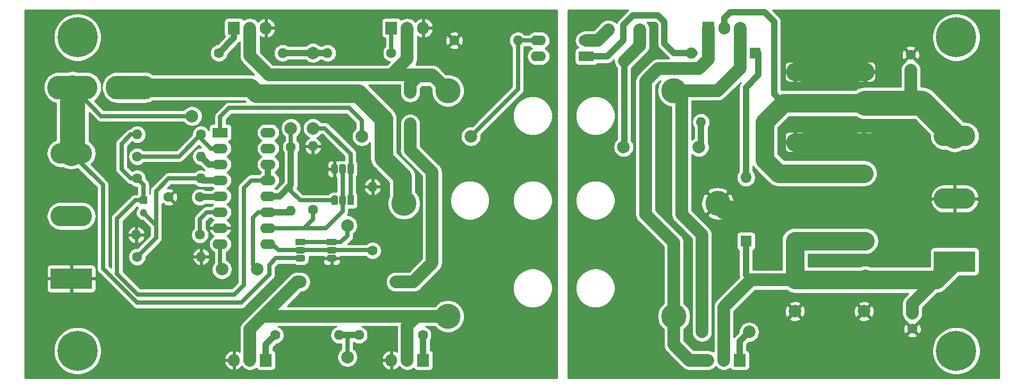
<source format=gbr>
%TF.GenerationSoftware,KiCad,Pcbnew,(5.1.6)-1*%
%TF.CreationDate,2020-12-26T12:13:23-05:00*%
%TF.ProjectId,fuente_smps_250w,6675656e-7465-45f7-936d-70735f323530,rev?*%
%TF.SameCoordinates,Original*%
%TF.FileFunction,Copper,L2,Bot*%
%TF.FilePolarity,Positive*%
%FSLAX46Y46*%
G04 Gerber Fmt 4.6, Leading zero omitted, Abs format (unit mm)*
G04 Created by KiCad (PCBNEW (5.1.6)-1) date 2020-12-26 12:13:23*
%MOMM*%
%LPD*%
G01*
G04 APERTURE LIST*
%TA.AperFunction,ComponentPad*%
%ADD10C,1.550000*%
%TD*%
%TA.AperFunction,ComponentPad*%
%ADD11R,1.550000X1.550000*%
%TD*%
%TA.AperFunction,ComponentPad*%
%ADD12O,2.400000X1.600000*%
%TD*%
%TA.AperFunction,ComponentPad*%
%ADD13R,2.400000X1.600000*%
%TD*%
%TA.AperFunction,ComponentPad*%
%ADD14O,1.600000X1.600000*%
%TD*%
%TA.AperFunction,ComponentPad*%
%ADD15C,1.600000*%
%TD*%
%TA.AperFunction,ComponentPad*%
%ADD16O,1.905000X2.000000*%
%TD*%
%TA.AperFunction,ComponentPad*%
%ADD17R,1.905000X2.000000*%
%TD*%
%TA.AperFunction,ComponentPad*%
%ADD18O,1.800000X1.800000*%
%TD*%
%TA.AperFunction,ComponentPad*%
%ADD19R,1.800000X1.800000*%
%TD*%
%TA.AperFunction,ComponentPad*%
%ADD20C,2.000000*%
%TD*%
%TA.AperFunction,ComponentPad*%
%ADD21R,2.000000X2.000000*%
%TD*%
%TA.AperFunction,ComponentPad*%
%ADD22C,1.200000*%
%TD*%
%TA.AperFunction,ComponentPad*%
%ADD23R,1.200000X1.200000*%
%TD*%
%TA.AperFunction,ComponentPad*%
%ADD24C,0.800000*%
%TD*%
%TA.AperFunction,ComponentPad*%
%ADD25C,6.400000*%
%TD*%
%TA.AperFunction,ComponentPad*%
%ADD26R,1.050000X1.500000*%
%TD*%
%TA.AperFunction,ComponentPad*%
%ADD27R,1.500000X1.050000*%
%TD*%
%TA.AperFunction,ComponentPad*%
%ADD28C,4.000000*%
%TD*%
%TA.AperFunction,ComponentPad*%
%ADD29O,6.600000X3.300000*%
%TD*%
%TA.AperFunction,ComponentPad*%
%ADD30R,6.600000X3.300000*%
%TD*%
%TA.AperFunction,ComponentPad*%
%ADD31O,8.000000X3.800000*%
%TD*%
%TA.AperFunction,ViaPad*%
%ADD32C,2.000000*%
%TD*%
%TA.AperFunction,Conductor*%
%ADD33C,2.000000*%
%TD*%
%TA.AperFunction,Conductor*%
%ADD34C,3.000000*%
%TD*%
%TA.AperFunction,Conductor*%
%ADD35C,1.000000*%
%TD*%
%TA.AperFunction,Conductor*%
%ADD36C,4.000000*%
%TD*%
%TA.AperFunction,Conductor*%
%ADD37C,0.700000*%
%TD*%
%TA.AperFunction,Conductor*%
%ADD38C,0.254000*%
%TD*%
G04 APERTURE END LIST*
D10*
%TO.P,RV1,2*%
%TO.N,Net-(R2-Pad2)*%
X157100000Y-73800000D03*
D11*
%TO.P,RV1,1*%
%TO.N,Net-(RV1-Pad1)*%
X154600000Y-68800000D03*
D10*
%TO.P,RV1,3*%
%TO.N,Net-(R2-Pad2)*%
X159600000Y-68800000D03*
%TD*%
D12*
%TO.P,U1,4*%
%TO.N,N/C*%
X143430000Y-73040000D03*
%TO.P,U1,2*%
%TO.N,Net-(RV1-Pad1)*%
X151050000Y-70500000D03*
%TO.P,U1,3*%
%TO.N,/OSC_TL494/Sense*%
X143430000Y-70500000D03*
D13*
%TO.P,U1,1*%
%TO.N,Net-(D1-Pad2)*%
X151050000Y-73040000D03*
%TD*%
D14*
%TO.P,R15,2*%
%TO.N,Net-(C3-Pad1)*%
X120740000Y-109000000D03*
D15*
%TO.P,R15,1*%
%TO.N,Net-(Q5-Pad2)*%
X105500000Y-109000000D03*
%TD*%
D14*
%TO.P,R12,2*%
%TO.N,Net-(Q1-Pad1)*%
X111660000Y-117500000D03*
D15*
%TO.P,R12,1*%
%TO.N,Net-(Q5-Pad1)*%
X101500000Y-117500000D03*
%TD*%
D12*
%TO.P,IC1,16*%
%TO.N,N/C*%
X100360000Y-85180000D03*
%TO.P,IC1,8*%
%TO.N,Net-(IC1-Pad11)*%
X92740000Y-102960000D03*
%TO.P,IC1,15*%
%TO.N,N/C*%
X100360000Y-87720000D03*
%TO.P,IC1,7*%
%TO.N,GND*%
X92740000Y-100420000D03*
%TO.P,IC1,14*%
%TO.N,VREF*%
X100360000Y-90260000D03*
%TO.P,IC1,6*%
%TO.N,Net-(IC1-Pad6)*%
X92740000Y-97880000D03*
%TO.P,IC1,13*%
%TO.N,VREF*%
X100360000Y-92800000D03*
%TO.P,IC1,5*%
%TO.N,Net-(C2-Pad1)*%
X92740000Y-95340000D03*
%TO.P,IC1,12*%
%TO.N,+12V*%
X100360000Y-95340000D03*
%TO.P,IC1,4*%
%TO.N,Net-(C1-Pad2)*%
X92740000Y-92800000D03*
%TO.P,IC1,11*%
%TO.N,Net-(IC1-Pad11)*%
X100360000Y-97880000D03*
%TO.P,IC1,3*%
%TO.N,Net-(IC1-Pad3)*%
X92740000Y-90260000D03*
%TO.P,IC1,10*%
%TO.N,/transformacion/In_B*%
X100360000Y-100420000D03*
%TO.P,IC1,2*%
%TO.N,Net-(IC1-Pad2)*%
X92740000Y-87720000D03*
%TO.P,IC1,9*%
%TO.N,/transformacion/In_A*%
X100360000Y-102960000D03*
D13*
%TO.P,IC1,1*%
%TO.N,/OSC_TL494/Sense*%
X92740000Y-85180000D03*
%TD*%
D16*
%TO.P,D4,3*%
%TO.N,/Filtro/T_A*%
X170420000Y-121500000D03*
%TO.P,D4,2*%
%TO.N,/Filtro/VCC*%
X172960000Y-121500000D03*
D17*
%TO.P,D4,1*%
%TO.N,/Filtro/T_B*%
X175500000Y-121500000D03*
%TD*%
D16*
%TO.P,D3,3*%
%TO.N,/Filtro/T_B*%
X175580000Y-68500000D03*
%TO.P,D3,2*%
%TO.N,/Filtro/-VCC*%
X173040000Y-68500000D03*
D17*
%TO.P,D3,1*%
%TO.N,/Filtro/T_A*%
X170500000Y-68500000D03*
%TD*%
D18*
%TO.P,D2,2*%
%TO.N,Net-(D1-Pad1)*%
X176500000Y-92340000D03*
D19*
%TO.P,D2,1*%
%TO.N,/Filtro/VCC*%
X176500000Y-102500000D03*
%TD*%
D18*
%TO.P,D1,2*%
%TO.N,Net-(D1-Pad2)*%
X167840000Y-72500000D03*
D19*
%TO.P,D1,1*%
%TO.N,Net-(D1-Pad1)*%
X178000000Y-72500000D03*
%TD*%
D15*
%TO.P,C13,2*%
%TO.N,/Filtro/-VCC*%
X202750000Y-75250000D03*
%TO.P,C13,1*%
%TO.N,GNDREF*%
X202750000Y-72750000D03*
%TD*%
D20*
%TO.P,C6,2*%
%TO.N,GNDREF*%
X184300000Y-97500000D03*
D21*
%TO.P,C6,1*%
%TO.N,/Filtro/VCC*%
X184300000Y-102500000D03*
%TD*%
D20*
%TO.P,C5,2*%
%TO.N,/Filtro/-VCC*%
X195500000Y-80500000D03*
D21*
%TO.P,C5,1*%
%TO.N,GNDREF*%
X195500000Y-75500000D03*
%TD*%
D20*
%TO.P,C4,2*%
%TO.N,GNDREF*%
X195500000Y-97500000D03*
D21*
%TO.P,C4,1*%
%TO.N,/Filtro/VCC*%
X195500000Y-102500000D03*
%TD*%
D15*
%TO.P,C3,2*%
%TO.N,Net-(C3-Pad2)*%
X123000000Y-78820000D03*
%TO.P,C3,1*%
%TO.N,Net-(C3-Pad1)*%
X123000000Y-83820000D03*
%TD*%
%TO.P,C2,2*%
%TO.N,GND*%
X84500000Y-95500000D03*
%TO.P,C2,1*%
%TO.N,Net-(C2-Pad1)*%
X89500000Y-95500000D03*
%TD*%
D22*
%TO.P,C1,2*%
%TO.N,Net-(C1-Pad2)*%
X80500000Y-98000000D03*
D23*
%TO.P,C1,1*%
%TO.N,VREF*%
X80500000Y-96000000D03*
%TD*%
D24*
%TO.P,H4,1*%
%TO.N,Net-(H4-Pad1)*%
X211697056Y-118302944D03*
X210000000Y-117600000D03*
X208302944Y-118302944D03*
X207600000Y-120000000D03*
X208302944Y-121697056D03*
X210000000Y-122400000D03*
X211697056Y-121697056D03*
X212400000Y-120000000D03*
D25*
X210000000Y-120000000D03*
%TD*%
D24*
%TO.P,H3,1*%
%TO.N,Net-(H3-Pad1)*%
X211697056Y-68302944D03*
X210000000Y-67600000D03*
X208302944Y-68302944D03*
X207600000Y-70000000D03*
X208302944Y-71697056D03*
X210000000Y-72400000D03*
X211697056Y-71697056D03*
X212400000Y-70000000D03*
D25*
X210000000Y-70000000D03*
%TD*%
D24*
%TO.P,H2,1*%
%TO.N,Net-(H2-Pad1)*%
X71697056Y-68302944D03*
X70000000Y-67600000D03*
X68302944Y-68302944D03*
X67600000Y-70000000D03*
X68302944Y-71697056D03*
X70000000Y-72400000D03*
X71697056Y-71697056D03*
X72400000Y-70000000D03*
D25*
X70000000Y-70000000D03*
%TD*%
D24*
%TO.P,H1,1*%
%TO.N,Net-(H1-Pad1)*%
X71697056Y-118302944D03*
X70000000Y-117600000D03*
X68302944Y-118302944D03*
X67600000Y-120000000D03*
X68302944Y-121697056D03*
X70000000Y-122400000D03*
X71697056Y-121697056D03*
X72400000Y-120000000D03*
D25*
X70000000Y-120000000D03*
%TD*%
D14*
%TO.P,R14,2*%
%TO.N,Net-(Q3-Pad1)*%
X102660000Y-72500000D03*
D15*
%TO.P,R14,1*%
%TO.N,Net-(Q8-Pad1)*%
X92500000Y-72500000D03*
%TD*%
D14*
%TO.P,R13,2*%
%TO.N,Net-(Q3-Pad1)*%
X109840000Y-72500000D03*
D15*
%TO.P,R13,1*%
%TO.N,Net-(Q6-Pad1)*%
X120000000Y-72500000D03*
%TD*%
D26*
%TO.P,Q4,1*%
%TO.N,Net-(Q3-Pad1)*%
X113500000Y-91000000D03*
%TO.P,Q4,3*%
%TO.N,GND*%
%TA.AperFunction,ComponentPad*%
G36*
G01*
X111485000Y-90512500D02*
X111485000Y-91487500D01*
G75*
G02*
X111222500Y-91750000I-262500J0D01*
G01*
X110697500Y-91750000D01*
G75*
G02*
X110435000Y-91487500I0J262500D01*
G01*
X110435000Y-90512500D01*
G75*
G02*
X110697500Y-90250000I262500J0D01*
G01*
X111222500Y-90250000D01*
G75*
G02*
X111485000Y-90512500I0J-262500D01*
G01*
G37*
%TD.AperFunction*%
%TO.P,Q4,2*%
%TO.N,/transformacion/In_B*%
%TA.AperFunction,ComponentPad*%
G36*
G01*
X112755000Y-90512500D02*
X112755000Y-91487500D01*
G75*
G02*
X112492500Y-91750000I-262500J0D01*
G01*
X111967500Y-91750000D01*
G75*
G02*
X111705000Y-91487500I0J262500D01*
G01*
X111705000Y-90512500D01*
G75*
G02*
X111967500Y-90250000I262500J0D01*
G01*
X112492500Y-90250000D01*
G75*
G02*
X112755000Y-90512500I0J-262500D01*
G01*
G37*
%TD.AperFunction*%
%TD*%
%TO.P,Q3,1*%
%TO.N,Net-(Q3-Pad1)*%
X113500000Y-96000000D03*
%TO.P,Q3,3*%
%TO.N,+12V*%
%TA.AperFunction,ComponentPad*%
G36*
G01*
X111485000Y-95512500D02*
X111485000Y-96487500D01*
G75*
G02*
X111222500Y-96750000I-262500J0D01*
G01*
X110697500Y-96750000D01*
G75*
G02*
X110435000Y-96487500I0J262500D01*
G01*
X110435000Y-95512500D01*
G75*
G02*
X110697500Y-95250000I262500J0D01*
G01*
X111222500Y-95250000D01*
G75*
G02*
X111485000Y-95512500I0J-262500D01*
G01*
G37*
%TD.AperFunction*%
%TO.P,Q3,2*%
%TO.N,/transformacion/In_B*%
%TA.AperFunction,ComponentPad*%
G36*
G01*
X112755000Y-95512500D02*
X112755000Y-96487500D01*
G75*
G02*
X112492500Y-96750000I-262500J0D01*
G01*
X111967500Y-96750000D01*
G75*
G02*
X111705000Y-96487500I0J262500D01*
G01*
X111705000Y-95512500D01*
G75*
G02*
X111967500Y-95250000I262500J0D01*
G01*
X112492500Y-95250000D01*
G75*
G02*
X112755000Y-95512500I0J-262500D01*
G01*
G37*
%TD.AperFunction*%
%TD*%
D27*
%TO.P,Q2,1*%
%TO.N,Net-(Q1-Pad1)*%
X110500000Y-102700000D03*
%TO.P,Q2,3*%
%TO.N,GND*%
%TA.AperFunction,ComponentPad*%
G36*
G01*
X110012500Y-104715000D02*
X110987500Y-104715000D01*
G75*
G02*
X111250000Y-104977500I0J-262500D01*
G01*
X111250000Y-105502500D01*
G75*
G02*
X110987500Y-105765000I-262500J0D01*
G01*
X110012500Y-105765000D01*
G75*
G02*
X109750000Y-105502500I0J262500D01*
G01*
X109750000Y-104977500D01*
G75*
G02*
X110012500Y-104715000I262500J0D01*
G01*
G37*
%TD.AperFunction*%
%TO.P,Q2,2*%
%TO.N,/transformacion/In_A*%
%TA.AperFunction,ComponentPad*%
G36*
G01*
X110012500Y-103445000D02*
X110987500Y-103445000D01*
G75*
G02*
X111250000Y-103707500I0J-262500D01*
G01*
X111250000Y-104232500D01*
G75*
G02*
X110987500Y-104495000I-262500J0D01*
G01*
X110012500Y-104495000D01*
G75*
G02*
X109750000Y-104232500I0J262500D01*
G01*
X109750000Y-103707500D01*
G75*
G02*
X110012500Y-103445000I262500J0D01*
G01*
G37*
%TD.AperFunction*%
%TD*%
%TO.P,Q1,1*%
%TO.N,Net-(Q1-Pad1)*%
X105500000Y-102700000D03*
%TO.P,Q1,3*%
%TO.N,+12V*%
%TA.AperFunction,ComponentPad*%
G36*
G01*
X105012500Y-104715000D02*
X105987500Y-104715000D01*
G75*
G02*
X106250000Y-104977500I0J-262500D01*
G01*
X106250000Y-105502500D01*
G75*
G02*
X105987500Y-105765000I-262500J0D01*
G01*
X105012500Y-105765000D01*
G75*
G02*
X104750000Y-105502500I0J262500D01*
G01*
X104750000Y-104977500D01*
G75*
G02*
X105012500Y-104715000I262500J0D01*
G01*
G37*
%TD.AperFunction*%
%TO.P,Q1,2*%
%TO.N,/transformacion/In_A*%
%TA.AperFunction,ComponentPad*%
G36*
G01*
X105012500Y-103445000D02*
X105987500Y-103445000D01*
G75*
G02*
X106250000Y-103707500I0J-262500D01*
G01*
X106250000Y-104232500D01*
G75*
G02*
X105987500Y-104495000I-262500J0D01*
G01*
X105012500Y-104495000D01*
G75*
G02*
X104750000Y-104232500I0J262500D01*
G01*
X104750000Y-103707500D01*
G75*
G02*
X105012500Y-103445000I262500J0D01*
G01*
G37*
%TD.AperFunction*%
%TD*%
D28*
%TO.P,TR1,6*%
%TO.N,/Filtro/T_B*%
X165000000Y-78500000D03*
%TO.P,TR1,5*%
%TO.N,GNDREF*%
X172000000Y-96500000D03*
%TO.P,TR1,4*%
%TO.N,/Filtro/T_A*%
X165000000Y-114500000D03*
%TO.P,TR1,3*%
%TO.N,Net-(Q5-Pad2)*%
X129000000Y-114500000D03*
%TO.P,TR1,2*%
%TO.N,Net-(F1-Pad1)*%
X122000000Y-96500000D03*
%TO.P,TR1,1*%
%TO.N,Net-(C3-Pad2)*%
X129000000Y-78500000D03*
%TD*%
D14*
%TO.P,R11,2*%
%TO.N,Net-(Q1-Pad1)*%
X114840000Y-117500000D03*
D15*
%TO.P,R11,1*%
%TO.N,Net-(Q7-Pad1)*%
X125000000Y-117500000D03*
%TD*%
D14*
%TO.P,R10,2*%
%TO.N,GND*%
X107500000Y-87340000D03*
D15*
%TO.P,R10,1*%
%TO.N,/transformacion/In_B*%
X107500000Y-97500000D03*
%TD*%
D14*
%TO.P,R9,2*%
%TO.N,GND*%
X117000000Y-93840000D03*
D15*
%TO.P,R9,1*%
%TO.N,/transformacion/In_A*%
X117000000Y-104000000D03*
%TD*%
D14*
%TO.P,R8,2*%
%TO.N,Net-(IC1-Pad11)*%
X104000000Y-97660000D03*
D15*
%TO.P,R8,1*%
%TO.N,+12V*%
X104000000Y-87500000D03*
%TD*%
D14*
%TO.P,R7,2*%
%TO.N,GND*%
X79340000Y-101500000D03*
D15*
%TO.P,R7,1*%
%TO.N,Net-(IC1-Pad6)*%
X89500000Y-101500000D03*
%TD*%
D14*
%TO.P,R6,2*%
%TO.N,Net-(IC1-Pad3)*%
X89660000Y-89000000D03*
D15*
%TO.P,R6,1*%
%TO.N,Net-(IC1-Pad2)*%
X79500000Y-89000000D03*
%TD*%
D14*
%TO.P,R5,2*%
%TO.N,VREF*%
X79500000Y-85500000D03*
D15*
%TO.P,R5,1*%
%TO.N,Net-(IC1-Pad2)*%
X89660000Y-85500000D03*
%TD*%
D14*
%TO.P,R4,2*%
%TO.N,GND*%
X89660000Y-105000000D03*
D15*
%TO.P,R4,1*%
%TO.N,Net-(C1-Pad2)*%
X79500000Y-105000000D03*
%TD*%
D14*
%TO.P,R3,2*%
%TO.N,Net-(C1-Pad2)*%
X89660000Y-92500000D03*
D15*
%TO.P,R3,1*%
%TO.N,VREF*%
X79500000Y-92500000D03*
%TD*%
D14*
%TO.P,R2,2*%
%TO.N,Net-(R2-Pad2)*%
X169340000Y-83500000D03*
D15*
%TO.P,R2,1*%
%TO.N,/Filtro/-VCC*%
X179500000Y-83500000D03*
%TD*%
D14*
%TO.P,R1,2*%
%TO.N,/OSC_TL494/Sense*%
X140160000Y-70500000D03*
D15*
%TO.P,R1,1*%
%TO.N,GND*%
X130000000Y-70500000D03*
%TD*%
D16*
%TO.P,Q8,3*%
%TO.N,GND*%
X100000000Y-68500000D03*
%TO.P,Q8,2*%
%TO.N,Net-(C3-Pad2)*%
X97460000Y-68500000D03*
D17*
%TO.P,Q8,1*%
%TO.N,Net-(Q8-Pad1)*%
X94920000Y-68500000D03*
%TD*%
D16*
%TO.P,Q7,3*%
%TO.N,GND*%
X120000000Y-121500000D03*
%TO.P,Q7,2*%
%TO.N,Net-(Q5-Pad2)*%
X122540000Y-121500000D03*
D17*
%TO.P,Q7,1*%
%TO.N,Net-(Q7-Pad1)*%
X125080000Y-121500000D03*
%TD*%
D16*
%TO.P,Q6,3*%
%TO.N,GND*%
X125080000Y-68500000D03*
%TO.P,Q6,2*%
%TO.N,Net-(C3-Pad2)*%
X122540000Y-68500000D03*
D17*
%TO.P,Q6,1*%
%TO.N,Net-(Q6-Pad1)*%
X120000000Y-68500000D03*
%TD*%
D16*
%TO.P,Q5,3*%
%TO.N,GND*%
X94920000Y-121500000D03*
%TO.P,Q5,2*%
%TO.N,Net-(Q5-Pad2)*%
X97460000Y-121500000D03*
D17*
%TO.P,Q5,1*%
%TO.N,Net-(Q5-Pad1)*%
X100000000Y-121500000D03*
%TD*%
D29*
%TO.P,J2,3*%
%TO.N,/Filtro/-VCC*%
X209750000Y-85750000D03*
%TO.P,J2,2*%
%TO.N,GNDREF*%
X209750000Y-95750000D03*
D30*
%TO.P,J2,1*%
%TO.N,/Filtro/VCC*%
X209750000Y-105750000D03*
%TD*%
D29*
%TO.P,J1,3*%
%TO.N,+12V*%
X69000000Y-88500000D03*
%TO.P,J1,2*%
%TO.N,N/C*%
X69000000Y-98500000D03*
D30*
%TO.P,J1,1*%
%TO.N,GND*%
X69000000Y-108500000D03*
%TD*%
D31*
%TO.P,F1,2*%
%TO.N,+12V*%
X69200000Y-78000000D03*
%TO.P,F1,1*%
%TO.N,Net-(F1-Pad1)*%
X78500000Y-78000000D03*
%TD*%
D15*
%TO.P,C12,2*%
%TO.N,GNDREF*%
X203000000Y-116500000D03*
%TO.P,C12,1*%
%TO.N,/Filtro/VCC*%
X203000000Y-114000000D03*
%TD*%
D20*
%TO.P,C11,2*%
%TO.N,/Filtro/-VCC*%
X184300000Y-80500000D03*
D21*
%TO.P,C11,1*%
%TO.N,GNDREF*%
X184300000Y-75500000D03*
%TD*%
D20*
%TO.P,C10,2*%
%TO.N,GNDREF*%
X184300000Y-113700000D03*
D21*
%TO.P,C10,1*%
%TO.N,/Filtro/VCC*%
X184300000Y-108700000D03*
%TD*%
D20*
%TO.P,C9,2*%
%TO.N,/Filtro/-VCC*%
X184300000Y-91700000D03*
D21*
%TO.P,C9,1*%
%TO.N,GNDREF*%
X184300000Y-86700000D03*
%TD*%
D20*
%TO.P,C8,2*%
%TO.N,GNDREF*%
X195300000Y-113700000D03*
D21*
%TO.P,C8,1*%
%TO.N,/Filtro/VCC*%
X195300000Y-108700000D03*
%TD*%
D20*
%TO.P,C7,2*%
%TO.N,/Filtro/-VCC*%
X195300000Y-91700000D03*
D21*
%TO.P,C7,1*%
%TO.N,GNDREF*%
X195300000Y-86700000D03*
%TD*%
D32*
%TO.N,+12V*%
X104000000Y-84500012D03*
X88250000Y-82560000D03*
%TO.N,Net-(Q1-Pad1)*%
X113000000Y-121000000D03*
X113000000Y-100000000D03*
%TO.N,Net-(Q3-Pad1)*%
X107500000Y-72500000D03*
X107500000Y-84500000D03*
%TO.N,/Filtro/T_B*%
X177000000Y-117000000D03*
X169500000Y-117000000D03*
%TO.N,Net-(IC1-Pad11)*%
X93000000Y-107000000D03*
X98590000Y-107000000D03*
%TO.N,/OSC_TL494/Sense*%
X115310000Y-85800000D03*
X132660000Y-85800000D03*
%TO.N,Net-(R2-Pad2)*%
X157000000Y-87500000D03*
X169000000Y-87500000D03*
%TD*%
D33*
%TO.N,Net-(C3-Pad1)*%
X123500000Y-109000000D02*
X120740000Y-109000000D01*
X126500000Y-106000000D02*
X123500000Y-109000000D01*
X123000000Y-83820000D02*
X123000000Y-88000000D01*
X126500000Y-91500000D02*
X126500000Y-106000000D01*
X123000000Y-88000000D02*
X126500000Y-91500000D01*
D34*
%TO.N,GNDREF*%
X184300000Y-86700000D02*
X195300000Y-86700000D01*
X184300000Y-75500000D02*
X195500000Y-75500000D01*
X195300000Y-86700000D02*
X199200000Y-86700000D01*
X199200000Y-86700000D02*
X201500000Y-89000000D01*
X201500000Y-89000000D02*
X201500000Y-96000000D01*
X200000000Y-97500000D02*
X195500000Y-97500000D01*
X201500000Y-96000000D02*
X200000000Y-97500000D01*
X195500000Y-97500000D02*
X184300000Y-97500000D01*
X173000000Y-97500000D02*
X172000000Y-96500000D01*
X184300000Y-97500000D02*
X173000000Y-97500000D01*
%TO.N,/Filtro/VCC*%
X195500000Y-102500000D02*
X184300000Y-102500000D01*
X184300000Y-108700000D02*
X195300000Y-108700000D01*
X195500000Y-108500000D02*
X195300000Y-108700000D01*
X184300000Y-102500000D02*
X184300000Y-108700000D01*
D33*
X172960000Y-121500000D02*
X172960000Y-113040000D01*
X177300000Y-108700000D02*
X184300000Y-108700000D01*
X172960000Y-113040000D02*
X177300000Y-108700000D01*
D35*
X176500000Y-107900000D02*
X177300000Y-108700000D01*
X176500000Y-102500000D02*
X176500000Y-107900000D01*
D34*
X206800000Y-108700000D02*
X209750000Y-105750000D01*
X195300000Y-108700000D02*
X206800000Y-108700000D01*
D33*
X203000000Y-112500000D02*
X209750000Y-105750000D01*
X203000000Y-114000000D02*
X203000000Y-112500000D01*
D34*
%TO.N,/Filtro/-VCC*%
X184300000Y-91700000D02*
X195300000Y-91700000D01*
X195500000Y-80500000D02*
X184300000Y-80500000D01*
X184300000Y-80500000D02*
X182500000Y-80500000D01*
X182500000Y-80500000D02*
X180500000Y-82500000D01*
D35*
X179500000Y-82500000D02*
X180500000Y-82500000D01*
X173040000Y-66960000D02*
X174000000Y-66000000D01*
X181000000Y-79000000D02*
X182500000Y-80500000D01*
X174000000Y-66000000D02*
X179500000Y-66000000D01*
X179500000Y-66000000D02*
X181000000Y-67500000D01*
X173040000Y-68500000D02*
X173040000Y-66960000D01*
X181000000Y-67500000D02*
X181000000Y-79000000D01*
D34*
X179500000Y-89500000D02*
X181700000Y-91700000D01*
X181700000Y-91700000D02*
X184300000Y-91700000D01*
X180500000Y-82500000D02*
X179500000Y-83500000D01*
X179500000Y-83500000D02*
X179500000Y-89500000D01*
D36*
X204500000Y-80500000D02*
X209750000Y-85750000D01*
X195500000Y-80500000D02*
X204500000Y-80500000D01*
D33*
X202750000Y-78750000D02*
X209750000Y-85750000D01*
X202750000Y-75250000D02*
X202750000Y-78750000D01*
D35*
%TO.N,+12V*%
X100360000Y-95340000D02*
X102160000Y-95340000D01*
X104000000Y-93500000D02*
X104000000Y-87500000D01*
X102160000Y-95340000D02*
X104000000Y-93500000D01*
D37*
X72000000Y-80800000D02*
X69200000Y-78000000D01*
X104000000Y-87500000D02*
X104000000Y-84500012D01*
D36*
X69200000Y-88300000D02*
X69000000Y-88500000D01*
X69200000Y-78000000D02*
X69200000Y-88300000D01*
D37*
X73760000Y-82560000D02*
X86835787Y-82560000D01*
X86835787Y-82560000D02*
X88250000Y-82560000D01*
X72000000Y-80800000D02*
X73760000Y-82560000D01*
X104000000Y-94500000D02*
X104000000Y-87500000D01*
X110960000Y-96000000D02*
X105500000Y-96000000D01*
X105500000Y-96000000D02*
X104000000Y-94500000D01*
X101580000Y-105240000D02*
X105500000Y-105240000D01*
X100540000Y-106280000D02*
X101580000Y-105240000D01*
X100540000Y-107860000D02*
X100540000Y-106280000D01*
X74030000Y-93530000D02*
X74030000Y-106870000D01*
X74030000Y-106870000D02*
X79510000Y-112350000D01*
X69000000Y-88500000D02*
X74030000Y-93530000D01*
X79510000Y-112350000D02*
X96050000Y-112350000D01*
X96050000Y-112350000D02*
X100540000Y-107860000D01*
D34*
%TO.N,Net-(F1-Pad1)*%
X97500000Y-78000000D02*
X78500000Y-78000000D01*
X114699987Y-78949987D02*
X98449987Y-78949987D01*
X121750000Y-96250000D02*
X121750000Y-92250000D01*
X122000000Y-96500000D02*
X121750000Y-96250000D01*
X98449987Y-78949987D02*
X97500000Y-78000000D01*
X118750000Y-89250000D02*
X118750000Y-83000000D01*
X121750000Y-92250000D02*
X118750000Y-89250000D01*
X118750000Y-83000000D02*
X114699987Y-78949987D01*
D37*
%TO.N,Net-(Q1-Pad1)*%
X105500000Y-102700000D02*
X110500000Y-102700000D01*
X113000000Y-118000000D02*
X113500000Y-117500000D01*
D35*
X111660000Y-117500000D02*
X113500000Y-117500000D01*
D37*
X113000000Y-121000000D02*
X113000000Y-118000000D01*
D35*
X113500000Y-117500000D02*
X114840000Y-117500000D01*
D37*
X113000000Y-101650000D02*
X113000000Y-100000000D01*
X110500000Y-102700000D02*
X111950000Y-102700000D01*
X111950000Y-102700000D02*
X113000000Y-101650000D01*
%TO.N,/transformacion/In_A*%
X105500000Y-103970000D02*
X110500000Y-103970000D01*
X100360000Y-102960000D02*
X100960000Y-102960000D01*
X101970000Y-103970000D02*
X105500000Y-103970000D01*
X100960000Y-102960000D02*
X101970000Y-103970000D01*
X116970000Y-103970000D02*
X117000000Y-104000000D01*
X110500000Y-103970000D02*
X116970000Y-103970000D01*
%TO.N,Net-(Q3-Pad1)*%
X113500000Y-91000000D02*
X113500000Y-96000000D01*
D35*
X106340000Y-72500000D02*
X107500000Y-72500000D01*
X102660000Y-72500000D02*
X107500000Y-72500000D01*
X107500000Y-72500000D02*
X109840000Y-72500000D01*
D37*
X113500000Y-91000000D02*
X113500000Y-88585787D01*
X113500000Y-88585787D02*
X109414213Y-84500000D01*
X109414213Y-84500000D02*
X107500000Y-84500000D01*
%TO.N,/transformacion/In_B*%
X112230000Y-91000000D02*
X112230000Y-96000000D01*
X100360000Y-100420000D02*
X106080000Y-100420000D01*
X107500000Y-99000000D02*
X107500000Y-97500000D01*
X106080000Y-100420000D02*
X107500000Y-99000000D01*
X112230000Y-96000000D02*
X112230000Y-97770000D01*
X109580000Y-100420000D02*
X106080000Y-100420000D01*
X112230000Y-97770000D02*
X109580000Y-100420000D01*
D33*
%TO.N,Net-(Q5-Pad2)*%
X124000000Y-114500000D02*
X129000000Y-114500000D01*
X99500000Y-114500000D02*
X124000000Y-114500000D01*
X105000000Y-109000000D02*
X105500000Y-109000000D01*
X99500000Y-114500000D02*
X105000000Y-109000000D01*
X97460000Y-116540000D02*
X99500000Y-114500000D01*
X97460000Y-121500000D02*
X97460000Y-116540000D01*
X122540000Y-115960000D02*
X124000000Y-114500000D01*
X122540000Y-121500000D02*
X122540000Y-115960000D01*
D35*
%TO.N,Net-(Q5-Pad1)*%
X100000000Y-119000000D02*
X101500000Y-117500000D01*
X100000000Y-121500000D02*
X100000000Y-119000000D01*
D37*
%TO.N,Net-(Q6-Pad1)*%
X120000000Y-72500000D02*
X120000000Y-68500000D01*
D35*
%TO.N,Net-(Q7-Pad1)*%
X125080000Y-121340000D02*
X125000000Y-121420000D01*
X125000000Y-117500000D02*
X125080000Y-117580000D01*
X125080000Y-117580000D02*
X125080000Y-121340000D01*
%TO.N,Net-(Q8-Pad1)*%
X94920000Y-70080000D02*
X92500000Y-72500000D01*
X94920000Y-68500000D02*
X94920000Y-70080000D01*
D33*
%TO.N,/Filtro/T_A*%
X170420000Y-121500000D02*
X167500000Y-121500000D01*
X165000000Y-119000000D02*
X165000000Y-114500000D01*
X167500000Y-121500000D02*
X165000000Y-119000000D01*
X160500000Y-98250000D02*
X165000000Y-102750000D01*
X170500000Y-73500000D02*
X169000000Y-75000000D01*
X165000000Y-102750000D02*
X165000000Y-114500000D01*
X170500000Y-68500000D02*
X170500000Y-73500000D01*
X169000000Y-75000000D02*
X162500000Y-75000000D01*
X162500000Y-75000000D02*
X160500000Y-77000000D01*
X160500000Y-77000000D02*
X160500000Y-98250000D01*
%TO.N,/Filtro/T_B*%
X172000000Y-78500000D02*
X165000000Y-78500000D01*
X175580000Y-71299999D02*
X175559999Y-71299999D01*
X175580000Y-68500000D02*
X175580000Y-71299999D01*
X175580000Y-74920000D02*
X172000000Y-78500000D01*
X175559999Y-71299999D02*
X175580000Y-71320000D01*
X175580000Y-71320000D02*
X175580000Y-74920000D01*
D35*
X175500000Y-121500000D02*
X175500000Y-118500000D01*
X175500000Y-118500000D02*
X177000000Y-117000000D01*
D33*
X175580000Y-75000000D02*
X175580000Y-74920000D01*
X173500000Y-77080000D02*
X175580000Y-75000000D01*
X169500000Y-101500000D02*
X169500000Y-117000000D01*
X166250000Y-98250000D02*
X169500000Y-101500000D01*
X165000000Y-78500000D02*
X166250000Y-79750000D01*
X166250000Y-79750000D02*
X166250000Y-98250000D01*
%TO.N,Net-(RV1-Pad1)*%
X152900000Y-70500000D02*
X154600000Y-68800000D01*
X151050000Y-70500000D02*
X152900000Y-70500000D01*
D35*
%TO.N,Net-(C1-Pad2)*%
X89960000Y-92800000D02*
X89660000Y-92500000D01*
X92740000Y-92800000D02*
X89960000Y-92800000D01*
D37*
X80500000Y-98000000D02*
X82500000Y-100000000D01*
X82500000Y-102000000D02*
X79500000Y-105000000D01*
X82500000Y-100500000D02*
X82500000Y-94500000D01*
X82500000Y-100500000D02*
X82500000Y-102000000D01*
X82500000Y-100000000D02*
X82500000Y-100500000D01*
X84500000Y-92500000D02*
X89660000Y-92500000D01*
X82500000Y-94500000D02*
X84500000Y-92500000D01*
D35*
%TO.N,VREF*%
X100360000Y-90260000D02*
X100360000Y-92800000D01*
D37*
X80500000Y-93500000D02*
X80500000Y-96000000D01*
X79500000Y-92500000D02*
X80500000Y-93500000D01*
X78500000Y-92500000D02*
X79500000Y-92500000D01*
X77020000Y-91020000D02*
X78500000Y-92500000D01*
X77020000Y-86980000D02*
X77020000Y-91020000D01*
X79500000Y-85500000D02*
X78500000Y-85500000D01*
X78500000Y-85500000D02*
X77020000Y-86980000D01*
X79200000Y-96000000D02*
X80500000Y-96000000D01*
X79574228Y-111000000D02*
X76290000Y-107715772D01*
X76290000Y-107715772D02*
X76290000Y-98910000D01*
X97700000Y-92800000D02*
X96500000Y-94000000D01*
X96500000Y-109500000D02*
X95000000Y-111000000D01*
X95000000Y-111000000D02*
X79574228Y-111000000D01*
X100360000Y-92800000D02*
X97700000Y-92800000D01*
X76290000Y-98910000D02*
X79200000Y-96000000D01*
X96500000Y-94000000D02*
X96500000Y-109500000D01*
D35*
%TO.N,Net-(C2-Pad1)*%
X92580000Y-95500000D02*
X92740000Y-95340000D01*
X89500000Y-95500000D02*
X92580000Y-95500000D01*
D33*
%TO.N,Net-(C3-Pad2)*%
X97460000Y-68500000D02*
X97460000Y-72960000D01*
X97460000Y-72960000D02*
X100500000Y-76000000D01*
X100500000Y-76000000D02*
X120000000Y-76000000D01*
X122540000Y-73460000D02*
X122540000Y-68500000D01*
X120000000Y-76000000D02*
X122540000Y-73460000D01*
X126500000Y-76000000D02*
X129000000Y-78500000D01*
X120000000Y-76000000D02*
X124000000Y-76000000D01*
X124000000Y-76000000D02*
X126500000Y-76000000D01*
X126700000Y-76200000D02*
X129000000Y-78500000D01*
X123000000Y-78820000D02*
X123000000Y-77440000D01*
X124240000Y-76200000D02*
X126700000Y-76200000D01*
X123000000Y-77440000D02*
X124240000Y-76200000D01*
D35*
%TO.N,Net-(D1-Pad2)*%
X163500000Y-71000000D02*
X165000000Y-72500000D01*
X165000000Y-72500000D02*
X168340000Y-72500000D01*
X162500000Y-66500000D02*
X163500000Y-67500000D01*
X154460000Y-73040000D02*
X157000000Y-70500000D01*
X151050000Y-73040000D02*
X154460000Y-73040000D01*
X157000000Y-68000000D02*
X158500000Y-66500000D01*
X157000000Y-70500000D02*
X157000000Y-68000000D01*
X163500000Y-67500000D02*
X163500000Y-71000000D01*
X158500000Y-66500000D02*
X162500000Y-66500000D01*
%TO.N,Net-(D1-Pad1)*%
X178500000Y-76000000D02*
X178500000Y-75500000D01*
X178500000Y-75500000D02*
X178500000Y-72500000D01*
X176500000Y-92340000D02*
X176500000Y-78000000D01*
X176500000Y-78000000D02*
X178500000Y-76000000D01*
%TO.N,Net-(IC1-Pad11)*%
X103780000Y-97880000D02*
X104000000Y-97660000D01*
X100360000Y-97880000D02*
X103780000Y-97880000D01*
D37*
X92740000Y-102960000D02*
X92740000Y-106740000D01*
X92740000Y-106740000D02*
X93000000Y-107000000D01*
X97920000Y-106330000D02*
X98590000Y-107000000D01*
X100360000Y-97880000D02*
X98790000Y-97880000D01*
X97920000Y-98750000D02*
X97920000Y-106330000D01*
X98790000Y-97880000D02*
X97920000Y-98750000D01*
%TO.N,Net-(IC1-Pad6)*%
X89500000Y-101500000D02*
X89500000Y-99000000D01*
X90620000Y-97880000D02*
X92740000Y-97880000D01*
X89500000Y-99000000D02*
X90620000Y-97880000D01*
D35*
%TO.N,Net-(IC1-Pad3)*%
X90920000Y-90260000D02*
X89660000Y-89000000D01*
X92740000Y-90260000D02*
X90920000Y-90260000D01*
D37*
%TO.N,Net-(IC1-Pad2)*%
X89660000Y-86160000D02*
X89660000Y-85500000D01*
X92740000Y-87720000D02*
X91220000Y-87720000D01*
X91220000Y-87720000D02*
X89660000Y-86160000D01*
X86160000Y-89000000D02*
X89660000Y-85500000D01*
X79500000Y-89000000D02*
X86160000Y-89000000D01*
%TO.N,/OSC_TL494/Sense*%
X140160000Y-70500000D02*
X143430000Y-70500000D01*
X140160000Y-78300000D02*
X132660000Y-85800000D01*
X140160000Y-70500000D02*
X140160000Y-78300000D01*
X113290000Y-81250000D02*
X115310000Y-83270000D01*
X94170000Y-81250000D02*
X113290000Y-81250000D01*
X92740000Y-85180000D02*
X92740000Y-82680000D01*
X115310000Y-83270000D02*
X115310000Y-85800000D01*
X92740000Y-82680000D02*
X94170000Y-81250000D01*
D33*
%TO.N,Net-(R2-Pad2)*%
X159600000Y-71300000D02*
X157100000Y-73800000D01*
X159600000Y-68800000D02*
X159600000Y-71300000D01*
D35*
X157100000Y-73800000D02*
X157100000Y-87400000D01*
X157100000Y-87400000D02*
X157000000Y-87500000D01*
X169340000Y-87160000D02*
X169340000Y-83500000D01*
X169000000Y-87500000D02*
X169340000Y-87160000D01*
%TD*%
D38*
%TO.N,GND*%
G36*
X146373000Y-124340000D02*
G01*
X61660000Y-124340000D01*
X61660000Y-119622285D01*
X66165000Y-119622285D01*
X66165000Y-120377715D01*
X66312377Y-121118628D01*
X66601467Y-121816554D01*
X67021161Y-122444670D01*
X67555330Y-122978839D01*
X68183446Y-123398533D01*
X68881372Y-123687623D01*
X69622285Y-123835000D01*
X70377715Y-123835000D01*
X71118628Y-123687623D01*
X71816554Y-123398533D01*
X72444670Y-122978839D01*
X72978839Y-122444670D01*
X73360240Y-121873863D01*
X93367622Y-121873863D01*
X93461121Y-122170446D01*
X93610684Y-122443089D01*
X93810563Y-122681315D01*
X94053077Y-122875969D01*
X94328906Y-123019571D01*
X94547020Y-123090563D01*
X94793000Y-122970594D01*
X94793000Y-121627000D01*
X93494430Y-121627000D01*
X93367622Y-121873863D01*
X73360240Y-121873863D01*
X73398533Y-121816554D01*
X73684512Y-121126137D01*
X93367622Y-121126137D01*
X93494430Y-121373000D01*
X94793000Y-121373000D01*
X94793000Y-120029406D01*
X95047000Y-120029406D01*
X95047000Y-121373000D01*
X95067000Y-121373000D01*
X95067000Y-121627000D01*
X95047000Y-121627000D01*
X95047000Y-122970594D01*
X95292980Y-123090563D01*
X95511094Y-123019571D01*
X95786923Y-122875969D01*
X96029437Y-122681315D01*
X96173480Y-122509637D01*
X96298286Y-122661714D01*
X96547248Y-122866031D01*
X96831285Y-123017852D01*
X97139484Y-123111343D01*
X97460000Y-123142911D01*
X97780515Y-123111343D01*
X98088714Y-123017852D01*
X98372751Y-122866031D01*
X98477278Y-122780249D01*
X98516963Y-122854494D01*
X98596315Y-122951185D01*
X98693006Y-123030537D01*
X98803320Y-123089502D01*
X98923018Y-123125812D01*
X99047500Y-123138072D01*
X100952500Y-123138072D01*
X101076982Y-123125812D01*
X101196680Y-123089502D01*
X101306994Y-123030537D01*
X101403685Y-122951185D01*
X101483037Y-122854494D01*
X101542002Y-122744180D01*
X101578312Y-122624482D01*
X101590572Y-122500000D01*
X101590572Y-120500000D01*
X101578312Y-120375518D01*
X101542002Y-120255820D01*
X101483037Y-120145506D01*
X101403685Y-120048815D01*
X101306994Y-119969463D01*
X101196680Y-119910498D01*
X101135000Y-119891788D01*
X101135000Y-119470131D01*
X101677282Y-118927850D01*
X101918574Y-118879853D01*
X102179727Y-118771680D01*
X102414759Y-118614637D01*
X102614637Y-118414759D01*
X102771680Y-118179727D01*
X102879853Y-117918574D01*
X102935000Y-117641335D01*
X102935000Y-117358665D01*
X102879853Y-117081426D01*
X102771680Y-116820273D01*
X102614637Y-116585241D01*
X102414759Y-116385363D01*
X102179727Y-116228320D01*
X101954432Y-116135000D01*
X111205568Y-116135000D01*
X110980273Y-116228320D01*
X110745241Y-116385363D01*
X110545363Y-116585241D01*
X110388320Y-116820273D01*
X110280147Y-117081426D01*
X110225000Y-117358665D01*
X110225000Y-117641335D01*
X110280147Y-117918574D01*
X110388320Y-118179727D01*
X110545363Y-118414759D01*
X110745241Y-118614637D01*
X110980273Y-118771680D01*
X111241426Y-118879853D01*
X111518665Y-118935000D01*
X111801335Y-118935000D01*
X112015001Y-118892499D01*
X112015000Y-119691758D01*
X111957748Y-119730013D01*
X111730013Y-119957748D01*
X111551082Y-120225537D01*
X111427832Y-120523088D01*
X111365000Y-120838967D01*
X111365000Y-121161033D01*
X111427832Y-121476912D01*
X111551082Y-121774463D01*
X111730013Y-122042252D01*
X111957748Y-122269987D01*
X112225537Y-122448918D01*
X112523088Y-122572168D01*
X112838967Y-122635000D01*
X113161033Y-122635000D01*
X113476912Y-122572168D01*
X113774463Y-122448918D01*
X114042252Y-122269987D01*
X114269987Y-122042252D01*
X114382501Y-121873863D01*
X118447622Y-121873863D01*
X118541121Y-122170446D01*
X118690684Y-122443089D01*
X118890563Y-122681315D01*
X119133077Y-122875969D01*
X119408906Y-123019571D01*
X119627020Y-123090563D01*
X119873000Y-122970594D01*
X119873000Y-121627000D01*
X118574430Y-121627000D01*
X118447622Y-121873863D01*
X114382501Y-121873863D01*
X114448918Y-121774463D01*
X114572168Y-121476912D01*
X114635000Y-121161033D01*
X114635000Y-121126137D01*
X118447622Y-121126137D01*
X118574430Y-121373000D01*
X119873000Y-121373000D01*
X119873000Y-120029406D01*
X119627020Y-119909437D01*
X119408906Y-119980429D01*
X119133077Y-120124031D01*
X118890563Y-120318685D01*
X118690684Y-120556911D01*
X118541121Y-120829554D01*
X118447622Y-121126137D01*
X114635000Y-121126137D01*
X114635000Y-120838967D01*
X114572168Y-120523088D01*
X114448918Y-120225537D01*
X114269987Y-119957748D01*
X114042252Y-119730013D01*
X113985000Y-119691758D01*
X113985000Y-118654567D01*
X114160273Y-118771680D01*
X114421426Y-118879853D01*
X114698665Y-118935000D01*
X114981335Y-118935000D01*
X115258574Y-118879853D01*
X115519727Y-118771680D01*
X115754759Y-118614637D01*
X115954637Y-118414759D01*
X116111680Y-118179727D01*
X116219853Y-117918574D01*
X116275000Y-117641335D01*
X116275000Y-117358665D01*
X116219853Y-117081426D01*
X116111680Y-116820273D01*
X115954637Y-116585241D01*
X115754759Y-116385363D01*
X115519727Y-116228320D01*
X115294432Y-116135000D01*
X120905001Y-116135000D01*
X120905000Y-120154594D01*
X120866923Y-120124031D01*
X120591094Y-119980429D01*
X120372980Y-119909437D01*
X120127000Y-120029406D01*
X120127000Y-121373000D01*
X120147000Y-121373000D01*
X120147000Y-121627000D01*
X120127000Y-121627000D01*
X120127000Y-122970594D01*
X120372980Y-123090563D01*
X120591094Y-123019571D01*
X120866923Y-122875969D01*
X121109437Y-122681315D01*
X121253480Y-122509637D01*
X121378286Y-122661714D01*
X121627248Y-122866031D01*
X121911285Y-123017852D01*
X122219484Y-123111343D01*
X122540000Y-123142911D01*
X122860515Y-123111343D01*
X123168714Y-123017852D01*
X123452751Y-122866031D01*
X123557278Y-122780249D01*
X123596963Y-122854494D01*
X123676315Y-122951185D01*
X123773006Y-123030537D01*
X123883320Y-123089502D01*
X124003018Y-123125812D01*
X124127500Y-123138072D01*
X126032500Y-123138072D01*
X126156982Y-123125812D01*
X126276680Y-123089502D01*
X126386994Y-123030537D01*
X126483685Y-122951185D01*
X126563037Y-122854494D01*
X126622002Y-122744180D01*
X126658312Y-122624482D01*
X126670572Y-122500000D01*
X126670572Y-120500000D01*
X126658312Y-120375518D01*
X126622002Y-120255820D01*
X126563037Y-120145506D01*
X126483685Y-120048815D01*
X126386994Y-119969463D01*
X126276680Y-119910498D01*
X126215000Y-119891788D01*
X126215000Y-118264555D01*
X126271680Y-118179727D01*
X126379853Y-117918574D01*
X126435000Y-117641335D01*
X126435000Y-117358665D01*
X126379853Y-117081426D01*
X126271680Y-116820273D01*
X126114637Y-116585241D01*
X125914759Y-116385363D01*
X125679727Y-116228320D01*
X125454432Y-116135000D01*
X126923384Y-116135000D01*
X126953262Y-116179715D01*
X127320285Y-116546738D01*
X127751859Y-116835107D01*
X128231399Y-117033739D01*
X128740475Y-117135000D01*
X129259525Y-117135000D01*
X129768601Y-117033739D01*
X130248141Y-116835107D01*
X130679715Y-116546738D01*
X131046738Y-116179715D01*
X131335107Y-115748141D01*
X131533739Y-115268601D01*
X131635000Y-114759525D01*
X131635000Y-114240475D01*
X131533739Y-113731399D01*
X131335107Y-113251859D01*
X131046738Y-112820285D01*
X130679715Y-112453262D01*
X130248141Y-112164893D01*
X129768601Y-111966261D01*
X129259525Y-111865000D01*
X128740475Y-111865000D01*
X128231399Y-111966261D01*
X127751859Y-112164893D01*
X127320285Y-112453262D01*
X126953262Y-112820285D01*
X126923384Y-112865000D01*
X124080322Y-112865000D01*
X124000000Y-112857089D01*
X123919678Y-112865000D01*
X103447239Y-112865000D01*
X105687828Y-110624412D01*
X105820516Y-110611343D01*
X106128715Y-110517852D01*
X106412752Y-110366031D01*
X106661714Y-110161714D01*
X106866031Y-109912752D01*
X107017852Y-109628715D01*
X107111343Y-109320516D01*
X107142911Y-109000000D01*
X119097089Y-109000000D01*
X119128657Y-109320516D01*
X119222148Y-109628715D01*
X119373969Y-109912752D01*
X119578286Y-110161714D01*
X119827248Y-110366031D01*
X120111285Y-110517852D01*
X120419484Y-110611343D01*
X120659678Y-110635000D01*
X123419681Y-110635000D01*
X123500000Y-110642911D01*
X123580319Y-110635000D01*
X123580322Y-110635000D01*
X123820516Y-110611343D01*
X124128715Y-110517852D01*
X124412752Y-110366031D01*
X124661714Y-110161714D01*
X124712924Y-110099314D01*
X125123933Y-109688305D01*
X139335313Y-109688305D01*
X139335313Y-110311695D01*
X139456930Y-110923105D01*
X139695490Y-111499042D01*
X140041827Y-112017371D01*
X140482629Y-112458173D01*
X141000958Y-112804510D01*
X141576895Y-113043070D01*
X142188305Y-113164687D01*
X142811695Y-113164687D01*
X143423105Y-113043070D01*
X143999042Y-112804510D01*
X144517371Y-112458173D01*
X144958173Y-112017371D01*
X145304510Y-111499042D01*
X145543070Y-110923105D01*
X145664687Y-110311695D01*
X145664687Y-109688305D01*
X145543070Y-109076895D01*
X145304510Y-108500958D01*
X144958173Y-107982629D01*
X144517371Y-107541827D01*
X143999042Y-107195490D01*
X143423105Y-106956930D01*
X142811695Y-106835313D01*
X142188305Y-106835313D01*
X141576895Y-106956930D01*
X141000958Y-107195490D01*
X140482629Y-107541827D01*
X140041827Y-107982629D01*
X139695490Y-108500958D01*
X139456930Y-109076895D01*
X139335313Y-109688305D01*
X125123933Y-109688305D01*
X127599324Y-107212916D01*
X127661714Y-107161714D01*
X127866031Y-106912752D01*
X128017852Y-106628715D01*
X128049894Y-106523088D01*
X128111343Y-106320517D01*
X128142911Y-106000000D01*
X128135000Y-105919678D01*
X128135000Y-95688305D01*
X129335313Y-95688305D01*
X129335313Y-96311695D01*
X129456930Y-96923105D01*
X129695490Y-97499042D01*
X130041827Y-98017371D01*
X130482629Y-98458173D01*
X131000958Y-98804510D01*
X131576895Y-99043070D01*
X132188305Y-99164687D01*
X132811695Y-99164687D01*
X133423105Y-99043070D01*
X133999042Y-98804510D01*
X134517371Y-98458173D01*
X134958173Y-98017371D01*
X135304510Y-97499042D01*
X135543070Y-96923105D01*
X135664687Y-96311695D01*
X135664687Y-95688305D01*
X139335313Y-95688305D01*
X139335313Y-96311695D01*
X139456930Y-96923105D01*
X139695490Y-97499042D01*
X140041827Y-98017371D01*
X140482629Y-98458173D01*
X141000958Y-98804510D01*
X141576895Y-99043070D01*
X142188305Y-99164687D01*
X142811695Y-99164687D01*
X143423105Y-99043070D01*
X143999042Y-98804510D01*
X144517371Y-98458173D01*
X144958173Y-98017371D01*
X145304510Y-97499042D01*
X145543070Y-96923105D01*
X145664687Y-96311695D01*
X145664687Y-95688305D01*
X145543070Y-95076895D01*
X145304510Y-94500958D01*
X144958173Y-93982629D01*
X144517371Y-93541827D01*
X143999042Y-93195490D01*
X143423105Y-92956930D01*
X142811695Y-92835313D01*
X142188305Y-92835313D01*
X141576895Y-92956930D01*
X141000958Y-93195490D01*
X140482629Y-93541827D01*
X140041827Y-93982629D01*
X139695490Y-94500958D01*
X139456930Y-95076895D01*
X139335313Y-95688305D01*
X135664687Y-95688305D01*
X135543070Y-95076895D01*
X135304510Y-94500958D01*
X134958173Y-93982629D01*
X134517371Y-93541827D01*
X133999042Y-93195490D01*
X133423105Y-92956930D01*
X132811695Y-92835313D01*
X132188305Y-92835313D01*
X131576895Y-92956930D01*
X131000958Y-93195490D01*
X130482629Y-93541827D01*
X130041827Y-93982629D01*
X129695490Y-94500958D01*
X129456930Y-95076895D01*
X129335313Y-95688305D01*
X128135000Y-95688305D01*
X128135000Y-91580319D01*
X128142911Y-91499999D01*
X128131232Y-91381423D01*
X128111343Y-91179484D01*
X128017852Y-90871285D01*
X127866031Y-90587248D01*
X127661714Y-90338286D01*
X127599320Y-90287081D01*
X124635000Y-87322762D01*
X124635000Y-85638967D01*
X131025000Y-85638967D01*
X131025000Y-85961033D01*
X131087832Y-86276912D01*
X131211082Y-86574463D01*
X131390013Y-86842252D01*
X131617748Y-87069987D01*
X131885537Y-87248918D01*
X132183088Y-87372168D01*
X132498967Y-87435000D01*
X132821033Y-87435000D01*
X133136912Y-87372168D01*
X133434463Y-87248918D01*
X133702252Y-87069987D01*
X133929987Y-86842252D01*
X134108918Y-86574463D01*
X134232168Y-86276912D01*
X134295000Y-85961033D01*
X134295000Y-85638967D01*
X134281567Y-85571433D01*
X137664695Y-82188305D01*
X139335313Y-82188305D01*
X139335313Y-82811695D01*
X139456930Y-83423105D01*
X139695490Y-83999042D01*
X140041827Y-84517371D01*
X140482629Y-84958173D01*
X141000958Y-85304510D01*
X141576895Y-85543070D01*
X142188305Y-85664687D01*
X142811695Y-85664687D01*
X143423105Y-85543070D01*
X143999042Y-85304510D01*
X144517371Y-84958173D01*
X144958173Y-84517371D01*
X145304510Y-83999042D01*
X145543070Y-83423105D01*
X145664687Y-82811695D01*
X145664687Y-82188305D01*
X145543070Y-81576895D01*
X145304510Y-81000958D01*
X144958173Y-80482629D01*
X144517371Y-80041827D01*
X143999042Y-79695490D01*
X143423105Y-79456930D01*
X142811695Y-79335313D01*
X142188305Y-79335313D01*
X141576895Y-79456930D01*
X141000958Y-79695490D01*
X140482629Y-80041827D01*
X140041827Y-80482629D01*
X139695490Y-81000958D01*
X139456930Y-81576895D01*
X139335313Y-82188305D01*
X137664695Y-82188305D01*
X140822290Y-79030711D01*
X140859870Y-78999870D01*
X140982960Y-78849884D01*
X141074424Y-78678767D01*
X141130747Y-78493094D01*
X141145000Y-78348380D01*
X141149765Y-78300000D01*
X141145000Y-78251620D01*
X141145000Y-71544396D01*
X141204396Y-71485000D01*
X141981990Y-71485000D01*
X142010392Y-71519608D01*
X142228899Y-71698932D01*
X142361858Y-71770000D01*
X142228899Y-71841068D01*
X142010392Y-72020392D01*
X141831068Y-72238899D01*
X141697818Y-72488192D01*
X141615764Y-72758691D01*
X141588057Y-73040000D01*
X141615764Y-73321309D01*
X141697818Y-73591808D01*
X141831068Y-73841101D01*
X142010392Y-74059608D01*
X142228899Y-74238932D01*
X142478192Y-74372182D01*
X142748691Y-74454236D01*
X142959508Y-74475000D01*
X143900492Y-74475000D01*
X144111309Y-74454236D01*
X144381808Y-74372182D01*
X144631101Y-74238932D01*
X144849608Y-74059608D01*
X145028932Y-73841101D01*
X145162182Y-73591808D01*
X145244236Y-73321309D01*
X145271943Y-73040000D01*
X145244236Y-72758691D01*
X145162182Y-72488192D01*
X145028932Y-72238899D01*
X144849608Y-72020392D01*
X144631101Y-71841068D01*
X144498142Y-71770000D01*
X144631101Y-71698932D01*
X144849608Y-71519608D01*
X145028932Y-71301101D01*
X145162182Y-71051808D01*
X145244236Y-70781309D01*
X145271943Y-70500000D01*
X145244236Y-70218691D01*
X145162182Y-69948192D01*
X145028932Y-69698899D01*
X144849608Y-69480392D01*
X144631101Y-69301068D01*
X144381808Y-69167818D01*
X144111309Y-69085764D01*
X143900492Y-69065000D01*
X142959508Y-69065000D01*
X142748691Y-69085764D01*
X142478192Y-69167818D01*
X142228899Y-69301068D01*
X142010392Y-69480392D01*
X141981990Y-69515000D01*
X141204396Y-69515000D01*
X141074759Y-69385363D01*
X140839727Y-69228320D01*
X140578574Y-69120147D01*
X140301335Y-69065000D01*
X140018665Y-69065000D01*
X139741426Y-69120147D01*
X139480273Y-69228320D01*
X139245241Y-69385363D01*
X139045363Y-69585241D01*
X138888320Y-69820273D01*
X138780147Y-70081426D01*
X138725000Y-70358665D01*
X138725000Y-70641335D01*
X138780147Y-70918574D01*
X138888320Y-71179727D01*
X139045363Y-71414759D01*
X139175000Y-71544396D01*
X139175001Y-77891998D01*
X132888567Y-84178433D01*
X132821033Y-84165000D01*
X132498967Y-84165000D01*
X132183088Y-84227832D01*
X131885537Y-84351082D01*
X131617748Y-84530013D01*
X131390013Y-84757748D01*
X131211082Y-85025537D01*
X131087832Y-85323088D01*
X131025000Y-85638967D01*
X124635000Y-85638967D01*
X124635000Y-83739678D01*
X124611343Y-83499484D01*
X124517852Y-83191285D01*
X124366031Y-82907248D01*
X124161714Y-82658286D01*
X123912751Y-82453969D01*
X123628714Y-82302148D01*
X123320515Y-82208657D01*
X123000000Y-82177089D01*
X122679484Y-82208657D01*
X122371285Y-82302148D01*
X122087248Y-82453969D01*
X121838286Y-82658286D01*
X121633969Y-82907249D01*
X121482148Y-83191286D01*
X121388657Y-83499485D01*
X121365000Y-83739679D01*
X121365001Y-87919671D01*
X121357089Y-88000000D01*
X121388658Y-88320516D01*
X121482148Y-88628714D01*
X121590522Y-88831467D01*
X121633970Y-88912752D01*
X121838287Y-89161714D01*
X121900682Y-89212920D01*
X124865000Y-92177239D01*
X124865001Y-105322759D01*
X122822762Y-107365000D01*
X120659678Y-107365000D01*
X120419484Y-107388657D01*
X120111285Y-107482148D01*
X119827248Y-107633969D01*
X119578286Y-107838286D01*
X119373969Y-108087248D01*
X119222148Y-108371285D01*
X119128657Y-108679484D01*
X119097089Y-109000000D01*
X107142911Y-109000000D01*
X107111343Y-108679484D01*
X107017852Y-108371285D01*
X106866031Y-108087248D01*
X106661714Y-107838286D01*
X106412752Y-107633969D01*
X106128715Y-107482148D01*
X105820516Y-107388657D01*
X105580322Y-107365000D01*
X105080322Y-107365000D01*
X105000000Y-107357089D01*
X104679483Y-107388657D01*
X104576542Y-107419884D01*
X104371285Y-107482148D01*
X104087248Y-107633969D01*
X103838286Y-107838286D01*
X103787084Y-107900676D01*
X98400687Y-113287075D01*
X98338286Y-113338286D01*
X98287084Y-113400676D01*
X96360682Y-115327080D01*
X96298287Y-115378286D01*
X96116887Y-115599324D01*
X96093970Y-115627248D01*
X95942148Y-115911286D01*
X95848658Y-116219484D01*
X95817089Y-116540000D01*
X95825001Y-116620329D01*
X95825000Y-120154594D01*
X95786923Y-120124031D01*
X95511094Y-119980429D01*
X95292980Y-119909437D01*
X95047000Y-120029406D01*
X94793000Y-120029406D01*
X94547020Y-119909437D01*
X94328906Y-119980429D01*
X94053077Y-120124031D01*
X93810563Y-120318685D01*
X93610684Y-120556911D01*
X93461121Y-120829554D01*
X93367622Y-121126137D01*
X73684512Y-121126137D01*
X73687623Y-121118628D01*
X73835000Y-120377715D01*
X73835000Y-119622285D01*
X73687623Y-118881372D01*
X73398533Y-118183446D01*
X72978839Y-117555330D01*
X72444670Y-117021161D01*
X71816554Y-116601467D01*
X71118628Y-116312377D01*
X70377715Y-116165000D01*
X69622285Y-116165000D01*
X68881372Y-116312377D01*
X68183446Y-116601467D01*
X67555330Y-117021161D01*
X67021161Y-117555330D01*
X66601467Y-118183446D01*
X66312377Y-118881372D01*
X66165000Y-119622285D01*
X61660000Y-119622285D01*
X61660000Y-110150000D01*
X65061928Y-110150000D01*
X65074188Y-110274482D01*
X65110498Y-110394180D01*
X65169463Y-110504494D01*
X65248815Y-110601185D01*
X65345506Y-110680537D01*
X65455820Y-110739502D01*
X65575518Y-110775812D01*
X65700000Y-110788072D01*
X68714250Y-110785000D01*
X68873000Y-110626250D01*
X68873000Y-108627000D01*
X69127000Y-108627000D01*
X69127000Y-110626250D01*
X69285750Y-110785000D01*
X72300000Y-110788072D01*
X72424482Y-110775812D01*
X72544180Y-110739502D01*
X72654494Y-110680537D01*
X72751185Y-110601185D01*
X72830537Y-110504494D01*
X72889502Y-110394180D01*
X72925812Y-110274482D01*
X72938072Y-110150000D01*
X72935000Y-108785750D01*
X72776250Y-108627000D01*
X69127000Y-108627000D01*
X68873000Y-108627000D01*
X65223750Y-108627000D01*
X65065000Y-108785750D01*
X65061928Y-110150000D01*
X61660000Y-110150000D01*
X61660000Y-106850000D01*
X65061928Y-106850000D01*
X65065000Y-108214250D01*
X65223750Y-108373000D01*
X68873000Y-108373000D01*
X68873000Y-106373750D01*
X69127000Y-106373750D01*
X69127000Y-108373000D01*
X72776250Y-108373000D01*
X72935000Y-108214250D01*
X72938072Y-106850000D01*
X72925812Y-106725518D01*
X72889502Y-106605820D01*
X72830537Y-106495506D01*
X72751185Y-106398815D01*
X72654494Y-106319463D01*
X72544180Y-106260498D01*
X72424482Y-106224188D01*
X72300000Y-106211928D01*
X69285750Y-106215000D01*
X69127000Y-106373750D01*
X68873000Y-106373750D01*
X68714250Y-106215000D01*
X65700000Y-106211928D01*
X65575518Y-106224188D01*
X65455820Y-106260498D01*
X65345506Y-106319463D01*
X65248815Y-106398815D01*
X65169463Y-106495506D01*
X65110498Y-106605820D01*
X65074188Y-106725518D01*
X65061928Y-106850000D01*
X61660000Y-106850000D01*
X61660000Y-98500000D01*
X65053944Y-98500000D01*
X65098062Y-98947938D01*
X65228721Y-99378663D01*
X65440899Y-99775620D01*
X65726443Y-100123557D01*
X66074380Y-100409101D01*
X66471337Y-100621279D01*
X66902062Y-100751938D01*
X67237746Y-100785000D01*
X70762254Y-100785000D01*
X71097938Y-100751938D01*
X71528663Y-100621279D01*
X71925620Y-100409101D01*
X72273557Y-100123557D01*
X72559101Y-99775620D01*
X72771279Y-99378663D01*
X72901938Y-98947938D01*
X72946056Y-98500000D01*
X72901938Y-98052062D01*
X72771279Y-97621337D01*
X72559101Y-97224380D01*
X72273557Y-96876443D01*
X71925620Y-96590899D01*
X71528663Y-96378721D01*
X71097938Y-96248062D01*
X70762254Y-96215000D01*
X67237746Y-96215000D01*
X66902062Y-96248062D01*
X66471337Y-96378721D01*
X66074380Y-96590899D01*
X65726443Y-96876443D01*
X65440899Y-97224380D01*
X65228721Y-97621337D01*
X65098062Y-98052062D01*
X65053944Y-98500000D01*
X61660000Y-98500000D01*
X61660000Y-78000000D01*
X64552735Y-78000000D01*
X64601680Y-78496947D01*
X64746634Y-78974796D01*
X64982027Y-79415185D01*
X65298812Y-79801188D01*
X65684815Y-80117973D01*
X66125204Y-80353366D01*
X66565000Y-80486777D01*
X66565001Y-86350308D01*
X66471337Y-86378721D01*
X66074380Y-86590899D01*
X65726443Y-86876443D01*
X65440899Y-87224380D01*
X65228721Y-87621337D01*
X65098062Y-88052062D01*
X65053944Y-88500000D01*
X65098062Y-88947938D01*
X65228721Y-89378663D01*
X65440899Y-89775620D01*
X65726443Y-90123557D01*
X66074380Y-90409101D01*
X66471337Y-90621279D01*
X66902062Y-90751938D01*
X67237746Y-90785000D01*
X67685166Y-90785000D01*
X67986751Y-90946201D01*
X68483451Y-91096873D01*
X69000000Y-91147748D01*
X69516549Y-91096873D01*
X70013249Y-90946201D01*
X70039285Y-90932285D01*
X73045000Y-93938000D01*
X73045001Y-106821610D01*
X73040235Y-106870000D01*
X73059253Y-107063093D01*
X73115576Y-107248766D01*
X73143361Y-107300747D01*
X73207041Y-107419884D01*
X73330131Y-107569870D01*
X73367711Y-107600711D01*
X78779284Y-113012284D01*
X78810130Y-113049870D01*
X78960116Y-113172960D01*
X79131233Y-113264424D01*
X79273691Y-113307638D01*
X79316905Y-113320747D01*
X79509999Y-113339765D01*
X79558379Y-113335000D01*
X96001620Y-113335000D01*
X96050000Y-113339765D01*
X96098380Y-113335000D01*
X96243094Y-113320747D01*
X96428767Y-113264424D01*
X96599884Y-113172960D01*
X96749870Y-113049870D01*
X96780716Y-113012284D01*
X101202290Y-108590711D01*
X101239870Y-108559870D01*
X101362960Y-108409884D01*
X101454424Y-108238767D01*
X101510747Y-108053094D01*
X101525000Y-107908380D01*
X101525000Y-107908379D01*
X101529765Y-107860000D01*
X101525000Y-107811620D01*
X101525000Y-106688000D01*
X101988000Y-106225000D01*
X104480124Y-106225000D01*
X104512169Y-106251298D01*
X104667866Y-106334520D01*
X104836807Y-106385768D01*
X105012500Y-106403072D01*
X105987500Y-106403072D01*
X106163193Y-106385768D01*
X106332134Y-106334520D01*
X106487831Y-106251298D01*
X106624301Y-106139301D01*
X106736298Y-106002831D01*
X106819520Y-105847134D01*
X106844435Y-105765000D01*
X109111928Y-105765000D01*
X109124188Y-105889482D01*
X109160498Y-106009180D01*
X109219463Y-106119494D01*
X109298815Y-106216185D01*
X109395506Y-106295537D01*
X109505820Y-106354502D01*
X109625518Y-106390812D01*
X109750000Y-106403072D01*
X110214250Y-106400000D01*
X110373000Y-106241250D01*
X110373000Y-105367000D01*
X110627000Y-105367000D01*
X110627000Y-106241250D01*
X110785750Y-106400000D01*
X111250000Y-106403072D01*
X111374482Y-106390812D01*
X111494180Y-106354502D01*
X111604494Y-106295537D01*
X111701185Y-106216185D01*
X111780537Y-106119494D01*
X111839502Y-106009180D01*
X111875812Y-105889482D01*
X111888072Y-105765000D01*
X111885000Y-105525750D01*
X111726250Y-105367000D01*
X110627000Y-105367000D01*
X110373000Y-105367000D01*
X109273750Y-105367000D01*
X109115000Y-105525750D01*
X109111928Y-105765000D01*
X106844435Y-105765000D01*
X106870768Y-105678193D01*
X106888072Y-105502500D01*
X106888072Y-104977500D01*
X106885856Y-104955000D01*
X109115750Y-104955000D01*
X109273750Y-105113000D01*
X109827682Y-105113000D01*
X109836807Y-105115768D01*
X110012500Y-105133072D01*
X110987500Y-105133072D01*
X111163193Y-105115768D01*
X111172318Y-105113000D01*
X111726250Y-105113000D01*
X111884250Y-104955000D01*
X115925604Y-104955000D01*
X116085241Y-105114637D01*
X116320273Y-105271680D01*
X116581426Y-105379853D01*
X116858665Y-105435000D01*
X117141335Y-105435000D01*
X117418574Y-105379853D01*
X117679727Y-105271680D01*
X117914759Y-105114637D01*
X118114637Y-104914759D01*
X118271680Y-104679727D01*
X118379853Y-104418574D01*
X118435000Y-104141335D01*
X118435000Y-103858665D01*
X118379853Y-103581426D01*
X118271680Y-103320273D01*
X118114637Y-103085241D01*
X117914759Y-102885363D01*
X117679727Y-102728320D01*
X117418574Y-102620147D01*
X117141335Y-102565000D01*
X116858665Y-102565000D01*
X116581426Y-102620147D01*
X116320273Y-102728320D01*
X116085241Y-102885363D01*
X115985604Y-102985000D01*
X113058000Y-102985000D01*
X113662284Y-102380716D01*
X113699870Y-102349870D01*
X113822960Y-102199884D01*
X113914424Y-102028767D01*
X113960450Y-101877040D01*
X113970747Y-101843095D01*
X113989765Y-101650001D01*
X113985000Y-101601621D01*
X113985000Y-101308242D01*
X114042252Y-101269987D01*
X114269987Y-101042252D01*
X114448918Y-100774463D01*
X114572168Y-100476912D01*
X114635000Y-100161033D01*
X114635000Y-99838967D01*
X114572168Y-99523088D01*
X114448918Y-99225537D01*
X114269987Y-98957748D01*
X114042252Y-98730013D01*
X113774463Y-98551082D01*
X113476912Y-98427832D01*
X113161033Y-98365000D01*
X113015934Y-98365000D01*
X113052960Y-98319884D01*
X113144424Y-98148767D01*
X113200747Y-97963094D01*
X113215000Y-97818380D01*
X113219765Y-97770000D01*
X113215000Y-97721620D01*
X113215000Y-97388072D01*
X114025000Y-97388072D01*
X114149482Y-97375812D01*
X114269180Y-97339502D01*
X114379494Y-97280537D01*
X114476185Y-97201185D01*
X114555537Y-97104494D01*
X114614502Y-96994180D01*
X114650812Y-96874482D01*
X114663072Y-96750000D01*
X114663072Y-95250000D01*
X114650812Y-95125518D01*
X114614502Y-95005820D01*
X114555537Y-94895506D01*
X114485000Y-94809556D01*
X114485000Y-94189040D01*
X115608091Y-94189040D01*
X115702930Y-94453881D01*
X115847615Y-94695131D01*
X116036586Y-94903519D01*
X116262580Y-95071037D01*
X116516913Y-95191246D01*
X116650961Y-95231904D01*
X116873000Y-95109915D01*
X116873000Y-93967000D01*
X117127000Y-93967000D01*
X117127000Y-95109915D01*
X117349039Y-95231904D01*
X117483087Y-95191246D01*
X117737420Y-95071037D01*
X117963414Y-94903519D01*
X118152385Y-94695131D01*
X118297070Y-94453881D01*
X118391909Y-94189040D01*
X118270624Y-93967000D01*
X117127000Y-93967000D01*
X116873000Y-93967000D01*
X115729376Y-93967000D01*
X115608091Y-94189040D01*
X114485000Y-94189040D01*
X114485000Y-93490960D01*
X115608091Y-93490960D01*
X115729376Y-93713000D01*
X116873000Y-93713000D01*
X116873000Y-92570085D01*
X117127000Y-92570085D01*
X117127000Y-93713000D01*
X118270624Y-93713000D01*
X118391909Y-93490960D01*
X118297070Y-93226119D01*
X118152385Y-92984869D01*
X117963414Y-92776481D01*
X117737420Y-92608963D01*
X117483087Y-92488754D01*
X117349039Y-92448096D01*
X117127000Y-92570085D01*
X116873000Y-92570085D01*
X116650961Y-92448096D01*
X116516913Y-92488754D01*
X116262580Y-92608963D01*
X116036586Y-92776481D01*
X115847615Y-92984869D01*
X115702930Y-93226119D01*
X115608091Y-93490960D01*
X114485000Y-93490960D01*
X114485000Y-92190444D01*
X114555537Y-92104494D01*
X114614502Y-91994180D01*
X114650812Y-91874482D01*
X114663072Y-91750000D01*
X114663072Y-90250000D01*
X114650812Y-90125518D01*
X114614502Y-90005820D01*
X114555537Y-89895506D01*
X114485000Y-89809556D01*
X114485000Y-88634166D01*
X114489765Y-88585786D01*
X114470747Y-88392692D01*
X114433493Y-88269883D01*
X114414424Y-88207020D01*
X114322960Y-88035903D01*
X114199870Y-87885917D01*
X114162284Y-87855071D01*
X110144929Y-83837716D01*
X110114083Y-83800130D01*
X109964097Y-83677040D01*
X109792980Y-83585576D01*
X109607307Y-83529253D01*
X109462593Y-83515000D01*
X109414213Y-83510235D01*
X109365833Y-83515000D01*
X108808242Y-83515000D01*
X108769987Y-83457748D01*
X108542252Y-83230013D01*
X108274463Y-83051082D01*
X107976912Y-82927832D01*
X107661033Y-82865000D01*
X107338967Y-82865000D01*
X107023088Y-82927832D01*
X106725537Y-83051082D01*
X106457748Y-83230013D01*
X106230013Y-83457748D01*
X106051082Y-83725537D01*
X105927832Y-84023088D01*
X105865000Y-84338967D01*
X105865000Y-84661033D01*
X105927832Y-84976912D01*
X106051082Y-85274463D01*
X106230013Y-85542252D01*
X106457748Y-85769987D01*
X106725537Y-85948918D01*
X106925742Y-86031846D01*
X106762580Y-86108963D01*
X106536586Y-86276481D01*
X106347615Y-86484869D01*
X106202930Y-86726119D01*
X106108091Y-86990960D01*
X106229376Y-87213000D01*
X107373000Y-87213000D01*
X107373000Y-87193000D01*
X107627000Y-87193000D01*
X107627000Y-87213000D01*
X108770624Y-87213000D01*
X108891909Y-86990960D01*
X108797070Y-86726119D01*
X108652385Y-86484869D01*
X108463414Y-86276481D01*
X108237420Y-86108963D01*
X108074258Y-86031846D01*
X108274463Y-85948918D01*
X108542252Y-85769987D01*
X108769987Y-85542252D01*
X108808242Y-85485000D01*
X109006213Y-85485000D01*
X112515001Y-88993788D01*
X112515001Y-89614144D01*
X112492500Y-89611928D01*
X111967500Y-89611928D01*
X111791807Y-89629232D01*
X111708959Y-89654364D01*
X111609482Y-89624188D01*
X111485000Y-89611928D01*
X111245750Y-89615000D01*
X111087000Y-89773750D01*
X111087000Y-90327682D01*
X111084232Y-90336807D01*
X111066928Y-90512500D01*
X111066928Y-91487500D01*
X111084232Y-91663193D01*
X111087000Y-91672318D01*
X111087000Y-92226250D01*
X111245000Y-92384250D01*
X111245001Y-94614144D01*
X111222500Y-94611928D01*
X110697500Y-94611928D01*
X110521807Y-94629232D01*
X110352866Y-94680480D01*
X110197169Y-94763702D01*
X110060699Y-94875699D01*
X109948702Y-95012169D01*
X109947189Y-95015000D01*
X105908000Y-95015000D01*
X104985000Y-94092000D01*
X104985000Y-94064932D01*
X105053676Y-93936447D01*
X105118577Y-93722499D01*
X105135000Y-93555752D01*
X105135000Y-93555751D01*
X105140491Y-93500000D01*
X105135000Y-93444249D01*
X105135000Y-91750000D01*
X109796928Y-91750000D01*
X109809188Y-91874482D01*
X109845498Y-91994180D01*
X109904463Y-92104494D01*
X109983815Y-92201185D01*
X110080506Y-92280537D01*
X110190820Y-92339502D01*
X110310518Y-92375812D01*
X110435000Y-92388072D01*
X110674250Y-92385000D01*
X110833000Y-92226250D01*
X110833000Y-91127000D01*
X109958750Y-91127000D01*
X109800000Y-91285750D01*
X109796928Y-91750000D01*
X105135000Y-91750000D01*
X105135000Y-90250000D01*
X109796928Y-90250000D01*
X109800000Y-90714250D01*
X109958750Y-90873000D01*
X110833000Y-90873000D01*
X110833000Y-89773750D01*
X110674250Y-89615000D01*
X110435000Y-89611928D01*
X110310518Y-89624188D01*
X110190820Y-89660498D01*
X110080506Y-89719463D01*
X109983815Y-89798815D01*
X109904463Y-89895506D01*
X109845498Y-90005820D01*
X109809188Y-90125518D01*
X109796928Y-90250000D01*
X105135000Y-90250000D01*
X105135000Y-88384284D01*
X105271680Y-88179727D01*
X105379853Y-87918574D01*
X105425510Y-87689040D01*
X106108091Y-87689040D01*
X106202930Y-87953881D01*
X106347615Y-88195131D01*
X106536586Y-88403519D01*
X106762580Y-88571037D01*
X107016913Y-88691246D01*
X107150961Y-88731904D01*
X107373000Y-88609915D01*
X107373000Y-87467000D01*
X107627000Y-87467000D01*
X107627000Y-88609915D01*
X107849039Y-88731904D01*
X107983087Y-88691246D01*
X108237420Y-88571037D01*
X108463414Y-88403519D01*
X108652385Y-88195131D01*
X108797070Y-87953881D01*
X108891909Y-87689040D01*
X108770624Y-87467000D01*
X107627000Y-87467000D01*
X107373000Y-87467000D01*
X106229376Y-87467000D01*
X106108091Y-87689040D01*
X105425510Y-87689040D01*
X105435000Y-87641335D01*
X105435000Y-87358665D01*
X105379853Y-87081426D01*
X105271680Y-86820273D01*
X105114637Y-86585241D01*
X104985000Y-86455604D01*
X104985000Y-85808254D01*
X105042252Y-85769999D01*
X105269987Y-85542264D01*
X105448918Y-85274475D01*
X105572168Y-84976924D01*
X105635000Y-84661045D01*
X105635000Y-84338979D01*
X105572168Y-84023100D01*
X105448918Y-83725549D01*
X105269987Y-83457760D01*
X105042252Y-83230025D01*
X104774463Y-83051094D01*
X104476912Y-82927844D01*
X104161033Y-82865012D01*
X103838967Y-82865012D01*
X103523088Y-82927844D01*
X103225537Y-83051094D01*
X102957748Y-83230025D01*
X102730013Y-83457760D01*
X102551082Y-83725549D01*
X102427832Y-84023100D01*
X102365000Y-84338979D01*
X102365000Y-84661045D01*
X102427832Y-84976924D01*
X102551082Y-85274475D01*
X102730013Y-85542264D01*
X102957748Y-85769999D01*
X103015001Y-85808254D01*
X103015000Y-86455604D01*
X102885363Y-86585241D01*
X102728320Y-86820273D01*
X102620147Y-87081426D01*
X102565000Y-87358665D01*
X102565000Y-87641335D01*
X102620147Y-87918574D01*
X102728320Y-88179727D01*
X102865001Y-88384285D01*
X102865000Y-93029868D01*
X101689869Y-94205000D01*
X101639002Y-94205000D01*
X101561101Y-94141068D01*
X101428142Y-94070000D01*
X101561101Y-93998932D01*
X101779608Y-93819608D01*
X101958932Y-93601101D01*
X102092182Y-93351808D01*
X102174236Y-93081309D01*
X102201943Y-92800000D01*
X102174236Y-92518691D01*
X102092182Y-92248192D01*
X101958932Y-91998899D01*
X101779608Y-91780392D01*
X101561101Y-91601068D01*
X101495000Y-91565736D01*
X101495000Y-91494264D01*
X101561101Y-91458932D01*
X101779608Y-91279608D01*
X101958932Y-91061101D01*
X102092182Y-90811808D01*
X102174236Y-90541309D01*
X102201943Y-90260000D01*
X102174236Y-89978691D01*
X102092182Y-89708192D01*
X101958932Y-89458899D01*
X101779608Y-89240392D01*
X101561101Y-89061068D01*
X101428142Y-88990000D01*
X101561101Y-88918932D01*
X101779608Y-88739608D01*
X101958932Y-88521101D01*
X102092182Y-88271808D01*
X102174236Y-88001309D01*
X102201943Y-87720000D01*
X102174236Y-87438691D01*
X102092182Y-87168192D01*
X101958932Y-86918899D01*
X101779608Y-86700392D01*
X101561101Y-86521068D01*
X101428142Y-86450000D01*
X101561101Y-86378932D01*
X101779608Y-86199608D01*
X101958932Y-85981101D01*
X102092182Y-85731808D01*
X102174236Y-85461309D01*
X102201943Y-85180000D01*
X102174236Y-84898691D01*
X102092182Y-84628192D01*
X101958932Y-84378899D01*
X101779608Y-84160392D01*
X101561101Y-83981068D01*
X101311808Y-83847818D01*
X101041309Y-83765764D01*
X100830492Y-83745000D01*
X99889508Y-83745000D01*
X99678691Y-83765764D01*
X99408192Y-83847818D01*
X99158899Y-83981068D01*
X98940392Y-84160392D01*
X98761068Y-84378899D01*
X98627818Y-84628192D01*
X98545764Y-84898691D01*
X98518057Y-85180000D01*
X98545764Y-85461309D01*
X98627818Y-85731808D01*
X98761068Y-85981101D01*
X98940392Y-86199608D01*
X99158899Y-86378932D01*
X99291858Y-86450000D01*
X99158899Y-86521068D01*
X98940392Y-86700392D01*
X98761068Y-86918899D01*
X98627818Y-87168192D01*
X98545764Y-87438691D01*
X98518057Y-87720000D01*
X98545764Y-88001309D01*
X98627818Y-88271808D01*
X98761068Y-88521101D01*
X98940392Y-88739608D01*
X99158899Y-88918932D01*
X99291858Y-88990000D01*
X99158899Y-89061068D01*
X98940392Y-89240392D01*
X98761068Y-89458899D01*
X98627818Y-89708192D01*
X98545764Y-89978691D01*
X98518057Y-90260000D01*
X98545764Y-90541309D01*
X98627818Y-90811808D01*
X98761068Y-91061101D01*
X98940392Y-91279608D01*
X99158899Y-91458932D01*
X99225000Y-91494264D01*
X99225001Y-91565736D01*
X99158899Y-91601068D01*
X98940392Y-91780392D01*
X98911990Y-91815000D01*
X97748379Y-91815000D01*
X97699999Y-91810235D01*
X97506905Y-91829253D01*
X97479030Y-91837709D01*
X97321233Y-91885576D01*
X97150116Y-91977040D01*
X97000130Y-92100130D01*
X96969284Y-92137716D01*
X95837716Y-93269284D01*
X95800130Y-93300130D01*
X95677040Y-93450116D01*
X95596337Y-93601101D01*
X95585576Y-93621234D01*
X95529253Y-93806907D01*
X95510235Y-94000000D01*
X95515000Y-94048380D01*
X95515001Y-109091999D01*
X94592000Y-110015000D01*
X79982229Y-110015000D01*
X77275000Y-107307772D01*
X77275000Y-101849039D01*
X77948096Y-101849039D01*
X77988754Y-101983087D01*
X78108963Y-102237420D01*
X78276481Y-102463414D01*
X78484869Y-102652385D01*
X78726119Y-102797070D01*
X78990960Y-102891909D01*
X79213000Y-102770624D01*
X79213000Y-101627000D01*
X79467000Y-101627000D01*
X79467000Y-102770624D01*
X79689040Y-102891909D01*
X79953881Y-102797070D01*
X80195131Y-102652385D01*
X80403519Y-102463414D01*
X80571037Y-102237420D01*
X80691246Y-101983087D01*
X80731904Y-101849039D01*
X80609915Y-101627000D01*
X79467000Y-101627000D01*
X79213000Y-101627000D01*
X78070085Y-101627000D01*
X77948096Y-101849039D01*
X77275000Y-101849039D01*
X77275000Y-101150961D01*
X77948096Y-101150961D01*
X78070085Y-101373000D01*
X79213000Y-101373000D01*
X79213000Y-100229376D01*
X79467000Y-100229376D01*
X79467000Y-101373000D01*
X80609915Y-101373000D01*
X80731904Y-101150961D01*
X80691246Y-101016913D01*
X80571037Y-100762580D01*
X80403519Y-100536586D01*
X80195131Y-100347615D01*
X79953881Y-100202930D01*
X79689040Y-100108091D01*
X79467000Y-100229376D01*
X79213000Y-100229376D01*
X78990960Y-100108091D01*
X78726119Y-100202930D01*
X78484869Y-100347615D01*
X78276481Y-100536586D01*
X78108963Y-100762580D01*
X77988754Y-101016913D01*
X77948096Y-101150961D01*
X77275000Y-101150961D01*
X77275000Y-99318000D01*
X79499895Y-97093105D01*
X79545506Y-97130537D01*
X79595947Y-97157499D01*
X79540713Y-97212733D01*
X79405557Y-97415008D01*
X79312460Y-97639764D01*
X79265000Y-97878363D01*
X79265000Y-98121637D01*
X79312460Y-98360236D01*
X79405557Y-98584992D01*
X79540713Y-98787267D01*
X79712733Y-98959287D01*
X79915008Y-99094443D01*
X80139764Y-99187540D01*
X80332971Y-99225971D01*
X81515000Y-100408000D01*
X81515000Y-100451621D01*
X81515001Y-101591998D01*
X79542000Y-103565000D01*
X79358665Y-103565000D01*
X79081426Y-103620147D01*
X78820273Y-103728320D01*
X78585241Y-103885363D01*
X78385363Y-104085241D01*
X78228320Y-104320273D01*
X78120147Y-104581426D01*
X78065000Y-104858665D01*
X78065000Y-105141335D01*
X78120147Y-105418574D01*
X78228320Y-105679727D01*
X78385363Y-105914759D01*
X78585241Y-106114637D01*
X78820273Y-106271680D01*
X79081426Y-106379853D01*
X79358665Y-106435000D01*
X79641335Y-106435000D01*
X79918574Y-106379853D01*
X80179727Y-106271680D01*
X80414759Y-106114637D01*
X80614637Y-105914759D01*
X80771680Y-105679727D01*
X80879853Y-105418574D01*
X80893684Y-105349039D01*
X88268096Y-105349039D01*
X88308754Y-105483087D01*
X88428963Y-105737420D01*
X88596481Y-105963414D01*
X88804869Y-106152385D01*
X89046119Y-106297070D01*
X89310960Y-106391909D01*
X89533000Y-106270624D01*
X89533000Y-105127000D01*
X89787000Y-105127000D01*
X89787000Y-106270624D01*
X90009040Y-106391909D01*
X90273881Y-106297070D01*
X90515131Y-106152385D01*
X90723519Y-105963414D01*
X90891037Y-105737420D01*
X91011246Y-105483087D01*
X91051904Y-105349039D01*
X90929915Y-105127000D01*
X89787000Y-105127000D01*
X89533000Y-105127000D01*
X88390085Y-105127000D01*
X88268096Y-105349039D01*
X80893684Y-105349039D01*
X80935000Y-105141335D01*
X80935000Y-104958000D01*
X81242039Y-104650961D01*
X88268096Y-104650961D01*
X88390085Y-104873000D01*
X89533000Y-104873000D01*
X89533000Y-103729376D01*
X89787000Y-103729376D01*
X89787000Y-104873000D01*
X90929915Y-104873000D01*
X91051904Y-104650961D01*
X91011246Y-104516913D01*
X90891037Y-104262580D01*
X90723519Y-104036586D01*
X90515131Y-103847615D01*
X90273881Y-103702930D01*
X90009040Y-103608091D01*
X89787000Y-103729376D01*
X89533000Y-103729376D01*
X89310960Y-103608091D01*
X89046119Y-103702930D01*
X88804869Y-103847615D01*
X88596481Y-104036586D01*
X88428963Y-104262580D01*
X88308754Y-104516913D01*
X88268096Y-104650961D01*
X81242039Y-104650961D01*
X82933000Y-102960000D01*
X90898057Y-102960000D01*
X90925764Y-103241309D01*
X91007818Y-103511808D01*
X91141068Y-103761101D01*
X91320392Y-103979608D01*
X91538899Y-104158932D01*
X91755000Y-104274441D01*
X91755001Y-105932760D01*
X91730013Y-105957748D01*
X91551082Y-106225537D01*
X91427832Y-106523088D01*
X91365000Y-106838967D01*
X91365000Y-107161033D01*
X91427832Y-107476912D01*
X91551082Y-107774463D01*
X91730013Y-108042252D01*
X91957748Y-108269987D01*
X92225537Y-108448918D01*
X92523088Y-108572168D01*
X92838967Y-108635000D01*
X93161033Y-108635000D01*
X93476912Y-108572168D01*
X93774463Y-108448918D01*
X94042252Y-108269987D01*
X94269987Y-108042252D01*
X94448918Y-107774463D01*
X94572168Y-107476912D01*
X94635000Y-107161033D01*
X94635000Y-106838967D01*
X94572168Y-106523088D01*
X94448918Y-106225537D01*
X94269987Y-105957748D01*
X94042252Y-105730013D01*
X93774463Y-105551082D01*
X93725000Y-105530594D01*
X93725000Y-104274440D01*
X93941101Y-104158932D01*
X94159608Y-103979608D01*
X94338932Y-103761101D01*
X94472182Y-103511808D01*
X94554236Y-103241309D01*
X94581943Y-102960000D01*
X94554236Y-102678691D01*
X94472182Y-102408192D01*
X94338932Y-102158899D01*
X94159608Y-101940392D01*
X93941101Y-101761068D01*
X93813259Y-101692735D01*
X94042839Y-101542601D01*
X94244500Y-101344895D01*
X94403715Y-101111646D01*
X94514367Y-100851818D01*
X94531904Y-100769039D01*
X94409915Y-100547000D01*
X92867000Y-100547000D01*
X92867000Y-100567000D01*
X92613000Y-100567000D01*
X92613000Y-100547000D01*
X91070085Y-100547000D01*
X90948096Y-100769039D01*
X90965633Y-100851818D01*
X91076285Y-101111646D01*
X91235500Y-101344895D01*
X91437161Y-101542601D01*
X91666741Y-101692735D01*
X91538899Y-101761068D01*
X91320392Y-101940392D01*
X91141068Y-102158899D01*
X91007818Y-102408192D01*
X90925764Y-102678691D01*
X90898057Y-102960000D01*
X82933000Y-102960000D01*
X83162290Y-102730711D01*
X83199870Y-102699870D01*
X83322960Y-102549884D01*
X83414424Y-102378767D01*
X83470747Y-102193094D01*
X83485000Y-102048380D01*
X83489765Y-102000000D01*
X83485000Y-101951620D01*
X83485000Y-100048379D01*
X83489765Y-99999999D01*
X83485000Y-99951619D01*
X83485000Y-96523347D01*
X83570630Y-96608977D01*
X83686903Y-96492704D01*
X83758486Y-96736671D01*
X84013996Y-96857571D01*
X84288184Y-96926300D01*
X84570512Y-96940217D01*
X84850130Y-96898787D01*
X85116292Y-96803603D01*
X85241514Y-96736671D01*
X85313097Y-96492702D01*
X84500000Y-95679605D01*
X84485858Y-95693748D01*
X84306253Y-95514143D01*
X84320395Y-95500000D01*
X84679605Y-95500000D01*
X85492702Y-96313097D01*
X85736671Y-96241514D01*
X85857571Y-95986004D01*
X85926300Y-95711816D01*
X85940217Y-95429488D01*
X85898787Y-95149870D01*
X85803603Y-94883708D01*
X85736671Y-94758486D01*
X85492702Y-94686903D01*
X84679605Y-95500000D01*
X84320395Y-95500000D01*
X84306253Y-95485858D01*
X84485858Y-95306253D01*
X84500000Y-95320395D01*
X85313097Y-94507298D01*
X85241514Y-94263329D01*
X84986004Y-94142429D01*
X84711816Y-94073700D01*
X84429488Y-94059783D01*
X84316472Y-94076528D01*
X84908000Y-93485000D01*
X88615604Y-93485000D01*
X88745241Y-93614637D01*
X88980273Y-93771680D01*
X89241426Y-93879853D01*
X89518665Y-93935000D01*
X89801335Y-93935000D01*
X89835416Y-93928221D01*
X89959999Y-93940491D01*
X90015751Y-93935000D01*
X91460998Y-93935000D01*
X91538899Y-93998932D01*
X91671858Y-94070000D01*
X91538899Y-94141068D01*
X91320392Y-94320392D01*
X91283783Y-94365000D01*
X90384284Y-94365000D01*
X90179727Y-94228320D01*
X89918574Y-94120147D01*
X89641335Y-94065000D01*
X89358665Y-94065000D01*
X89081426Y-94120147D01*
X88820273Y-94228320D01*
X88585241Y-94385363D01*
X88385363Y-94585241D01*
X88228320Y-94820273D01*
X88120147Y-95081426D01*
X88065000Y-95358665D01*
X88065000Y-95641335D01*
X88120147Y-95918574D01*
X88228320Y-96179727D01*
X88385363Y-96414759D01*
X88585241Y-96614637D01*
X88820273Y-96771680D01*
X89081426Y-96879853D01*
X89358665Y-96935000D01*
X89641335Y-96935000D01*
X89918574Y-96879853D01*
X90179727Y-96771680D01*
X90384284Y-96635000D01*
X91625086Y-96635000D01*
X91538899Y-96681068D01*
X91320392Y-96860392D01*
X91291990Y-96895000D01*
X90668379Y-96895000D01*
X90619999Y-96890235D01*
X90426905Y-96909253D01*
X90383691Y-96922362D01*
X90241233Y-96965576D01*
X90070116Y-97057040D01*
X89920130Y-97180130D01*
X89889284Y-97217716D01*
X88837711Y-98269289D01*
X88800131Y-98300130D01*
X88677041Y-98450116D01*
X88628152Y-98541581D01*
X88585576Y-98621234D01*
X88529253Y-98806907D01*
X88510235Y-99000000D01*
X88515001Y-99048390D01*
X88515000Y-100455604D01*
X88385363Y-100585241D01*
X88228320Y-100820273D01*
X88120147Y-101081426D01*
X88065000Y-101358665D01*
X88065000Y-101641335D01*
X88120147Y-101918574D01*
X88228320Y-102179727D01*
X88385363Y-102414759D01*
X88585241Y-102614637D01*
X88820273Y-102771680D01*
X89081426Y-102879853D01*
X89358665Y-102935000D01*
X89641335Y-102935000D01*
X89918574Y-102879853D01*
X90179727Y-102771680D01*
X90414759Y-102614637D01*
X90614637Y-102414759D01*
X90771680Y-102179727D01*
X90879853Y-101918574D01*
X90935000Y-101641335D01*
X90935000Y-101358665D01*
X90879853Y-101081426D01*
X90771680Y-100820273D01*
X90614637Y-100585241D01*
X90485000Y-100455604D01*
X90485000Y-99408000D01*
X91028000Y-98865000D01*
X91291990Y-98865000D01*
X91320392Y-98899608D01*
X91538899Y-99078932D01*
X91666741Y-99147265D01*
X91437161Y-99297399D01*
X91235500Y-99495105D01*
X91076285Y-99728354D01*
X90965633Y-99988182D01*
X90948096Y-100070961D01*
X91070085Y-100293000D01*
X92613000Y-100293000D01*
X92613000Y-100273000D01*
X92867000Y-100273000D01*
X92867000Y-100293000D01*
X94409915Y-100293000D01*
X94531904Y-100070961D01*
X94514367Y-99988182D01*
X94403715Y-99728354D01*
X94244500Y-99495105D01*
X94042839Y-99297399D01*
X93813259Y-99147265D01*
X93941101Y-99078932D01*
X94159608Y-98899608D01*
X94338932Y-98681101D01*
X94472182Y-98431808D01*
X94554236Y-98161309D01*
X94581943Y-97880000D01*
X94554236Y-97598691D01*
X94472182Y-97328192D01*
X94338932Y-97078899D01*
X94159608Y-96860392D01*
X93941101Y-96681068D01*
X93808142Y-96610000D01*
X93941101Y-96538932D01*
X94159608Y-96359608D01*
X94338932Y-96141101D01*
X94472182Y-95891808D01*
X94554236Y-95621309D01*
X94581943Y-95340000D01*
X94554236Y-95058691D01*
X94472182Y-94788192D01*
X94338932Y-94538899D01*
X94159608Y-94320392D01*
X93941101Y-94141068D01*
X93808142Y-94070000D01*
X93941101Y-93998932D01*
X94159608Y-93819608D01*
X94338932Y-93601101D01*
X94472182Y-93351808D01*
X94554236Y-93081309D01*
X94581943Y-92800000D01*
X94554236Y-92518691D01*
X94472182Y-92248192D01*
X94338932Y-91998899D01*
X94159608Y-91780392D01*
X93941101Y-91601068D01*
X93808142Y-91530000D01*
X93941101Y-91458932D01*
X94159608Y-91279608D01*
X94338932Y-91061101D01*
X94472182Y-90811808D01*
X94554236Y-90541309D01*
X94581943Y-90260000D01*
X94554236Y-89978691D01*
X94472182Y-89708192D01*
X94338932Y-89458899D01*
X94159608Y-89240392D01*
X93941101Y-89061068D01*
X93808142Y-88990000D01*
X93941101Y-88918932D01*
X94159608Y-88739608D01*
X94338932Y-88521101D01*
X94472182Y-88271808D01*
X94554236Y-88001309D01*
X94581943Y-87720000D01*
X94554236Y-87438691D01*
X94472182Y-87168192D01*
X94338932Y-86918899D01*
X94159608Y-86700392D01*
X94046518Y-86607581D01*
X94064482Y-86605812D01*
X94184180Y-86569502D01*
X94294494Y-86510537D01*
X94391185Y-86431185D01*
X94470537Y-86334494D01*
X94529502Y-86224180D01*
X94565812Y-86104482D01*
X94578072Y-85980000D01*
X94578072Y-84380000D01*
X94565812Y-84255518D01*
X94529502Y-84135820D01*
X94470537Y-84025506D01*
X94391185Y-83928815D01*
X94294494Y-83849463D01*
X94184180Y-83790498D01*
X94064482Y-83754188D01*
X93940000Y-83741928D01*
X93725000Y-83741928D01*
X93725000Y-83088000D01*
X94578000Y-82235000D01*
X112882000Y-82235000D01*
X114325000Y-83678000D01*
X114325000Y-84491758D01*
X114267748Y-84530013D01*
X114040013Y-84757748D01*
X113861082Y-85025537D01*
X113737832Y-85323088D01*
X113675000Y-85638967D01*
X113675000Y-85961033D01*
X113737832Y-86276912D01*
X113861082Y-86574463D01*
X114040013Y-86842252D01*
X114267748Y-87069987D01*
X114535537Y-87248918D01*
X114833088Y-87372168D01*
X115148967Y-87435000D01*
X115471033Y-87435000D01*
X115786912Y-87372168D01*
X116084463Y-87248918D01*
X116352252Y-87069987D01*
X116579987Y-86842252D01*
X116615000Y-86789851D01*
X116615000Y-89145128D01*
X116604671Y-89250000D01*
X116615000Y-89354872D01*
X116615000Y-89354881D01*
X116645892Y-89668532D01*
X116767974Y-90070981D01*
X116966223Y-90441881D01*
X117233023Y-90766977D01*
X117314492Y-90833837D01*
X119615001Y-93134346D01*
X119615000Y-95372311D01*
X119466261Y-95731399D01*
X119365000Y-96240475D01*
X119365000Y-96759525D01*
X119466261Y-97268601D01*
X119664893Y-97748141D01*
X119953262Y-98179715D01*
X120320285Y-98546738D01*
X120751859Y-98835107D01*
X121231399Y-99033739D01*
X121740475Y-99135000D01*
X122259525Y-99135000D01*
X122768601Y-99033739D01*
X123248141Y-98835107D01*
X123679715Y-98546738D01*
X124046738Y-98179715D01*
X124335107Y-97748141D01*
X124533739Y-97268601D01*
X124635000Y-96759525D01*
X124635000Y-96240475D01*
X124533739Y-95731399D01*
X124335107Y-95251859D01*
X124046738Y-94820285D01*
X123885000Y-94658547D01*
X123885000Y-92354874D01*
X123895329Y-92250000D01*
X123885000Y-92145125D01*
X123885000Y-92145118D01*
X123854108Y-91831467D01*
X123853437Y-91829253D01*
X123732026Y-91429018D01*
X123691986Y-91354108D01*
X123533777Y-91058119D01*
X123266977Y-90733023D01*
X123185508Y-90666163D01*
X120885000Y-88365655D01*
X120885000Y-83104871D01*
X120895329Y-82999999D01*
X120885000Y-82895127D01*
X120885000Y-82895118D01*
X120854108Y-82581467D01*
X120732026Y-82179018D01*
X120533777Y-81808119D01*
X120389757Y-81632630D01*
X120333835Y-81564489D01*
X120333833Y-81564487D01*
X120266977Y-81483023D01*
X120185513Y-81416167D01*
X116404345Y-77635000D01*
X119919681Y-77635000D01*
X120000000Y-77642911D01*
X120080319Y-77635000D01*
X121365000Y-77635000D01*
X121365000Y-78900321D01*
X121388657Y-79140515D01*
X121482148Y-79448714D01*
X121633969Y-79732751D01*
X121838286Y-79981714D01*
X122087248Y-80186031D01*
X122371285Y-80337852D01*
X122679484Y-80431343D01*
X123000000Y-80462911D01*
X123320515Y-80431343D01*
X123628714Y-80337852D01*
X123912751Y-80186031D01*
X124161714Y-79981714D01*
X124366031Y-79732752D01*
X124517852Y-79448715D01*
X124611343Y-79140516D01*
X124635000Y-78900322D01*
X124635000Y-78117238D01*
X124917239Y-77835000D01*
X126022762Y-77835000D01*
X126375492Y-78187730D01*
X126365000Y-78240475D01*
X126365000Y-78759525D01*
X126466261Y-79268601D01*
X126664893Y-79748141D01*
X126953262Y-80179715D01*
X127320285Y-80546738D01*
X127751859Y-80835107D01*
X128231399Y-81033739D01*
X128740475Y-81135000D01*
X129259525Y-81135000D01*
X129768601Y-81033739D01*
X130248141Y-80835107D01*
X130679715Y-80546738D01*
X131046738Y-80179715D01*
X131335107Y-79748141D01*
X131533739Y-79268601D01*
X131635000Y-78759525D01*
X131635000Y-78240475D01*
X131533739Y-77731399D01*
X131335107Y-77251859D01*
X131046738Y-76820285D01*
X130679715Y-76453262D01*
X130248141Y-76164893D01*
X129768601Y-75966261D01*
X129259525Y-75865000D01*
X128740475Y-75865000D01*
X128687730Y-75875492D01*
X127912924Y-75100686D01*
X127861714Y-75038286D01*
X127799314Y-74987076D01*
X127712925Y-74900687D01*
X127661714Y-74838286D01*
X127412752Y-74633969D01*
X127128715Y-74482148D01*
X126820516Y-74388657D01*
X126580322Y-74365000D01*
X126580319Y-74365000D01*
X126500000Y-74357089D01*
X126419681Y-74365000D01*
X123910175Y-74365000D01*
X124057852Y-74088715D01*
X124151343Y-73780516D01*
X124175000Y-73540322D01*
X124175000Y-73540320D01*
X124182911Y-73460001D01*
X124175000Y-73379681D01*
X124175000Y-71492702D01*
X129186903Y-71492702D01*
X129258486Y-71736671D01*
X129513996Y-71857571D01*
X129788184Y-71926300D01*
X130070512Y-71940217D01*
X130350130Y-71898787D01*
X130616292Y-71803603D01*
X130741514Y-71736671D01*
X130813097Y-71492702D01*
X130000000Y-70679605D01*
X129186903Y-71492702D01*
X124175000Y-71492702D01*
X124175000Y-70570512D01*
X128559783Y-70570512D01*
X128601213Y-70850130D01*
X128696397Y-71116292D01*
X128763329Y-71241514D01*
X129007298Y-71313097D01*
X129820395Y-70500000D01*
X130179605Y-70500000D01*
X130992702Y-71313097D01*
X131236671Y-71241514D01*
X131357571Y-70986004D01*
X131426300Y-70711816D01*
X131440217Y-70429488D01*
X131398787Y-70149870D01*
X131303603Y-69883708D01*
X131236671Y-69758486D01*
X130992702Y-69686903D01*
X130179605Y-70500000D01*
X129820395Y-70500000D01*
X129007298Y-69686903D01*
X128763329Y-69758486D01*
X128642429Y-70013996D01*
X128573700Y-70288184D01*
X128559783Y-70570512D01*
X124175000Y-70570512D01*
X124175000Y-69845406D01*
X124213077Y-69875969D01*
X124488906Y-70019571D01*
X124707020Y-70090563D01*
X124953000Y-69970594D01*
X124953000Y-68627000D01*
X125207000Y-68627000D01*
X125207000Y-69970594D01*
X125452980Y-70090563D01*
X125671094Y-70019571D01*
X125946923Y-69875969D01*
X126189437Y-69681315D01*
X126335442Y-69507298D01*
X129186903Y-69507298D01*
X130000000Y-70320395D01*
X130813097Y-69507298D01*
X130741514Y-69263329D01*
X130486004Y-69142429D01*
X130211816Y-69073700D01*
X129929488Y-69059783D01*
X129649870Y-69101213D01*
X129383708Y-69196397D01*
X129258486Y-69263329D01*
X129186903Y-69507298D01*
X126335442Y-69507298D01*
X126389316Y-69443089D01*
X126538879Y-69170446D01*
X126632378Y-68873863D01*
X126505570Y-68627000D01*
X125207000Y-68627000D01*
X124953000Y-68627000D01*
X124933000Y-68627000D01*
X124933000Y-68373000D01*
X124953000Y-68373000D01*
X124953000Y-67029406D01*
X125207000Y-67029406D01*
X125207000Y-68373000D01*
X126505570Y-68373000D01*
X126632378Y-68126137D01*
X126538879Y-67829554D01*
X126389316Y-67556911D01*
X126189437Y-67318685D01*
X125946923Y-67124031D01*
X125671094Y-66980429D01*
X125452980Y-66909437D01*
X125207000Y-67029406D01*
X124953000Y-67029406D01*
X124707020Y-66909437D01*
X124488906Y-66980429D01*
X124213077Y-67124031D01*
X123970563Y-67318685D01*
X123826520Y-67490363D01*
X123701714Y-67338286D01*
X123452752Y-67133969D01*
X123168715Y-66982148D01*
X122860516Y-66888657D01*
X122540000Y-66857089D01*
X122219485Y-66888657D01*
X121911286Y-66982148D01*
X121627249Y-67133969D01*
X121522723Y-67219751D01*
X121483037Y-67145506D01*
X121403685Y-67048815D01*
X121306994Y-66969463D01*
X121196680Y-66910498D01*
X121076982Y-66874188D01*
X120952500Y-66861928D01*
X119047500Y-66861928D01*
X118923018Y-66874188D01*
X118803320Y-66910498D01*
X118693006Y-66969463D01*
X118596315Y-67048815D01*
X118516963Y-67145506D01*
X118457998Y-67255820D01*
X118421688Y-67375518D01*
X118409428Y-67500000D01*
X118409428Y-69500000D01*
X118421688Y-69624482D01*
X118457998Y-69744180D01*
X118516963Y-69854494D01*
X118596315Y-69951185D01*
X118693006Y-70030537D01*
X118803320Y-70089502D01*
X118923018Y-70125812D01*
X119015001Y-70134871D01*
X119015000Y-71455604D01*
X118885363Y-71585241D01*
X118728320Y-71820273D01*
X118620147Y-72081426D01*
X118565000Y-72358665D01*
X118565000Y-72641335D01*
X118620147Y-72918574D01*
X118728320Y-73179727D01*
X118885363Y-73414759D01*
X119085241Y-73614637D01*
X119320273Y-73771680D01*
X119581426Y-73879853D01*
X119770332Y-73917429D01*
X119322762Y-74365000D01*
X101177239Y-74365000D01*
X99170904Y-72358665D01*
X101225000Y-72358665D01*
X101225000Y-72641335D01*
X101280147Y-72918574D01*
X101388320Y-73179727D01*
X101545363Y-73414759D01*
X101745241Y-73614637D01*
X101980273Y-73771680D01*
X102241426Y-73879853D01*
X102518665Y-73935000D01*
X102801335Y-73935000D01*
X103078574Y-73879853D01*
X103339727Y-73771680D01*
X103544284Y-73635000D01*
X106322761Y-73635000D01*
X106457748Y-73769987D01*
X106725537Y-73948918D01*
X107023088Y-74072168D01*
X107338967Y-74135000D01*
X107661033Y-74135000D01*
X107976912Y-74072168D01*
X108274463Y-73948918D01*
X108542252Y-73769987D01*
X108677239Y-73635000D01*
X108955716Y-73635000D01*
X109160273Y-73771680D01*
X109421426Y-73879853D01*
X109698665Y-73935000D01*
X109981335Y-73935000D01*
X110258574Y-73879853D01*
X110519727Y-73771680D01*
X110754759Y-73614637D01*
X110954637Y-73414759D01*
X111111680Y-73179727D01*
X111219853Y-72918574D01*
X111275000Y-72641335D01*
X111275000Y-72358665D01*
X111219853Y-72081426D01*
X111111680Y-71820273D01*
X110954637Y-71585241D01*
X110754759Y-71385363D01*
X110519727Y-71228320D01*
X110258574Y-71120147D01*
X109981335Y-71065000D01*
X109698665Y-71065000D01*
X109421426Y-71120147D01*
X109160273Y-71228320D01*
X108955716Y-71365000D01*
X108677239Y-71365000D01*
X108542252Y-71230013D01*
X108274463Y-71051082D01*
X107976912Y-70927832D01*
X107661033Y-70865000D01*
X107338967Y-70865000D01*
X107023088Y-70927832D01*
X106725537Y-71051082D01*
X106457748Y-71230013D01*
X106322761Y-71365000D01*
X103544284Y-71365000D01*
X103339727Y-71228320D01*
X103078574Y-71120147D01*
X102801335Y-71065000D01*
X102518665Y-71065000D01*
X102241426Y-71120147D01*
X101980273Y-71228320D01*
X101745241Y-71385363D01*
X101545363Y-71585241D01*
X101388320Y-71820273D01*
X101280147Y-72081426D01*
X101225000Y-72358665D01*
X99170904Y-72358665D01*
X99095000Y-72282762D01*
X99095000Y-69845406D01*
X99133077Y-69875969D01*
X99408906Y-70019571D01*
X99627020Y-70090563D01*
X99873000Y-69970594D01*
X99873000Y-68627000D01*
X100127000Y-68627000D01*
X100127000Y-69970594D01*
X100372980Y-70090563D01*
X100591094Y-70019571D01*
X100866923Y-69875969D01*
X101109437Y-69681315D01*
X101309316Y-69443089D01*
X101458879Y-69170446D01*
X101552378Y-68873863D01*
X101425570Y-68627000D01*
X100127000Y-68627000D01*
X99873000Y-68627000D01*
X99853000Y-68627000D01*
X99853000Y-68373000D01*
X99873000Y-68373000D01*
X99873000Y-67029406D01*
X100127000Y-67029406D01*
X100127000Y-68373000D01*
X101425570Y-68373000D01*
X101552378Y-68126137D01*
X101458879Y-67829554D01*
X101309316Y-67556911D01*
X101109437Y-67318685D01*
X100866923Y-67124031D01*
X100591094Y-66980429D01*
X100372980Y-66909437D01*
X100127000Y-67029406D01*
X99873000Y-67029406D01*
X99627020Y-66909437D01*
X99408906Y-66980429D01*
X99133077Y-67124031D01*
X98890563Y-67318685D01*
X98746520Y-67490363D01*
X98621714Y-67338286D01*
X98372751Y-67133969D01*
X98088714Y-66982148D01*
X97780515Y-66888657D01*
X97460000Y-66857089D01*
X97139484Y-66888657D01*
X96831285Y-66982148D01*
X96547248Y-67133969D01*
X96442722Y-67219751D01*
X96403037Y-67145506D01*
X96323685Y-67048815D01*
X96226994Y-66969463D01*
X96116680Y-66910498D01*
X95996982Y-66874188D01*
X95872500Y-66861928D01*
X93967500Y-66861928D01*
X93843018Y-66874188D01*
X93723320Y-66910498D01*
X93613006Y-66969463D01*
X93516315Y-67048815D01*
X93436963Y-67145506D01*
X93377998Y-67255820D01*
X93341688Y-67375518D01*
X93329428Y-67500000D01*
X93329428Y-69500000D01*
X93341688Y-69624482D01*
X93377998Y-69744180D01*
X93436963Y-69854494D01*
X93483576Y-69911292D01*
X92322718Y-71072150D01*
X92081426Y-71120147D01*
X91820273Y-71228320D01*
X91585241Y-71385363D01*
X91385363Y-71585241D01*
X91228320Y-71820273D01*
X91120147Y-72081426D01*
X91065000Y-72358665D01*
X91065000Y-72641335D01*
X91120147Y-72918574D01*
X91228320Y-73179727D01*
X91385363Y-73414759D01*
X91585241Y-73614637D01*
X91820273Y-73771680D01*
X92081426Y-73879853D01*
X92358665Y-73935000D01*
X92641335Y-73935000D01*
X92918574Y-73879853D01*
X93179727Y-73771680D01*
X93414759Y-73614637D01*
X93614637Y-73414759D01*
X93771680Y-73179727D01*
X93879853Y-72918574D01*
X93927850Y-72677282D01*
X95683141Y-70921991D01*
X95726449Y-70886449D01*
X95825001Y-70766364D01*
X95825001Y-72879671D01*
X95817089Y-72960000D01*
X95848658Y-73280516D01*
X95942148Y-73588714D01*
X95995016Y-73687623D01*
X96093970Y-73872752D01*
X96298287Y-74121714D01*
X96360682Y-74172920D01*
X98155553Y-75967791D01*
X97918533Y-75895892D01*
X97604882Y-75865000D01*
X97604872Y-75865000D01*
X97500000Y-75854671D01*
X97395128Y-75865000D01*
X81983330Y-75865000D01*
X81574796Y-75646634D01*
X81096947Y-75501680D01*
X80724529Y-75465000D01*
X76275471Y-75465000D01*
X75903053Y-75501680D01*
X75425204Y-75646634D01*
X74984815Y-75882027D01*
X74598812Y-76198812D01*
X74282027Y-76584815D01*
X74046634Y-77025204D01*
X73901680Y-77503053D01*
X73852735Y-78000000D01*
X73901680Y-78496947D01*
X74046634Y-78974796D01*
X74282027Y-79415185D01*
X74598812Y-79801188D01*
X74984815Y-80117973D01*
X75425204Y-80353366D01*
X75903053Y-80498320D01*
X76275471Y-80535000D01*
X80724529Y-80535000D01*
X81096947Y-80498320D01*
X81574796Y-80353366D01*
X81983330Y-80135000D01*
X96615655Y-80135000D01*
X96745655Y-80265000D01*
X94218379Y-80265000D01*
X94169999Y-80260235D01*
X93976905Y-80279253D01*
X93933691Y-80292362D01*
X93791233Y-80335576D01*
X93620116Y-80427040D01*
X93470130Y-80550130D01*
X93439284Y-80587716D01*
X92077711Y-81949289D01*
X92040131Y-81980130D01*
X91917041Y-82130116D01*
X91875060Y-82208657D01*
X91825576Y-82301234D01*
X91769253Y-82486907D01*
X91750235Y-82680000D01*
X91755001Y-82728390D01*
X91755001Y-83741928D01*
X91540000Y-83741928D01*
X91415518Y-83754188D01*
X91295820Y-83790498D01*
X91185506Y-83849463D01*
X91088815Y-83928815D01*
X91009463Y-84025506D01*
X90950498Y-84135820D01*
X90914188Y-84255518D01*
X90901928Y-84380000D01*
X90901928Y-84775746D01*
X90774637Y-84585241D01*
X90574759Y-84385363D01*
X90339727Y-84228320D01*
X90078574Y-84120147D01*
X89801335Y-84065000D01*
X89518665Y-84065000D01*
X89241426Y-84120147D01*
X88980273Y-84228320D01*
X88745241Y-84385363D01*
X88545363Y-84585241D01*
X88388320Y-84820273D01*
X88280147Y-85081426D01*
X88225000Y-85358665D01*
X88225000Y-85542000D01*
X85752000Y-88015000D01*
X80544396Y-88015000D01*
X80414759Y-87885363D01*
X80179727Y-87728320D01*
X79918574Y-87620147D01*
X79641335Y-87565000D01*
X79358665Y-87565000D01*
X79081426Y-87620147D01*
X78820273Y-87728320D01*
X78585241Y-87885363D01*
X78385363Y-88085241D01*
X78228320Y-88320273D01*
X78120147Y-88581426D01*
X78065000Y-88858665D01*
X78065000Y-89141335D01*
X78120147Y-89418574D01*
X78228320Y-89679727D01*
X78385363Y-89914759D01*
X78585241Y-90114637D01*
X78820273Y-90271680D01*
X79081426Y-90379853D01*
X79358665Y-90435000D01*
X79641335Y-90435000D01*
X79918574Y-90379853D01*
X80179727Y-90271680D01*
X80414759Y-90114637D01*
X80544396Y-89985000D01*
X86111620Y-89985000D01*
X86160000Y-89989765D01*
X86208380Y-89985000D01*
X86353094Y-89970747D01*
X86538767Y-89914424D01*
X86709884Y-89822960D01*
X86859870Y-89699870D01*
X86890716Y-89662284D01*
X89330000Y-87223000D01*
X89672000Y-87565000D01*
X89518665Y-87565000D01*
X89241426Y-87620147D01*
X88980273Y-87728320D01*
X88745241Y-87885363D01*
X88545363Y-88085241D01*
X88388320Y-88320273D01*
X88280147Y-88581426D01*
X88225000Y-88858665D01*
X88225000Y-89141335D01*
X88280147Y-89418574D01*
X88388320Y-89679727D01*
X88545363Y-89914759D01*
X88745241Y-90114637D01*
X88980273Y-90271680D01*
X89241426Y-90379853D01*
X89482718Y-90427850D01*
X90078008Y-91023140D01*
X90113551Y-91066449D01*
X90281303Y-91204120D01*
X90078574Y-91120147D01*
X89801335Y-91065000D01*
X89518665Y-91065000D01*
X89241426Y-91120147D01*
X88980273Y-91228320D01*
X88745241Y-91385363D01*
X88615604Y-91515000D01*
X84548379Y-91515000D01*
X84499999Y-91510235D01*
X84306906Y-91529253D01*
X84121233Y-91585576D01*
X83950116Y-91677040D01*
X83800130Y-91800130D01*
X83769284Y-91837716D01*
X81837711Y-93769289D01*
X81800131Y-93800130D01*
X81677041Y-93950116D01*
X81646199Y-94007818D01*
X81585576Y-94121234D01*
X81529253Y-94306907D01*
X81510235Y-94500000D01*
X81515001Y-94548390D01*
X81515001Y-94919120D01*
X81485000Y-94894499D01*
X81485000Y-93548380D01*
X81489765Y-93500000D01*
X81470747Y-93306906D01*
X81414424Y-93121233D01*
X81322960Y-92950116D01*
X81297074Y-92918574D01*
X81199870Y-92800130D01*
X81162289Y-92769289D01*
X80935000Y-92541999D01*
X80935000Y-92358665D01*
X80879853Y-92081426D01*
X80771680Y-91820273D01*
X80614637Y-91585241D01*
X80414759Y-91385363D01*
X80179727Y-91228320D01*
X79918574Y-91120147D01*
X79641335Y-91065000D01*
X79358665Y-91065000D01*
X79081426Y-91120147D01*
X78820273Y-91228320D01*
X78701009Y-91308009D01*
X78005000Y-90612000D01*
X78005000Y-87388000D01*
X78701009Y-86691991D01*
X78820273Y-86771680D01*
X79081426Y-86879853D01*
X79358665Y-86935000D01*
X79641335Y-86935000D01*
X79918574Y-86879853D01*
X80179727Y-86771680D01*
X80414759Y-86614637D01*
X80614637Y-86414759D01*
X80771680Y-86179727D01*
X80879853Y-85918574D01*
X80935000Y-85641335D01*
X80935000Y-85358665D01*
X80879853Y-85081426D01*
X80771680Y-84820273D01*
X80614637Y-84585241D01*
X80414759Y-84385363D01*
X80179727Y-84228320D01*
X79918574Y-84120147D01*
X79641335Y-84065000D01*
X79358665Y-84065000D01*
X79081426Y-84120147D01*
X78820273Y-84228320D01*
X78585241Y-84385363D01*
X78456039Y-84514565D01*
X78306906Y-84529253D01*
X78121233Y-84585576D01*
X77950116Y-84677040D01*
X77800130Y-84800130D01*
X77769284Y-84837716D01*
X76357716Y-86249284D01*
X76320130Y-86280130D01*
X76197040Y-86430116D01*
X76105577Y-86601233D01*
X76105576Y-86601234D01*
X76049253Y-86786907D01*
X76030235Y-86980000D01*
X76035000Y-87028380D01*
X76035001Y-90971610D01*
X76030235Y-91020000D01*
X76049253Y-91213093D01*
X76105576Y-91398766D01*
X76148152Y-91478419D01*
X76197041Y-91569884D01*
X76320131Y-91719870D01*
X76357711Y-91750711D01*
X77769284Y-93162284D01*
X77800130Y-93199870D01*
X77950116Y-93322960D01*
X78121233Y-93414424D01*
X78306906Y-93470747D01*
X78456039Y-93485435D01*
X78585241Y-93614637D01*
X78820273Y-93771680D01*
X79081426Y-93879853D01*
X79358665Y-93935000D01*
X79515000Y-93935000D01*
X79515001Y-94894498D01*
X79448815Y-94948815D01*
X79394499Y-95015000D01*
X79248377Y-95015000D01*
X79199999Y-95010235D01*
X79151621Y-95015000D01*
X79151620Y-95015000D01*
X79006906Y-95029253D01*
X78821233Y-95085576D01*
X78650116Y-95177040D01*
X78500130Y-95300130D01*
X78469284Y-95337716D01*
X75627711Y-98179289D01*
X75590131Y-98210130D01*
X75467041Y-98360116D01*
X75430846Y-98427832D01*
X75375576Y-98531234D01*
X75319253Y-98716907D01*
X75300235Y-98910000D01*
X75305001Y-98958390D01*
X75305000Y-106752000D01*
X75015000Y-106462000D01*
X75015000Y-93578379D01*
X75019765Y-93529999D01*
X75000747Y-93336905D01*
X74970273Y-93236446D01*
X74944424Y-93151233D01*
X74852960Y-92980116D01*
X74729870Y-92830130D01*
X74692284Y-92799284D01*
X72132401Y-90239401D01*
X72273557Y-90123557D01*
X72559101Y-89775620D01*
X72771279Y-89378663D01*
X72901938Y-88947938D01*
X72946056Y-88500000D01*
X72901938Y-88052062D01*
X72771279Y-87621337D01*
X72559101Y-87224380D01*
X72273557Y-86876443D01*
X71925620Y-86590899D01*
X71835000Y-86542462D01*
X71835000Y-82028000D01*
X73029289Y-83222290D01*
X73060130Y-83259870D01*
X73210116Y-83382960D01*
X73350057Y-83457760D01*
X73381233Y-83474424D01*
X73566906Y-83530747D01*
X73760000Y-83549765D01*
X73808380Y-83545000D01*
X86941758Y-83545000D01*
X86980013Y-83602252D01*
X87207748Y-83829987D01*
X87475537Y-84008918D01*
X87773088Y-84132168D01*
X88088967Y-84195000D01*
X88411033Y-84195000D01*
X88726912Y-84132168D01*
X89024463Y-84008918D01*
X89292252Y-83829987D01*
X89519987Y-83602252D01*
X89698918Y-83334463D01*
X89822168Y-83036912D01*
X89885000Y-82721033D01*
X89885000Y-82398967D01*
X89822168Y-82083088D01*
X89698918Y-81785537D01*
X89519987Y-81517748D01*
X89292252Y-81290013D01*
X89024463Y-81111082D01*
X88726912Y-80987832D01*
X88411033Y-80925000D01*
X88088967Y-80925000D01*
X87773088Y-80987832D01*
X87475537Y-81111082D01*
X87207748Y-81290013D01*
X86980013Y-81517748D01*
X86941758Y-81575000D01*
X74168001Y-81575000D01*
X72730714Y-80137714D01*
X72730710Y-80137709D01*
X72712441Y-80119440D01*
X72715185Y-80117973D01*
X73101188Y-79801188D01*
X73417973Y-79415185D01*
X73653366Y-78974796D01*
X73798320Y-78496947D01*
X73847265Y-78000000D01*
X73798320Y-77503053D01*
X73653366Y-77025204D01*
X73417973Y-76584815D01*
X73101188Y-76198812D01*
X72715185Y-75882027D01*
X72274796Y-75646634D01*
X71796947Y-75501680D01*
X71424529Y-75465000D01*
X69920517Y-75465000D01*
X69716549Y-75403127D01*
X69200000Y-75352251D01*
X68683450Y-75403127D01*
X68479482Y-75465000D01*
X66975471Y-75465000D01*
X66603053Y-75501680D01*
X66125204Y-75646634D01*
X65684815Y-75882027D01*
X65298812Y-76198812D01*
X64982027Y-76584815D01*
X64746634Y-77025204D01*
X64601680Y-77503053D01*
X64552735Y-78000000D01*
X61660000Y-78000000D01*
X61660000Y-69622285D01*
X66165000Y-69622285D01*
X66165000Y-70377715D01*
X66312377Y-71118628D01*
X66601467Y-71816554D01*
X67021161Y-72444670D01*
X67555330Y-72978839D01*
X68183446Y-73398533D01*
X68881372Y-73687623D01*
X69622285Y-73835000D01*
X70377715Y-73835000D01*
X71118628Y-73687623D01*
X71816554Y-73398533D01*
X72444670Y-72978839D01*
X72978839Y-72444670D01*
X73398533Y-71816554D01*
X73687623Y-71118628D01*
X73835000Y-70377715D01*
X73835000Y-69622285D01*
X73687623Y-68881372D01*
X73398533Y-68183446D01*
X72978839Y-67555330D01*
X72444670Y-67021161D01*
X71816554Y-66601467D01*
X71118628Y-66312377D01*
X70377715Y-66165000D01*
X69622285Y-66165000D01*
X68881372Y-66312377D01*
X68183446Y-66601467D01*
X67555330Y-67021161D01*
X67021161Y-67555330D01*
X66601467Y-68183446D01*
X66312377Y-68881372D01*
X66165000Y-69622285D01*
X61660000Y-69622285D01*
X61660000Y-65660000D01*
X146373000Y-65660000D01*
X146373000Y-124340000D01*
G37*
X146373000Y-124340000D02*
X61660000Y-124340000D01*
X61660000Y-119622285D01*
X66165000Y-119622285D01*
X66165000Y-120377715D01*
X66312377Y-121118628D01*
X66601467Y-121816554D01*
X67021161Y-122444670D01*
X67555330Y-122978839D01*
X68183446Y-123398533D01*
X68881372Y-123687623D01*
X69622285Y-123835000D01*
X70377715Y-123835000D01*
X71118628Y-123687623D01*
X71816554Y-123398533D01*
X72444670Y-122978839D01*
X72978839Y-122444670D01*
X73360240Y-121873863D01*
X93367622Y-121873863D01*
X93461121Y-122170446D01*
X93610684Y-122443089D01*
X93810563Y-122681315D01*
X94053077Y-122875969D01*
X94328906Y-123019571D01*
X94547020Y-123090563D01*
X94793000Y-122970594D01*
X94793000Y-121627000D01*
X93494430Y-121627000D01*
X93367622Y-121873863D01*
X73360240Y-121873863D01*
X73398533Y-121816554D01*
X73684512Y-121126137D01*
X93367622Y-121126137D01*
X93494430Y-121373000D01*
X94793000Y-121373000D01*
X94793000Y-120029406D01*
X95047000Y-120029406D01*
X95047000Y-121373000D01*
X95067000Y-121373000D01*
X95067000Y-121627000D01*
X95047000Y-121627000D01*
X95047000Y-122970594D01*
X95292980Y-123090563D01*
X95511094Y-123019571D01*
X95786923Y-122875969D01*
X96029437Y-122681315D01*
X96173480Y-122509637D01*
X96298286Y-122661714D01*
X96547248Y-122866031D01*
X96831285Y-123017852D01*
X97139484Y-123111343D01*
X97460000Y-123142911D01*
X97780515Y-123111343D01*
X98088714Y-123017852D01*
X98372751Y-122866031D01*
X98477278Y-122780249D01*
X98516963Y-122854494D01*
X98596315Y-122951185D01*
X98693006Y-123030537D01*
X98803320Y-123089502D01*
X98923018Y-123125812D01*
X99047500Y-123138072D01*
X100952500Y-123138072D01*
X101076982Y-123125812D01*
X101196680Y-123089502D01*
X101306994Y-123030537D01*
X101403685Y-122951185D01*
X101483037Y-122854494D01*
X101542002Y-122744180D01*
X101578312Y-122624482D01*
X101590572Y-122500000D01*
X101590572Y-120500000D01*
X101578312Y-120375518D01*
X101542002Y-120255820D01*
X101483037Y-120145506D01*
X101403685Y-120048815D01*
X101306994Y-119969463D01*
X101196680Y-119910498D01*
X101135000Y-119891788D01*
X101135000Y-119470131D01*
X101677282Y-118927850D01*
X101918574Y-118879853D01*
X102179727Y-118771680D01*
X102414759Y-118614637D01*
X102614637Y-118414759D01*
X102771680Y-118179727D01*
X102879853Y-117918574D01*
X102935000Y-117641335D01*
X102935000Y-117358665D01*
X102879853Y-117081426D01*
X102771680Y-116820273D01*
X102614637Y-116585241D01*
X102414759Y-116385363D01*
X102179727Y-116228320D01*
X101954432Y-116135000D01*
X111205568Y-116135000D01*
X110980273Y-116228320D01*
X110745241Y-116385363D01*
X110545363Y-116585241D01*
X110388320Y-116820273D01*
X110280147Y-117081426D01*
X110225000Y-117358665D01*
X110225000Y-117641335D01*
X110280147Y-117918574D01*
X110388320Y-118179727D01*
X110545363Y-118414759D01*
X110745241Y-118614637D01*
X110980273Y-118771680D01*
X111241426Y-118879853D01*
X111518665Y-118935000D01*
X111801335Y-118935000D01*
X112015001Y-118892499D01*
X112015000Y-119691758D01*
X111957748Y-119730013D01*
X111730013Y-119957748D01*
X111551082Y-120225537D01*
X111427832Y-120523088D01*
X111365000Y-120838967D01*
X111365000Y-121161033D01*
X111427832Y-121476912D01*
X111551082Y-121774463D01*
X111730013Y-122042252D01*
X111957748Y-122269987D01*
X112225537Y-122448918D01*
X112523088Y-122572168D01*
X112838967Y-122635000D01*
X113161033Y-122635000D01*
X113476912Y-122572168D01*
X113774463Y-122448918D01*
X114042252Y-122269987D01*
X114269987Y-122042252D01*
X114382501Y-121873863D01*
X118447622Y-121873863D01*
X118541121Y-122170446D01*
X118690684Y-122443089D01*
X118890563Y-122681315D01*
X119133077Y-122875969D01*
X119408906Y-123019571D01*
X119627020Y-123090563D01*
X119873000Y-122970594D01*
X119873000Y-121627000D01*
X118574430Y-121627000D01*
X118447622Y-121873863D01*
X114382501Y-121873863D01*
X114448918Y-121774463D01*
X114572168Y-121476912D01*
X114635000Y-121161033D01*
X114635000Y-121126137D01*
X118447622Y-121126137D01*
X118574430Y-121373000D01*
X119873000Y-121373000D01*
X119873000Y-120029406D01*
X119627020Y-119909437D01*
X119408906Y-119980429D01*
X119133077Y-120124031D01*
X118890563Y-120318685D01*
X118690684Y-120556911D01*
X118541121Y-120829554D01*
X118447622Y-121126137D01*
X114635000Y-121126137D01*
X114635000Y-120838967D01*
X114572168Y-120523088D01*
X114448918Y-120225537D01*
X114269987Y-119957748D01*
X114042252Y-119730013D01*
X113985000Y-119691758D01*
X113985000Y-118654567D01*
X114160273Y-118771680D01*
X114421426Y-118879853D01*
X114698665Y-118935000D01*
X114981335Y-118935000D01*
X115258574Y-118879853D01*
X115519727Y-118771680D01*
X115754759Y-118614637D01*
X115954637Y-118414759D01*
X116111680Y-118179727D01*
X116219853Y-117918574D01*
X116275000Y-117641335D01*
X116275000Y-117358665D01*
X116219853Y-117081426D01*
X116111680Y-116820273D01*
X115954637Y-116585241D01*
X115754759Y-116385363D01*
X115519727Y-116228320D01*
X115294432Y-116135000D01*
X120905001Y-116135000D01*
X120905000Y-120154594D01*
X120866923Y-120124031D01*
X120591094Y-119980429D01*
X120372980Y-119909437D01*
X120127000Y-120029406D01*
X120127000Y-121373000D01*
X120147000Y-121373000D01*
X120147000Y-121627000D01*
X120127000Y-121627000D01*
X120127000Y-122970594D01*
X120372980Y-123090563D01*
X120591094Y-123019571D01*
X120866923Y-122875969D01*
X121109437Y-122681315D01*
X121253480Y-122509637D01*
X121378286Y-122661714D01*
X121627248Y-122866031D01*
X121911285Y-123017852D01*
X122219484Y-123111343D01*
X122540000Y-123142911D01*
X122860515Y-123111343D01*
X123168714Y-123017852D01*
X123452751Y-122866031D01*
X123557278Y-122780249D01*
X123596963Y-122854494D01*
X123676315Y-122951185D01*
X123773006Y-123030537D01*
X123883320Y-123089502D01*
X124003018Y-123125812D01*
X124127500Y-123138072D01*
X126032500Y-123138072D01*
X126156982Y-123125812D01*
X126276680Y-123089502D01*
X126386994Y-123030537D01*
X126483685Y-122951185D01*
X126563037Y-122854494D01*
X126622002Y-122744180D01*
X126658312Y-122624482D01*
X126670572Y-122500000D01*
X126670572Y-120500000D01*
X126658312Y-120375518D01*
X126622002Y-120255820D01*
X126563037Y-120145506D01*
X126483685Y-120048815D01*
X126386994Y-119969463D01*
X126276680Y-119910498D01*
X126215000Y-119891788D01*
X126215000Y-118264555D01*
X126271680Y-118179727D01*
X126379853Y-117918574D01*
X126435000Y-117641335D01*
X126435000Y-117358665D01*
X126379853Y-117081426D01*
X126271680Y-116820273D01*
X126114637Y-116585241D01*
X125914759Y-116385363D01*
X125679727Y-116228320D01*
X125454432Y-116135000D01*
X126923384Y-116135000D01*
X126953262Y-116179715D01*
X127320285Y-116546738D01*
X127751859Y-116835107D01*
X128231399Y-117033739D01*
X128740475Y-117135000D01*
X129259525Y-117135000D01*
X129768601Y-117033739D01*
X130248141Y-116835107D01*
X130679715Y-116546738D01*
X131046738Y-116179715D01*
X131335107Y-115748141D01*
X131533739Y-115268601D01*
X131635000Y-114759525D01*
X131635000Y-114240475D01*
X131533739Y-113731399D01*
X131335107Y-113251859D01*
X131046738Y-112820285D01*
X130679715Y-112453262D01*
X130248141Y-112164893D01*
X129768601Y-111966261D01*
X129259525Y-111865000D01*
X128740475Y-111865000D01*
X128231399Y-111966261D01*
X127751859Y-112164893D01*
X127320285Y-112453262D01*
X126953262Y-112820285D01*
X126923384Y-112865000D01*
X124080322Y-112865000D01*
X124000000Y-112857089D01*
X123919678Y-112865000D01*
X103447239Y-112865000D01*
X105687828Y-110624412D01*
X105820516Y-110611343D01*
X106128715Y-110517852D01*
X106412752Y-110366031D01*
X106661714Y-110161714D01*
X106866031Y-109912752D01*
X107017852Y-109628715D01*
X107111343Y-109320516D01*
X107142911Y-109000000D01*
X119097089Y-109000000D01*
X119128657Y-109320516D01*
X119222148Y-109628715D01*
X119373969Y-109912752D01*
X119578286Y-110161714D01*
X119827248Y-110366031D01*
X120111285Y-110517852D01*
X120419484Y-110611343D01*
X120659678Y-110635000D01*
X123419681Y-110635000D01*
X123500000Y-110642911D01*
X123580319Y-110635000D01*
X123580322Y-110635000D01*
X123820516Y-110611343D01*
X124128715Y-110517852D01*
X124412752Y-110366031D01*
X124661714Y-110161714D01*
X124712924Y-110099314D01*
X125123933Y-109688305D01*
X139335313Y-109688305D01*
X139335313Y-110311695D01*
X139456930Y-110923105D01*
X139695490Y-111499042D01*
X140041827Y-112017371D01*
X140482629Y-112458173D01*
X141000958Y-112804510D01*
X141576895Y-113043070D01*
X142188305Y-113164687D01*
X142811695Y-113164687D01*
X143423105Y-113043070D01*
X143999042Y-112804510D01*
X144517371Y-112458173D01*
X144958173Y-112017371D01*
X145304510Y-111499042D01*
X145543070Y-110923105D01*
X145664687Y-110311695D01*
X145664687Y-109688305D01*
X145543070Y-109076895D01*
X145304510Y-108500958D01*
X144958173Y-107982629D01*
X144517371Y-107541827D01*
X143999042Y-107195490D01*
X143423105Y-106956930D01*
X142811695Y-106835313D01*
X142188305Y-106835313D01*
X141576895Y-106956930D01*
X141000958Y-107195490D01*
X140482629Y-107541827D01*
X140041827Y-107982629D01*
X139695490Y-108500958D01*
X139456930Y-109076895D01*
X139335313Y-109688305D01*
X125123933Y-109688305D01*
X127599324Y-107212916D01*
X127661714Y-107161714D01*
X127866031Y-106912752D01*
X128017852Y-106628715D01*
X128049894Y-106523088D01*
X128111343Y-106320517D01*
X128142911Y-106000000D01*
X128135000Y-105919678D01*
X128135000Y-95688305D01*
X129335313Y-95688305D01*
X129335313Y-96311695D01*
X129456930Y-96923105D01*
X129695490Y-97499042D01*
X130041827Y-98017371D01*
X130482629Y-98458173D01*
X131000958Y-98804510D01*
X131576895Y-99043070D01*
X132188305Y-99164687D01*
X132811695Y-99164687D01*
X133423105Y-99043070D01*
X133999042Y-98804510D01*
X134517371Y-98458173D01*
X134958173Y-98017371D01*
X135304510Y-97499042D01*
X135543070Y-96923105D01*
X135664687Y-96311695D01*
X135664687Y-95688305D01*
X139335313Y-95688305D01*
X139335313Y-96311695D01*
X139456930Y-96923105D01*
X139695490Y-97499042D01*
X140041827Y-98017371D01*
X140482629Y-98458173D01*
X141000958Y-98804510D01*
X141576895Y-99043070D01*
X142188305Y-99164687D01*
X142811695Y-99164687D01*
X143423105Y-99043070D01*
X143999042Y-98804510D01*
X144517371Y-98458173D01*
X144958173Y-98017371D01*
X145304510Y-97499042D01*
X145543070Y-96923105D01*
X145664687Y-96311695D01*
X145664687Y-95688305D01*
X145543070Y-95076895D01*
X145304510Y-94500958D01*
X144958173Y-93982629D01*
X144517371Y-93541827D01*
X143999042Y-93195490D01*
X143423105Y-92956930D01*
X142811695Y-92835313D01*
X142188305Y-92835313D01*
X141576895Y-92956930D01*
X141000958Y-93195490D01*
X140482629Y-93541827D01*
X140041827Y-93982629D01*
X139695490Y-94500958D01*
X139456930Y-95076895D01*
X139335313Y-95688305D01*
X135664687Y-95688305D01*
X135543070Y-95076895D01*
X135304510Y-94500958D01*
X134958173Y-93982629D01*
X134517371Y-93541827D01*
X133999042Y-93195490D01*
X133423105Y-92956930D01*
X132811695Y-92835313D01*
X132188305Y-92835313D01*
X131576895Y-92956930D01*
X131000958Y-93195490D01*
X130482629Y-93541827D01*
X130041827Y-93982629D01*
X129695490Y-94500958D01*
X129456930Y-95076895D01*
X129335313Y-95688305D01*
X128135000Y-95688305D01*
X128135000Y-91580319D01*
X128142911Y-91499999D01*
X128131232Y-91381423D01*
X128111343Y-91179484D01*
X128017852Y-90871285D01*
X127866031Y-90587248D01*
X127661714Y-90338286D01*
X127599320Y-90287081D01*
X124635000Y-87322762D01*
X124635000Y-85638967D01*
X131025000Y-85638967D01*
X131025000Y-85961033D01*
X131087832Y-86276912D01*
X131211082Y-86574463D01*
X131390013Y-86842252D01*
X131617748Y-87069987D01*
X131885537Y-87248918D01*
X132183088Y-87372168D01*
X132498967Y-87435000D01*
X132821033Y-87435000D01*
X133136912Y-87372168D01*
X133434463Y-87248918D01*
X133702252Y-87069987D01*
X133929987Y-86842252D01*
X134108918Y-86574463D01*
X134232168Y-86276912D01*
X134295000Y-85961033D01*
X134295000Y-85638967D01*
X134281567Y-85571433D01*
X137664695Y-82188305D01*
X139335313Y-82188305D01*
X139335313Y-82811695D01*
X139456930Y-83423105D01*
X139695490Y-83999042D01*
X140041827Y-84517371D01*
X140482629Y-84958173D01*
X141000958Y-85304510D01*
X141576895Y-85543070D01*
X142188305Y-85664687D01*
X142811695Y-85664687D01*
X143423105Y-85543070D01*
X143999042Y-85304510D01*
X144517371Y-84958173D01*
X144958173Y-84517371D01*
X145304510Y-83999042D01*
X145543070Y-83423105D01*
X145664687Y-82811695D01*
X145664687Y-82188305D01*
X145543070Y-81576895D01*
X145304510Y-81000958D01*
X144958173Y-80482629D01*
X144517371Y-80041827D01*
X143999042Y-79695490D01*
X143423105Y-79456930D01*
X142811695Y-79335313D01*
X142188305Y-79335313D01*
X141576895Y-79456930D01*
X141000958Y-79695490D01*
X140482629Y-80041827D01*
X140041827Y-80482629D01*
X139695490Y-81000958D01*
X139456930Y-81576895D01*
X139335313Y-82188305D01*
X137664695Y-82188305D01*
X140822290Y-79030711D01*
X140859870Y-78999870D01*
X140982960Y-78849884D01*
X141074424Y-78678767D01*
X141130747Y-78493094D01*
X141145000Y-78348380D01*
X141149765Y-78300000D01*
X141145000Y-78251620D01*
X141145000Y-71544396D01*
X141204396Y-71485000D01*
X141981990Y-71485000D01*
X142010392Y-71519608D01*
X142228899Y-71698932D01*
X142361858Y-71770000D01*
X142228899Y-71841068D01*
X142010392Y-72020392D01*
X141831068Y-72238899D01*
X141697818Y-72488192D01*
X141615764Y-72758691D01*
X141588057Y-73040000D01*
X141615764Y-73321309D01*
X141697818Y-73591808D01*
X141831068Y-73841101D01*
X142010392Y-74059608D01*
X142228899Y-74238932D01*
X142478192Y-74372182D01*
X142748691Y-74454236D01*
X142959508Y-74475000D01*
X143900492Y-74475000D01*
X144111309Y-74454236D01*
X144381808Y-74372182D01*
X144631101Y-74238932D01*
X144849608Y-74059608D01*
X145028932Y-73841101D01*
X145162182Y-73591808D01*
X145244236Y-73321309D01*
X145271943Y-73040000D01*
X145244236Y-72758691D01*
X145162182Y-72488192D01*
X145028932Y-72238899D01*
X144849608Y-72020392D01*
X144631101Y-71841068D01*
X144498142Y-71770000D01*
X144631101Y-71698932D01*
X144849608Y-71519608D01*
X145028932Y-71301101D01*
X145162182Y-71051808D01*
X145244236Y-70781309D01*
X145271943Y-70500000D01*
X145244236Y-70218691D01*
X145162182Y-69948192D01*
X145028932Y-69698899D01*
X144849608Y-69480392D01*
X144631101Y-69301068D01*
X144381808Y-69167818D01*
X144111309Y-69085764D01*
X143900492Y-69065000D01*
X142959508Y-69065000D01*
X142748691Y-69085764D01*
X142478192Y-69167818D01*
X142228899Y-69301068D01*
X142010392Y-69480392D01*
X141981990Y-69515000D01*
X141204396Y-69515000D01*
X141074759Y-69385363D01*
X140839727Y-69228320D01*
X140578574Y-69120147D01*
X140301335Y-69065000D01*
X140018665Y-69065000D01*
X139741426Y-69120147D01*
X139480273Y-69228320D01*
X139245241Y-69385363D01*
X139045363Y-69585241D01*
X138888320Y-69820273D01*
X138780147Y-70081426D01*
X138725000Y-70358665D01*
X138725000Y-70641335D01*
X138780147Y-70918574D01*
X138888320Y-71179727D01*
X139045363Y-71414759D01*
X139175000Y-71544396D01*
X139175001Y-77891998D01*
X132888567Y-84178433D01*
X132821033Y-84165000D01*
X132498967Y-84165000D01*
X132183088Y-84227832D01*
X131885537Y-84351082D01*
X131617748Y-84530013D01*
X131390013Y-84757748D01*
X131211082Y-85025537D01*
X131087832Y-85323088D01*
X131025000Y-85638967D01*
X124635000Y-85638967D01*
X124635000Y-83739678D01*
X124611343Y-83499484D01*
X124517852Y-83191285D01*
X124366031Y-82907248D01*
X124161714Y-82658286D01*
X123912751Y-82453969D01*
X123628714Y-82302148D01*
X123320515Y-82208657D01*
X123000000Y-82177089D01*
X122679484Y-82208657D01*
X122371285Y-82302148D01*
X122087248Y-82453969D01*
X121838286Y-82658286D01*
X121633969Y-82907249D01*
X121482148Y-83191286D01*
X121388657Y-83499485D01*
X121365000Y-83739679D01*
X121365001Y-87919671D01*
X121357089Y-88000000D01*
X121388658Y-88320516D01*
X121482148Y-88628714D01*
X121590522Y-88831467D01*
X121633970Y-88912752D01*
X121838287Y-89161714D01*
X121900682Y-89212920D01*
X124865000Y-92177239D01*
X124865001Y-105322759D01*
X122822762Y-107365000D01*
X120659678Y-107365000D01*
X120419484Y-107388657D01*
X120111285Y-107482148D01*
X119827248Y-107633969D01*
X119578286Y-107838286D01*
X119373969Y-108087248D01*
X119222148Y-108371285D01*
X119128657Y-108679484D01*
X119097089Y-109000000D01*
X107142911Y-109000000D01*
X107111343Y-108679484D01*
X107017852Y-108371285D01*
X106866031Y-108087248D01*
X106661714Y-107838286D01*
X106412752Y-107633969D01*
X106128715Y-107482148D01*
X105820516Y-107388657D01*
X105580322Y-107365000D01*
X105080322Y-107365000D01*
X105000000Y-107357089D01*
X104679483Y-107388657D01*
X104576542Y-107419884D01*
X104371285Y-107482148D01*
X104087248Y-107633969D01*
X103838286Y-107838286D01*
X103787084Y-107900676D01*
X98400687Y-113287075D01*
X98338286Y-113338286D01*
X98287084Y-113400676D01*
X96360682Y-115327080D01*
X96298287Y-115378286D01*
X96116887Y-115599324D01*
X96093970Y-115627248D01*
X95942148Y-115911286D01*
X95848658Y-116219484D01*
X95817089Y-116540000D01*
X95825001Y-116620329D01*
X95825000Y-120154594D01*
X95786923Y-120124031D01*
X95511094Y-119980429D01*
X95292980Y-119909437D01*
X95047000Y-120029406D01*
X94793000Y-120029406D01*
X94547020Y-119909437D01*
X94328906Y-119980429D01*
X94053077Y-120124031D01*
X93810563Y-120318685D01*
X93610684Y-120556911D01*
X93461121Y-120829554D01*
X93367622Y-121126137D01*
X73684512Y-121126137D01*
X73687623Y-121118628D01*
X73835000Y-120377715D01*
X73835000Y-119622285D01*
X73687623Y-118881372D01*
X73398533Y-118183446D01*
X72978839Y-117555330D01*
X72444670Y-117021161D01*
X71816554Y-116601467D01*
X71118628Y-116312377D01*
X70377715Y-116165000D01*
X69622285Y-116165000D01*
X68881372Y-116312377D01*
X68183446Y-116601467D01*
X67555330Y-117021161D01*
X67021161Y-117555330D01*
X66601467Y-118183446D01*
X66312377Y-118881372D01*
X66165000Y-119622285D01*
X61660000Y-119622285D01*
X61660000Y-110150000D01*
X65061928Y-110150000D01*
X65074188Y-110274482D01*
X65110498Y-110394180D01*
X65169463Y-110504494D01*
X65248815Y-110601185D01*
X65345506Y-110680537D01*
X65455820Y-110739502D01*
X65575518Y-110775812D01*
X65700000Y-110788072D01*
X68714250Y-110785000D01*
X68873000Y-110626250D01*
X68873000Y-108627000D01*
X69127000Y-108627000D01*
X69127000Y-110626250D01*
X69285750Y-110785000D01*
X72300000Y-110788072D01*
X72424482Y-110775812D01*
X72544180Y-110739502D01*
X72654494Y-110680537D01*
X72751185Y-110601185D01*
X72830537Y-110504494D01*
X72889502Y-110394180D01*
X72925812Y-110274482D01*
X72938072Y-110150000D01*
X72935000Y-108785750D01*
X72776250Y-108627000D01*
X69127000Y-108627000D01*
X68873000Y-108627000D01*
X65223750Y-108627000D01*
X65065000Y-108785750D01*
X65061928Y-110150000D01*
X61660000Y-110150000D01*
X61660000Y-106850000D01*
X65061928Y-106850000D01*
X65065000Y-108214250D01*
X65223750Y-108373000D01*
X68873000Y-108373000D01*
X68873000Y-106373750D01*
X69127000Y-106373750D01*
X69127000Y-108373000D01*
X72776250Y-108373000D01*
X72935000Y-108214250D01*
X72938072Y-106850000D01*
X72925812Y-106725518D01*
X72889502Y-106605820D01*
X72830537Y-106495506D01*
X72751185Y-106398815D01*
X72654494Y-106319463D01*
X72544180Y-106260498D01*
X72424482Y-106224188D01*
X72300000Y-106211928D01*
X69285750Y-106215000D01*
X69127000Y-106373750D01*
X68873000Y-106373750D01*
X68714250Y-106215000D01*
X65700000Y-106211928D01*
X65575518Y-106224188D01*
X65455820Y-106260498D01*
X65345506Y-106319463D01*
X65248815Y-106398815D01*
X65169463Y-106495506D01*
X65110498Y-106605820D01*
X65074188Y-106725518D01*
X65061928Y-106850000D01*
X61660000Y-106850000D01*
X61660000Y-98500000D01*
X65053944Y-98500000D01*
X65098062Y-98947938D01*
X65228721Y-99378663D01*
X65440899Y-99775620D01*
X65726443Y-100123557D01*
X66074380Y-100409101D01*
X66471337Y-100621279D01*
X66902062Y-100751938D01*
X67237746Y-100785000D01*
X70762254Y-100785000D01*
X71097938Y-100751938D01*
X71528663Y-100621279D01*
X71925620Y-100409101D01*
X72273557Y-100123557D01*
X72559101Y-99775620D01*
X72771279Y-99378663D01*
X72901938Y-98947938D01*
X72946056Y-98500000D01*
X72901938Y-98052062D01*
X72771279Y-97621337D01*
X72559101Y-97224380D01*
X72273557Y-96876443D01*
X71925620Y-96590899D01*
X71528663Y-96378721D01*
X71097938Y-96248062D01*
X70762254Y-96215000D01*
X67237746Y-96215000D01*
X66902062Y-96248062D01*
X66471337Y-96378721D01*
X66074380Y-96590899D01*
X65726443Y-96876443D01*
X65440899Y-97224380D01*
X65228721Y-97621337D01*
X65098062Y-98052062D01*
X65053944Y-98500000D01*
X61660000Y-98500000D01*
X61660000Y-78000000D01*
X64552735Y-78000000D01*
X64601680Y-78496947D01*
X64746634Y-78974796D01*
X64982027Y-79415185D01*
X65298812Y-79801188D01*
X65684815Y-80117973D01*
X66125204Y-80353366D01*
X66565000Y-80486777D01*
X66565001Y-86350308D01*
X66471337Y-86378721D01*
X66074380Y-86590899D01*
X65726443Y-86876443D01*
X65440899Y-87224380D01*
X65228721Y-87621337D01*
X65098062Y-88052062D01*
X65053944Y-88500000D01*
X65098062Y-88947938D01*
X65228721Y-89378663D01*
X65440899Y-89775620D01*
X65726443Y-90123557D01*
X66074380Y-90409101D01*
X66471337Y-90621279D01*
X66902062Y-90751938D01*
X67237746Y-90785000D01*
X67685166Y-90785000D01*
X67986751Y-90946201D01*
X68483451Y-91096873D01*
X69000000Y-91147748D01*
X69516549Y-91096873D01*
X70013249Y-90946201D01*
X70039285Y-90932285D01*
X73045000Y-93938000D01*
X73045001Y-106821610D01*
X73040235Y-106870000D01*
X73059253Y-107063093D01*
X73115576Y-107248766D01*
X73143361Y-107300747D01*
X73207041Y-107419884D01*
X73330131Y-107569870D01*
X73367711Y-107600711D01*
X78779284Y-113012284D01*
X78810130Y-113049870D01*
X78960116Y-113172960D01*
X79131233Y-113264424D01*
X79273691Y-113307638D01*
X79316905Y-113320747D01*
X79509999Y-113339765D01*
X79558379Y-113335000D01*
X96001620Y-113335000D01*
X96050000Y-113339765D01*
X96098380Y-113335000D01*
X96243094Y-113320747D01*
X96428767Y-113264424D01*
X96599884Y-113172960D01*
X96749870Y-113049870D01*
X96780716Y-113012284D01*
X101202290Y-108590711D01*
X101239870Y-108559870D01*
X101362960Y-108409884D01*
X101454424Y-108238767D01*
X101510747Y-108053094D01*
X101525000Y-107908380D01*
X101525000Y-107908379D01*
X101529765Y-107860000D01*
X101525000Y-107811620D01*
X101525000Y-106688000D01*
X101988000Y-106225000D01*
X104480124Y-106225000D01*
X104512169Y-106251298D01*
X104667866Y-106334520D01*
X104836807Y-106385768D01*
X105012500Y-106403072D01*
X105987500Y-106403072D01*
X106163193Y-106385768D01*
X106332134Y-106334520D01*
X106487831Y-106251298D01*
X106624301Y-106139301D01*
X106736298Y-106002831D01*
X106819520Y-105847134D01*
X106844435Y-105765000D01*
X109111928Y-105765000D01*
X109124188Y-105889482D01*
X109160498Y-106009180D01*
X109219463Y-106119494D01*
X109298815Y-106216185D01*
X109395506Y-106295537D01*
X109505820Y-106354502D01*
X109625518Y-106390812D01*
X109750000Y-106403072D01*
X110214250Y-106400000D01*
X110373000Y-106241250D01*
X110373000Y-105367000D01*
X110627000Y-105367000D01*
X110627000Y-106241250D01*
X110785750Y-106400000D01*
X111250000Y-106403072D01*
X111374482Y-106390812D01*
X111494180Y-106354502D01*
X111604494Y-106295537D01*
X111701185Y-106216185D01*
X111780537Y-106119494D01*
X111839502Y-106009180D01*
X111875812Y-105889482D01*
X111888072Y-105765000D01*
X111885000Y-105525750D01*
X111726250Y-105367000D01*
X110627000Y-105367000D01*
X110373000Y-105367000D01*
X109273750Y-105367000D01*
X109115000Y-105525750D01*
X109111928Y-105765000D01*
X106844435Y-105765000D01*
X106870768Y-105678193D01*
X106888072Y-105502500D01*
X106888072Y-104977500D01*
X106885856Y-104955000D01*
X109115750Y-104955000D01*
X109273750Y-105113000D01*
X109827682Y-105113000D01*
X109836807Y-105115768D01*
X110012500Y-105133072D01*
X110987500Y-105133072D01*
X111163193Y-105115768D01*
X111172318Y-105113000D01*
X111726250Y-105113000D01*
X111884250Y-104955000D01*
X115925604Y-104955000D01*
X116085241Y-105114637D01*
X116320273Y-105271680D01*
X116581426Y-105379853D01*
X116858665Y-105435000D01*
X117141335Y-105435000D01*
X117418574Y-105379853D01*
X117679727Y-105271680D01*
X117914759Y-105114637D01*
X118114637Y-104914759D01*
X118271680Y-104679727D01*
X118379853Y-104418574D01*
X118435000Y-104141335D01*
X118435000Y-103858665D01*
X118379853Y-103581426D01*
X118271680Y-103320273D01*
X118114637Y-103085241D01*
X117914759Y-102885363D01*
X117679727Y-102728320D01*
X117418574Y-102620147D01*
X117141335Y-102565000D01*
X116858665Y-102565000D01*
X116581426Y-102620147D01*
X116320273Y-102728320D01*
X116085241Y-102885363D01*
X115985604Y-102985000D01*
X113058000Y-102985000D01*
X113662284Y-102380716D01*
X113699870Y-102349870D01*
X113822960Y-102199884D01*
X113914424Y-102028767D01*
X113960450Y-101877040D01*
X113970747Y-101843095D01*
X113989765Y-101650001D01*
X113985000Y-101601621D01*
X113985000Y-101308242D01*
X114042252Y-101269987D01*
X114269987Y-101042252D01*
X114448918Y-100774463D01*
X114572168Y-100476912D01*
X114635000Y-100161033D01*
X114635000Y-99838967D01*
X114572168Y-99523088D01*
X114448918Y-99225537D01*
X114269987Y-98957748D01*
X114042252Y-98730013D01*
X113774463Y-98551082D01*
X113476912Y-98427832D01*
X113161033Y-98365000D01*
X113015934Y-98365000D01*
X113052960Y-98319884D01*
X113144424Y-98148767D01*
X113200747Y-97963094D01*
X113215000Y-97818380D01*
X113219765Y-97770000D01*
X113215000Y-97721620D01*
X113215000Y-97388072D01*
X114025000Y-97388072D01*
X114149482Y-97375812D01*
X114269180Y-97339502D01*
X114379494Y-97280537D01*
X114476185Y-97201185D01*
X114555537Y-97104494D01*
X114614502Y-96994180D01*
X114650812Y-96874482D01*
X114663072Y-96750000D01*
X114663072Y-95250000D01*
X114650812Y-95125518D01*
X114614502Y-95005820D01*
X114555537Y-94895506D01*
X114485000Y-94809556D01*
X114485000Y-94189040D01*
X115608091Y-94189040D01*
X115702930Y-94453881D01*
X115847615Y-94695131D01*
X116036586Y-94903519D01*
X116262580Y-95071037D01*
X116516913Y-95191246D01*
X116650961Y-95231904D01*
X116873000Y-95109915D01*
X116873000Y-93967000D01*
X117127000Y-93967000D01*
X117127000Y-95109915D01*
X117349039Y-95231904D01*
X117483087Y-95191246D01*
X117737420Y-95071037D01*
X117963414Y-94903519D01*
X118152385Y-94695131D01*
X118297070Y-94453881D01*
X118391909Y-94189040D01*
X118270624Y-93967000D01*
X117127000Y-93967000D01*
X116873000Y-93967000D01*
X115729376Y-93967000D01*
X115608091Y-94189040D01*
X114485000Y-94189040D01*
X114485000Y-93490960D01*
X115608091Y-93490960D01*
X115729376Y-93713000D01*
X116873000Y-93713000D01*
X116873000Y-92570085D01*
X117127000Y-92570085D01*
X117127000Y-93713000D01*
X118270624Y-93713000D01*
X118391909Y-93490960D01*
X118297070Y-93226119D01*
X118152385Y-92984869D01*
X117963414Y-92776481D01*
X117737420Y-92608963D01*
X117483087Y-92488754D01*
X117349039Y-92448096D01*
X117127000Y-92570085D01*
X116873000Y-92570085D01*
X116650961Y-92448096D01*
X116516913Y-92488754D01*
X116262580Y-92608963D01*
X116036586Y-92776481D01*
X115847615Y-92984869D01*
X115702930Y-93226119D01*
X115608091Y-93490960D01*
X114485000Y-93490960D01*
X114485000Y-92190444D01*
X114555537Y-92104494D01*
X114614502Y-91994180D01*
X114650812Y-91874482D01*
X114663072Y-91750000D01*
X114663072Y-90250000D01*
X114650812Y-90125518D01*
X114614502Y-90005820D01*
X114555537Y-89895506D01*
X114485000Y-89809556D01*
X114485000Y-88634166D01*
X114489765Y-88585786D01*
X114470747Y-88392692D01*
X114433493Y-88269883D01*
X114414424Y-88207020D01*
X114322960Y-88035903D01*
X114199870Y-87885917D01*
X114162284Y-87855071D01*
X110144929Y-83837716D01*
X110114083Y-83800130D01*
X109964097Y-83677040D01*
X109792980Y-83585576D01*
X109607307Y-83529253D01*
X109462593Y-83515000D01*
X109414213Y-83510235D01*
X109365833Y-83515000D01*
X108808242Y-83515000D01*
X108769987Y-83457748D01*
X108542252Y-83230013D01*
X108274463Y-83051082D01*
X107976912Y-82927832D01*
X107661033Y-82865000D01*
X107338967Y-82865000D01*
X107023088Y-82927832D01*
X106725537Y-83051082D01*
X106457748Y-83230013D01*
X106230013Y-83457748D01*
X106051082Y-83725537D01*
X105927832Y-84023088D01*
X105865000Y-84338967D01*
X105865000Y-84661033D01*
X105927832Y-84976912D01*
X106051082Y-85274463D01*
X106230013Y-85542252D01*
X106457748Y-85769987D01*
X106725537Y-85948918D01*
X106925742Y-86031846D01*
X106762580Y-86108963D01*
X106536586Y-86276481D01*
X106347615Y-86484869D01*
X106202930Y-86726119D01*
X106108091Y-86990960D01*
X106229376Y-87213000D01*
X107373000Y-87213000D01*
X107373000Y-87193000D01*
X107627000Y-87193000D01*
X107627000Y-87213000D01*
X108770624Y-87213000D01*
X108891909Y-86990960D01*
X108797070Y-86726119D01*
X108652385Y-86484869D01*
X108463414Y-86276481D01*
X108237420Y-86108963D01*
X108074258Y-86031846D01*
X108274463Y-85948918D01*
X108542252Y-85769987D01*
X108769987Y-85542252D01*
X108808242Y-85485000D01*
X109006213Y-85485000D01*
X112515001Y-88993788D01*
X112515001Y-89614144D01*
X112492500Y-89611928D01*
X111967500Y-89611928D01*
X111791807Y-89629232D01*
X111708959Y-89654364D01*
X111609482Y-89624188D01*
X111485000Y-89611928D01*
X111245750Y-89615000D01*
X111087000Y-89773750D01*
X111087000Y-90327682D01*
X111084232Y-90336807D01*
X111066928Y-90512500D01*
X111066928Y-91487500D01*
X111084232Y-91663193D01*
X111087000Y-91672318D01*
X111087000Y-92226250D01*
X111245000Y-92384250D01*
X111245001Y-94614144D01*
X111222500Y-94611928D01*
X110697500Y-94611928D01*
X110521807Y-94629232D01*
X110352866Y-94680480D01*
X110197169Y-94763702D01*
X110060699Y-94875699D01*
X109948702Y-95012169D01*
X109947189Y-95015000D01*
X105908000Y-95015000D01*
X104985000Y-94092000D01*
X104985000Y-94064932D01*
X105053676Y-93936447D01*
X105118577Y-93722499D01*
X105135000Y-93555752D01*
X105135000Y-93555751D01*
X105140491Y-93500000D01*
X105135000Y-93444249D01*
X105135000Y-91750000D01*
X109796928Y-91750000D01*
X109809188Y-91874482D01*
X109845498Y-91994180D01*
X109904463Y-92104494D01*
X109983815Y-92201185D01*
X110080506Y-92280537D01*
X110190820Y-92339502D01*
X110310518Y-92375812D01*
X110435000Y-92388072D01*
X110674250Y-92385000D01*
X110833000Y-92226250D01*
X110833000Y-91127000D01*
X109958750Y-91127000D01*
X109800000Y-91285750D01*
X109796928Y-91750000D01*
X105135000Y-91750000D01*
X105135000Y-90250000D01*
X109796928Y-90250000D01*
X109800000Y-90714250D01*
X109958750Y-90873000D01*
X110833000Y-90873000D01*
X110833000Y-89773750D01*
X110674250Y-89615000D01*
X110435000Y-89611928D01*
X110310518Y-89624188D01*
X110190820Y-89660498D01*
X110080506Y-89719463D01*
X109983815Y-89798815D01*
X109904463Y-89895506D01*
X109845498Y-90005820D01*
X109809188Y-90125518D01*
X109796928Y-90250000D01*
X105135000Y-90250000D01*
X105135000Y-88384284D01*
X105271680Y-88179727D01*
X105379853Y-87918574D01*
X105425510Y-87689040D01*
X106108091Y-87689040D01*
X106202930Y-87953881D01*
X106347615Y-88195131D01*
X106536586Y-88403519D01*
X106762580Y-88571037D01*
X107016913Y-88691246D01*
X107150961Y-88731904D01*
X107373000Y-88609915D01*
X107373000Y-87467000D01*
X107627000Y-87467000D01*
X107627000Y-88609915D01*
X107849039Y-88731904D01*
X107983087Y-88691246D01*
X108237420Y-88571037D01*
X108463414Y-88403519D01*
X108652385Y-88195131D01*
X108797070Y-87953881D01*
X108891909Y-87689040D01*
X108770624Y-87467000D01*
X107627000Y-87467000D01*
X107373000Y-87467000D01*
X106229376Y-87467000D01*
X106108091Y-87689040D01*
X105425510Y-87689040D01*
X105435000Y-87641335D01*
X105435000Y-87358665D01*
X105379853Y-87081426D01*
X105271680Y-86820273D01*
X105114637Y-86585241D01*
X104985000Y-86455604D01*
X104985000Y-85808254D01*
X105042252Y-85769999D01*
X105269987Y-85542264D01*
X105448918Y-85274475D01*
X105572168Y-84976924D01*
X105635000Y-84661045D01*
X105635000Y-84338979D01*
X105572168Y-84023100D01*
X105448918Y-83725549D01*
X105269987Y-83457760D01*
X105042252Y-83230025D01*
X104774463Y-83051094D01*
X104476912Y-82927844D01*
X104161033Y-82865012D01*
X103838967Y-82865012D01*
X103523088Y-82927844D01*
X103225537Y-83051094D01*
X102957748Y-83230025D01*
X102730013Y-83457760D01*
X102551082Y-83725549D01*
X102427832Y-84023100D01*
X102365000Y-84338979D01*
X102365000Y-84661045D01*
X102427832Y-84976924D01*
X102551082Y-85274475D01*
X102730013Y-85542264D01*
X102957748Y-85769999D01*
X103015001Y-85808254D01*
X103015000Y-86455604D01*
X102885363Y-86585241D01*
X102728320Y-86820273D01*
X102620147Y-87081426D01*
X102565000Y-87358665D01*
X102565000Y-87641335D01*
X102620147Y-87918574D01*
X102728320Y-88179727D01*
X102865001Y-88384285D01*
X102865000Y-93029868D01*
X101689869Y-94205000D01*
X101639002Y-94205000D01*
X101561101Y-94141068D01*
X101428142Y-94070000D01*
X101561101Y-93998932D01*
X101779608Y-93819608D01*
X101958932Y-93601101D01*
X102092182Y-93351808D01*
X102174236Y-93081309D01*
X102201943Y-92800000D01*
X102174236Y-92518691D01*
X102092182Y-92248192D01*
X101958932Y-91998899D01*
X101779608Y-91780392D01*
X101561101Y-91601068D01*
X101495000Y-91565736D01*
X101495000Y-91494264D01*
X101561101Y-91458932D01*
X101779608Y-91279608D01*
X101958932Y-91061101D01*
X102092182Y-90811808D01*
X102174236Y-90541309D01*
X102201943Y-90260000D01*
X102174236Y-89978691D01*
X102092182Y-89708192D01*
X101958932Y-89458899D01*
X101779608Y-89240392D01*
X101561101Y-89061068D01*
X101428142Y-88990000D01*
X101561101Y-88918932D01*
X101779608Y-88739608D01*
X101958932Y-88521101D01*
X102092182Y-88271808D01*
X102174236Y-88001309D01*
X102201943Y-87720000D01*
X102174236Y-87438691D01*
X102092182Y-87168192D01*
X101958932Y-86918899D01*
X101779608Y-86700392D01*
X101561101Y-86521068D01*
X101428142Y-86450000D01*
X101561101Y-86378932D01*
X101779608Y-86199608D01*
X101958932Y-85981101D01*
X102092182Y-85731808D01*
X102174236Y-85461309D01*
X102201943Y-85180000D01*
X102174236Y-84898691D01*
X102092182Y-84628192D01*
X101958932Y-84378899D01*
X101779608Y-84160392D01*
X101561101Y-83981068D01*
X101311808Y-83847818D01*
X101041309Y-83765764D01*
X100830492Y-83745000D01*
X99889508Y-83745000D01*
X99678691Y-83765764D01*
X99408192Y-83847818D01*
X99158899Y-83981068D01*
X98940392Y-84160392D01*
X98761068Y-84378899D01*
X98627818Y-84628192D01*
X98545764Y-84898691D01*
X98518057Y-85180000D01*
X98545764Y-85461309D01*
X98627818Y-85731808D01*
X98761068Y-85981101D01*
X98940392Y-86199608D01*
X99158899Y-86378932D01*
X99291858Y-86450000D01*
X99158899Y-86521068D01*
X98940392Y-86700392D01*
X98761068Y-86918899D01*
X98627818Y-87168192D01*
X98545764Y-87438691D01*
X98518057Y-87720000D01*
X98545764Y-88001309D01*
X98627818Y-88271808D01*
X98761068Y-88521101D01*
X98940392Y-88739608D01*
X99158899Y-88918932D01*
X99291858Y-88990000D01*
X99158899Y-89061068D01*
X98940392Y-89240392D01*
X98761068Y-89458899D01*
X98627818Y-89708192D01*
X98545764Y-89978691D01*
X98518057Y-90260000D01*
X98545764Y-90541309D01*
X98627818Y-90811808D01*
X98761068Y-91061101D01*
X98940392Y-91279608D01*
X99158899Y-91458932D01*
X99225000Y-91494264D01*
X99225001Y-91565736D01*
X99158899Y-91601068D01*
X98940392Y-91780392D01*
X98911990Y-91815000D01*
X97748379Y-91815000D01*
X97699999Y-91810235D01*
X97506905Y-91829253D01*
X97479030Y-91837709D01*
X97321233Y-91885576D01*
X97150116Y-91977040D01*
X97000130Y-92100130D01*
X96969284Y-92137716D01*
X95837716Y-93269284D01*
X95800130Y-93300130D01*
X95677040Y-93450116D01*
X95596337Y-93601101D01*
X95585576Y-93621234D01*
X95529253Y-93806907D01*
X95510235Y-94000000D01*
X95515000Y-94048380D01*
X95515001Y-109091999D01*
X94592000Y-110015000D01*
X79982229Y-110015000D01*
X77275000Y-107307772D01*
X77275000Y-101849039D01*
X77948096Y-101849039D01*
X77988754Y-101983087D01*
X78108963Y-102237420D01*
X78276481Y-102463414D01*
X78484869Y-102652385D01*
X78726119Y-102797070D01*
X78990960Y-102891909D01*
X79213000Y-102770624D01*
X79213000Y-101627000D01*
X79467000Y-101627000D01*
X79467000Y-102770624D01*
X79689040Y-102891909D01*
X79953881Y-102797070D01*
X80195131Y-102652385D01*
X80403519Y-102463414D01*
X80571037Y-102237420D01*
X80691246Y-101983087D01*
X80731904Y-101849039D01*
X80609915Y-101627000D01*
X79467000Y-101627000D01*
X79213000Y-101627000D01*
X78070085Y-101627000D01*
X77948096Y-101849039D01*
X77275000Y-101849039D01*
X77275000Y-101150961D01*
X77948096Y-101150961D01*
X78070085Y-101373000D01*
X79213000Y-101373000D01*
X79213000Y-100229376D01*
X79467000Y-100229376D01*
X79467000Y-101373000D01*
X80609915Y-101373000D01*
X80731904Y-101150961D01*
X80691246Y-101016913D01*
X80571037Y-100762580D01*
X80403519Y-100536586D01*
X80195131Y-100347615D01*
X79953881Y-100202930D01*
X79689040Y-100108091D01*
X79467000Y-100229376D01*
X79213000Y-100229376D01*
X78990960Y-100108091D01*
X78726119Y-100202930D01*
X78484869Y-100347615D01*
X78276481Y-100536586D01*
X78108963Y-100762580D01*
X77988754Y-101016913D01*
X77948096Y-101150961D01*
X77275000Y-101150961D01*
X77275000Y-99318000D01*
X79499895Y-97093105D01*
X79545506Y-97130537D01*
X79595947Y-97157499D01*
X79540713Y-97212733D01*
X79405557Y-97415008D01*
X79312460Y-97639764D01*
X79265000Y-97878363D01*
X79265000Y-98121637D01*
X79312460Y-98360236D01*
X79405557Y-98584992D01*
X79540713Y-98787267D01*
X79712733Y-98959287D01*
X79915008Y-99094443D01*
X80139764Y-99187540D01*
X80332971Y-99225971D01*
X81515000Y-100408000D01*
X81515000Y-100451621D01*
X81515001Y-101591998D01*
X79542000Y-103565000D01*
X79358665Y-103565000D01*
X79081426Y-103620147D01*
X78820273Y-103728320D01*
X78585241Y-103885363D01*
X78385363Y-104085241D01*
X78228320Y-104320273D01*
X78120147Y-104581426D01*
X78065000Y-104858665D01*
X78065000Y-105141335D01*
X78120147Y-105418574D01*
X78228320Y-105679727D01*
X78385363Y-105914759D01*
X78585241Y-106114637D01*
X78820273Y-106271680D01*
X79081426Y-106379853D01*
X79358665Y-106435000D01*
X79641335Y-106435000D01*
X79918574Y-106379853D01*
X80179727Y-106271680D01*
X80414759Y-106114637D01*
X80614637Y-105914759D01*
X80771680Y-105679727D01*
X80879853Y-105418574D01*
X80893684Y-105349039D01*
X88268096Y-105349039D01*
X88308754Y-105483087D01*
X88428963Y-105737420D01*
X88596481Y-105963414D01*
X88804869Y-106152385D01*
X89046119Y-106297070D01*
X89310960Y-106391909D01*
X89533000Y-106270624D01*
X89533000Y-105127000D01*
X89787000Y-105127000D01*
X89787000Y-106270624D01*
X90009040Y-106391909D01*
X90273881Y-106297070D01*
X90515131Y-106152385D01*
X90723519Y-105963414D01*
X90891037Y-105737420D01*
X91011246Y-105483087D01*
X91051904Y-105349039D01*
X90929915Y-105127000D01*
X89787000Y-105127000D01*
X89533000Y-105127000D01*
X88390085Y-105127000D01*
X88268096Y-105349039D01*
X80893684Y-105349039D01*
X80935000Y-105141335D01*
X80935000Y-104958000D01*
X81242039Y-104650961D01*
X88268096Y-104650961D01*
X88390085Y-104873000D01*
X89533000Y-104873000D01*
X89533000Y-103729376D01*
X89787000Y-103729376D01*
X89787000Y-104873000D01*
X90929915Y-104873000D01*
X91051904Y-104650961D01*
X91011246Y-104516913D01*
X90891037Y-104262580D01*
X90723519Y-104036586D01*
X90515131Y-103847615D01*
X90273881Y-103702930D01*
X90009040Y-103608091D01*
X89787000Y-103729376D01*
X89533000Y-103729376D01*
X89310960Y-103608091D01*
X89046119Y-103702930D01*
X88804869Y-103847615D01*
X88596481Y-104036586D01*
X88428963Y-104262580D01*
X88308754Y-104516913D01*
X88268096Y-104650961D01*
X81242039Y-104650961D01*
X82933000Y-102960000D01*
X90898057Y-102960000D01*
X90925764Y-103241309D01*
X91007818Y-103511808D01*
X91141068Y-103761101D01*
X91320392Y-103979608D01*
X91538899Y-104158932D01*
X91755000Y-104274441D01*
X91755001Y-105932760D01*
X91730013Y-105957748D01*
X91551082Y-106225537D01*
X91427832Y-106523088D01*
X91365000Y-106838967D01*
X91365000Y-107161033D01*
X91427832Y-107476912D01*
X91551082Y-107774463D01*
X91730013Y-108042252D01*
X91957748Y-108269987D01*
X92225537Y-108448918D01*
X92523088Y-108572168D01*
X92838967Y-108635000D01*
X93161033Y-108635000D01*
X93476912Y-108572168D01*
X93774463Y-108448918D01*
X94042252Y-108269987D01*
X94269987Y-108042252D01*
X94448918Y-107774463D01*
X94572168Y-107476912D01*
X94635000Y-107161033D01*
X94635000Y-106838967D01*
X94572168Y-106523088D01*
X94448918Y-106225537D01*
X94269987Y-105957748D01*
X94042252Y-105730013D01*
X93774463Y-105551082D01*
X93725000Y-105530594D01*
X93725000Y-104274440D01*
X93941101Y-104158932D01*
X94159608Y-103979608D01*
X94338932Y-103761101D01*
X94472182Y-103511808D01*
X94554236Y-103241309D01*
X94581943Y-102960000D01*
X94554236Y-102678691D01*
X94472182Y-102408192D01*
X94338932Y-102158899D01*
X94159608Y-101940392D01*
X93941101Y-101761068D01*
X93813259Y-101692735D01*
X94042839Y-101542601D01*
X94244500Y-101344895D01*
X94403715Y-101111646D01*
X94514367Y-100851818D01*
X94531904Y-100769039D01*
X94409915Y-100547000D01*
X92867000Y-100547000D01*
X92867000Y-100567000D01*
X92613000Y-100567000D01*
X92613000Y-100547000D01*
X91070085Y-100547000D01*
X90948096Y-100769039D01*
X90965633Y-100851818D01*
X91076285Y-101111646D01*
X91235500Y-101344895D01*
X91437161Y-101542601D01*
X91666741Y-101692735D01*
X91538899Y-101761068D01*
X91320392Y-101940392D01*
X91141068Y-102158899D01*
X91007818Y-102408192D01*
X90925764Y-102678691D01*
X90898057Y-102960000D01*
X82933000Y-102960000D01*
X83162290Y-102730711D01*
X83199870Y-102699870D01*
X83322960Y-102549884D01*
X83414424Y-102378767D01*
X83470747Y-102193094D01*
X83485000Y-102048380D01*
X83489765Y-102000000D01*
X83485000Y-101951620D01*
X83485000Y-100048379D01*
X83489765Y-99999999D01*
X83485000Y-99951619D01*
X83485000Y-96523347D01*
X83570630Y-96608977D01*
X83686903Y-96492704D01*
X83758486Y-96736671D01*
X84013996Y-96857571D01*
X84288184Y-96926300D01*
X84570512Y-96940217D01*
X84850130Y-96898787D01*
X85116292Y-96803603D01*
X85241514Y-96736671D01*
X85313097Y-96492702D01*
X84500000Y-95679605D01*
X84485858Y-95693748D01*
X84306253Y-95514143D01*
X84320395Y-95500000D01*
X84679605Y-95500000D01*
X85492702Y-96313097D01*
X85736671Y-96241514D01*
X85857571Y-95986004D01*
X85926300Y-95711816D01*
X85940217Y-95429488D01*
X85898787Y-95149870D01*
X85803603Y-94883708D01*
X85736671Y-94758486D01*
X85492702Y-94686903D01*
X84679605Y-95500000D01*
X84320395Y-95500000D01*
X84306253Y-95485858D01*
X84485858Y-95306253D01*
X84500000Y-95320395D01*
X85313097Y-94507298D01*
X85241514Y-94263329D01*
X84986004Y-94142429D01*
X84711816Y-94073700D01*
X84429488Y-94059783D01*
X84316472Y-94076528D01*
X84908000Y-93485000D01*
X88615604Y-93485000D01*
X88745241Y-93614637D01*
X88980273Y-93771680D01*
X89241426Y-93879853D01*
X89518665Y-93935000D01*
X89801335Y-93935000D01*
X89835416Y-93928221D01*
X89959999Y-93940491D01*
X90015751Y-93935000D01*
X91460998Y-93935000D01*
X91538899Y-93998932D01*
X91671858Y-94070000D01*
X91538899Y-94141068D01*
X91320392Y-94320392D01*
X91283783Y-94365000D01*
X90384284Y-94365000D01*
X90179727Y-94228320D01*
X89918574Y-94120147D01*
X89641335Y-94065000D01*
X89358665Y-94065000D01*
X89081426Y-94120147D01*
X88820273Y-94228320D01*
X88585241Y-94385363D01*
X88385363Y-94585241D01*
X88228320Y-94820273D01*
X88120147Y-95081426D01*
X88065000Y-95358665D01*
X88065000Y-95641335D01*
X88120147Y-95918574D01*
X88228320Y-96179727D01*
X88385363Y-96414759D01*
X88585241Y-96614637D01*
X88820273Y-96771680D01*
X89081426Y-96879853D01*
X89358665Y-96935000D01*
X89641335Y-96935000D01*
X89918574Y-96879853D01*
X90179727Y-96771680D01*
X90384284Y-96635000D01*
X91625086Y-96635000D01*
X91538899Y-96681068D01*
X91320392Y-96860392D01*
X91291990Y-96895000D01*
X90668379Y-96895000D01*
X90619999Y-96890235D01*
X90426905Y-96909253D01*
X90383691Y-96922362D01*
X90241233Y-96965576D01*
X90070116Y-97057040D01*
X89920130Y-97180130D01*
X89889284Y-97217716D01*
X88837711Y-98269289D01*
X88800131Y-98300130D01*
X88677041Y-98450116D01*
X88628152Y-98541581D01*
X88585576Y-98621234D01*
X88529253Y-98806907D01*
X88510235Y-99000000D01*
X88515001Y-99048390D01*
X88515000Y-100455604D01*
X88385363Y-100585241D01*
X88228320Y-100820273D01*
X88120147Y-101081426D01*
X88065000Y-101358665D01*
X88065000Y-101641335D01*
X88120147Y-101918574D01*
X88228320Y-102179727D01*
X88385363Y-102414759D01*
X88585241Y-102614637D01*
X88820273Y-102771680D01*
X89081426Y-102879853D01*
X89358665Y-102935000D01*
X89641335Y-102935000D01*
X89918574Y-102879853D01*
X90179727Y-102771680D01*
X90414759Y-102614637D01*
X90614637Y-102414759D01*
X90771680Y-102179727D01*
X90879853Y-101918574D01*
X90935000Y-101641335D01*
X90935000Y-101358665D01*
X90879853Y-101081426D01*
X90771680Y-100820273D01*
X90614637Y-100585241D01*
X90485000Y-100455604D01*
X90485000Y-99408000D01*
X91028000Y-98865000D01*
X91291990Y-98865000D01*
X91320392Y-98899608D01*
X91538899Y-99078932D01*
X91666741Y-99147265D01*
X91437161Y-99297399D01*
X91235500Y-99495105D01*
X91076285Y-99728354D01*
X90965633Y-99988182D01*
X90948096Y-100070961D01*
X91070085Y-100293000D01*
X92613000Y-100293000D01*
X92613000Y-100273000D01*
X92867000Y-100273000D01*
X92867000Y-100293000D01*
X94409915Y-100293000D01*
X94531904Y-100070961D01*
X94514367Y-99988182D01*
X94403715Y-99728354D01*
X94244500Y-99495105D01*
X94042839Y-99297399D01*
X93813259Y-99147265D01*
X93941101Y-99078932D01*
X94159608Y-98899608D01*
X94338932Y-98681101D01*
X94472182Y-98431808D01*
X94554236Y-98161309D01*
X94581943Y-97880000D01*
X94554236Y-97598691D01*
X94472182Y-97328192D01*
X94338932Y-97078899D01*
X94159608Y-96860392D01*
X93941101Y-96681068D01*
X93808142Y-96610000D01*
X93941101Y-96538932D01*
X94159608Y-96359608D01*
X94338932Y-96141101D01*
X94472182Y-95891808D01*
X94554236Y-95621309D01*
X94581943Y-95340000D01*
X94554236Y-95058691D01*
X94472182Y-94788192D01*
X94338932Y-94538899D01*
X94159608Y-94320392D01*
X93941101Y-94141068D01*
X93808142Y-94070000D01*
X93941101Y-93998932D01*
X94159608Y-93819608D01*
X94338932Y-93601101D01*
X94472182Y-93351808D01*
X94554236Y-93081309D01*
X94581943Y-92800000D01*
X94554236Y-92518691D01*
X94472182Y-92248192D01*
X94338932Y-91998899D01*
X94159608Y-91780392D01*
X93941101Y-91601068D01*
X93808142Y-91530000D01*
X93941101Y-91458932D01*
X94159608Y-91279608D01*
X94338932Y-91061101D01*
X94472182Y-90811808D01*
X94554236Y-90541309D01*
X94581943Y-90260000D01*
X94554236Y-89978691D01*
X94472182Y-89708192D01*
X94338932Y-89458899D01*
X94159608Y-89240392D01*
X93941101Y-89061068D01*
X93808142Y-88990000D01*
X93941101Y-88918932D01*
X94159608Y-88739608D01*
X94338932Y-88521101D01*
X94472182Y-88271808D01*
X94554236Y-88001309D01*
X94581943Y-87720000D01*
X94554236Y-87438691D01*
X94472182Y-87168192D01*
X94338932Y-86918899D01*
X94159608Y-86700392D01*
X94046518Y-86607581D01*
X94064482Y-86605812D01*
X94184180Y-86569502D01*
X94294494Y-86510537D01*
X94391185Y-86431185D01*
X94470537Y-86334494D01*
X94529502Y-86224180D01*
X94565812Y-86104482D01*
X94578072Y-85980000D01*
X94578072Y-84380000D01*
X94565812Y-84255518D01*
X94529502Y-84135820D01*
X94470537Y-84025506D01*
X94391185Y-83928815D01*
X94294494Y-83849463D01*
X94184180Y-83790498D01*
X94064482Y-83754188D01*
X93940000Y-83741928D01*
X93725000Y-83741928D01*
X93725000Y-83088000D01*
X94578000Y-82235000D01*
X112882000Y-82235000D01*
X114325000Y-83678000D01*
X114325000Y-84491758D01*
X114267748Y-84530013D01*
X114040013Y-84757748D01*
X113861082Y-85025537D01*
X113737832Y-85323088D01*
X113675000Y-85638967D01*
X113675000Y-85961033D01*
X113737832Y-86276912D01*
X113861082Y-86574463D01*
X114040013Y-86842252D01*
X114267748Y-87069987D01*
X114535537Y-87248918D01*
X114833088Y-87372168D01*
X115148967Y-87435000D01*
X115471033Y-87435000D01*
X115786912Y-87372168D01*
X116084463Y-87248918D01*
X116352252Y-87069987D01*
X116579987Y-86842252D01*
X116615000Y-86789851D01*
X116615000Y-89145128D01*
X116604671Y-89250000D01*
X116615000Y-89354872D01*
X116615000Y-89354881D01*
X116645892Y-89668532D01*
X116767974Y-90070981D01*
X116966223Y-90441881D01*
X117233023Y-90766977D01*
X117314492Y-90833837D01*
X119615001Y-93134346D01*
X119615000Y-95372311D01*
X119466261Y-95731399D01*
X119365000Y-96240475D01*
X119365000Y-96759525D01*
X119466261Y-97268601D01*
X119664893Y-97748141D01*
X119953262Y-98179715D01*
X120320285Y-98546738D01*
X120751859Y-98835107D01*
X121231399Y-99033739D01*
X121740475Y-99135000D01*
X122259525Y-99135000D01*
X122768601Y-99033739D01*
X123248141Y-98835107D01*
X123679715Y-98546738D01*
X124046738Y-98179715D01*
X124335107Y-97748141D01*
X124533739Y-97268601D01*
X124635000Y-96759525D01*
X124635000Y-96240475D01*
X124533739Y-95731399D01*
X124335107Y-95251859D01*
X124046738Y-94820285D01*
X123885000Y-94658547D01*
X123885000Y-92354874D01*
X123895329Y-92250000D01*
X123885000Y-92145125D01*
X123885000Y-92145118D01*
X123854108Y-91831467D01*
X123853437Y-91829253D01*
X123732026Y-91429018D01*
X123691986Y-91354108D01*
X123533777Y-91058119D01*
X123266977Y-90733023D01*
X123185508Y-90666163D01*
X120885000Y-88365655D01*
X120885000Y-83104871D01*
X120895329Y-82999999D01*
X120885000Y-82895127D01*
X120885000Y-82895118D01*
X120854108Y-82581467D01*
X120732026Y-82179018D01*
X120533777Y-81808119D01*
X120389757Y-81632630D01*
X120333835Y-81564489D01*
X120333833Y-81564487D01*
X120266977Y-81483023D01*
X120185513Y-81416167D01*
X116404345Y-77635000D01*
X119919681Y-77635000D01*
X120000000Y-77642911D01*
X120080319Y-77635000D01*
X121365000Y-77635000D01*
X121365000Y-78900321D01*
X121388657Y-79140515D01*
X121482148Y-79448714D01*
X121633969Y-79732751D01*
X121838286Y-79981714D01*
X122087248Y-80186031D01*
X122371285Y-80337852D01*
X122679484Y-80431343D01*
X123000000Y-80462911D01*
X123320515Y-80431343D01*
X123628714Y-80337852D01*
X123912751Y-80186031D01*
X124161714Y-79981714D01*
X124366031Y-79732752D01*
X124517852Y-79448715D01*
X124611343Y-79140516D01*
X124635000Y-78900322D01*
X124635000Y-78117238D01*
X124917239Y-77835000D01*
X126022762Y-77835000D01*
X126375492Y-78187730D01*
X126365000Y-78240475D01*
X126365000Y-78759525D01*
X126466261Y-79268601D01*
X126664893Y-79748141D01*
X126953262Y-80179715D01*
X127320285Y-80546738D01*
X127751859Y-80835107D01*
X128231399Y-81033739D01*
X128740475Y-81135000D01*
X129259525Y-81135000D01*
X129768601Y-81033739D01*
X130248141Y-80835107D01*
X130679715Y-80546738D01*
X131046738Y-80179715D01*
X131335107Y-79748141D01*
X131533739Y-79268601D01*
X131635000Y-78759525D01*
X131635000Y-78240475D01*
X131533739Y-77731399D01*
X131335107Y-77251859D01*
X131046738Y-76820285D01*
X130679715Y-76453262D01*
X130248141Y-76164893D01*
X129768601Y-75966261D01*
X129259525Y-75865000D01*
X128740475Y-75865000D01*
X128687730Y-75875492D01*
X127912924Y-75100686D01*
X127861714Y-75038286D01*
X127799314Y-74987076D01*
X127712925Y-74900687D01*
X127661714Y-74838286D01*
X127412752Y-74633969D01*
X127128715Y-74482148D01*
X126820516Y-74388657D01*
X126580322Y-74365000D01*
X126580319Y-74365000D01*
X126500000Y-74357089D01*
X126419681Y-74365000D01*
X123910175Y-74365000D01*
X124057852Y-74088715D01*
X124151343Y-73780516D01*
X124175000Y-73540322D01*
X124175000Y-73540320D01*
X124182911Y-73460001D01*
X124175000Y-73379681D01*
X124175000Y-71492702D01*
X129186903Y-71492702D01*
X129258486Y-71736671D01*
X129513996Y-71857571D01*
X129788184Y-71926300D01*
X130070512Y-71940217D01*
X130350130Y-71898787D01*
X130616292Y-71803603D01*
X130741514Y-71736671D01*
X130813097Y-71492702D01*
X130000000Y-70679605D01*
X129186903Y-71492702D01*
X124175000Y-71492702D01*
X124175000Y-70570512D01*
X128559783Y-70570512D01*
X128601213Y-70850130D01*
X128696397Y-71116292D01*
X128763329Y-71241514D01*
X129007298Y-71313097D01*
X129820395Y-70500000D01*
X130179605Y-70500000D01*
X130992702Y-71313097D01*
X131236671Y-71241514D01*
X131357571Y-70986004D01*
X131426300Y-70711816D01*
X131440217Y-70429488D01*
X131398787Y-70149870D01*
X131303603Y-69883708D01*
X131236671Y-69758486D01*
X130992702Y-69686903D01*
X130179605Y-70500000D01*
X129820395Y-70500000D01*
X129007298Y-69686903D01*
X128763329Y-69758486D01*
X128642429Y-70013996D01*
X128573700Y-70288184D01*
X128559783Y-70570512D01*
X124175000Y-70570512D01*
X124175000Y-69845406D01*
X124213077Y-69875969D01*
X124488906Y-70019571D01*
X124707020Y-70090563D01*
X124953000Y-69970594D01*
X124953000Y-68627000D01*
X125207000Y-68627000D01*
X125207000Y-69970594D01*
X125452980Y-70090563D01*
X125671094Y-70019571D01*
X125946923Y-69875969D01*
X126189437Y-69681315D01*
X126335442Y-69507298D01*
X129186903Y-69507298D01*
X130000000Y-70320395D01*
X130813097Y-69507298D01*
X130741514Y-69263329D01*
X130486004Y-69142429D01*
X130211816Y-69073700D01*
X129929488Y-69059783D01*
X129649870Y-69101213D01*
X129383708Y-69196397D01*
X129258486Y-69263329D01*
X129186903Y-69507298D01*
X126335442Y-69507298D01*
X126389316Y-69443089D01*
X126538879Y-69170446D01*
X126632378Y-68873863D01*
X126505570Y-68627000D01*
X125207000Y-68627000D01*
X124953000Y-68627000D01*
X124933000Y-68627000D01*
X124933000Y-68373000D01*
X124953000Y-68373000D01*
X124953000Y-67029406D01*
X125207000Y-67029406D01*
X125207000Y-68373000D01*
X126505570Y-68373000D01*
X126632378Y-68126137D01*
X126538879Y-67829554D01*
X126389316Y-67556911D01*
X126189437Y-67318685D01*
X125946923Y-67124031D01*
X125671094Y-66980429D01*
X125452980Y-66909437D01*
X125207000Y-67029406D01*
X124953000Y-67029406D01*
X124707020Y-66909437D01*
X124488906Y-66980429D01*
X124213077Y-67124031D01*
X123970563Y-67318685D01*
X123826520Y-67490363D01*
X123701714Y-67338286D01*
X123452752Y-67133969D01*
X123168715Y-66982148D01*
X122860516Y-66888657D01*
X122540000Y-66857089D01*
X122219485Y-66888657D01*
X121911286Y-66982148D01*
X121627249Y-67133969D01*
X121522723Y-67219751D01*
X121483037Y-67145506D01*
X121403685Y-67048815D01*
X121306994Y-66969463D01*
X121196680Y-66910498D01*
X121076982Y-66874188D01*
X120952500Y-66861928D01*
X119047500Y-66861928D01*
X118923018Y-66874188D01*
X118803320Y-66910498D01*
X118693006Y-66969463D01*
X118596315Y-67048815D01*
X118516963Y-67145506D01*
X118457998Y-67255820D01*
X118421688Y-67375518D01*
X118409428Y-67500000D01*
X118409428Y-69500000D01*
X118421688Y-69624482D01*
X118457998Y-69744180D01*
X118516963Y-69854494D01*
X118596315Y-69951185D01*
X118693006Y-70030537D01*
X118803320Y-70089502D01*
X118923018Y-70125812D01*
X119015001Y-70134871D01*
X119015000Y-71455604D01*
X118885363Y-71585241D01*
X118728320Y-71820273D01*
X118620147Y-72081426D01*
X118565000Y-72358665D01*
X118565000Y-72641335D01*
X118620147Y-72918574D01*
X118728320Y-73179727D01*
X118885363Y-73414759D01*
X119085241Y-73614637D01*
X119320273Y-73771680D01*
X119581426Y-73879853D01*
X119770332Y-73917429D01*
X119322762Y-74365000D01*
X101177239Y-74365000D01*
X99170904Y-72358665D01*
X101225000Y-72358665D01*
X101225000Y-72641335D01*
X101280147Y-72918574D01*
X101388320Y-73179727D01*
X101545363Y-73414759D01*
X101745241Y-73614637D01*
X101980273Y-73771680D01*
X102241426Y-73879853D01*
X102518665Y-73935000D01*
X102801335Y-73935000D01*
X103078574Y-73879853D01*
X103339727Y-73771680D01*
X103544284Y-73635000D01*
X106322761Y-73635000D01*
X106457748Y-73769987D01*
X106725537Y-73948918D01*
X107023088Y-74072168D01*
X107338967Y-74135000D01*
X107661033Y-74135000D01*
X107976912Y-74072168D01*
X108274463Y-73948918D01*
X108542252Y-73769987D01*
X108677239Y-73635000D01*
X108955716Y-73635000D01*
X109160273Y-73771680D01*
X109421426Y-73879853D01*
X109698665Y-73935000D01*
X109981335Y-73935000D01*
X110258574Y-73879853D01*
X110519727Y-73771680D01*
X110754759Y-73614637D01*
X110954637Y-73414759D01*
X111111680Y-73179727D01*
X111219853Y-72918574D01*
X111275000Y-72641335D01*
X111275000Y-72358665D01*
X111219853Y-72081426D01*
X111111680Y-71820273D01*
X110954637Y-71585241D01*
X110754759Y-71385363D01*
X110519727Y-71228320D01*
X110258574Y-71120147D01*
X109981335Y-71065000D01*
X109698665Y-71065000D01*
X109421426Y-71120147D01*
X109160273Y-71228320D01*
X108955716Y-71365000D01*
X108677239Y-71365000D01*
X108542252Y-71230013D01*
X108274463Y-71051082D01*
X107976912Y-70927832D01*
X107661033Y-70865000D01*
X107338967Y-70865000D01*
X107023088Y-70927832D01*
X106725537Y-71051082D01*
X106457748Y-71230013D01*
X106322761Y-71365000D01*
X103544284Y-71365000D01*
X103339727Y-71228320D01*
X103078574Y-71120147D01*
X102801335Y-71065000D01*
X102518665Y-71065000D01*
X102241426Y-71120147D01*
X101980273Y-71228320D01*
X101745241Y-71385363D01*
X101545363Y-71585241D01*
X101388320Y-71820273D01*
X101280147Y-72081426D01*
X101225000Y-72358665D01*
X99170904Y-72358665D01*
X99095000Y-72282762D01*
X99095000Y-69845406D01*
X99133077Y-69875969D01*
X99408906Y-70019571D01*
X99627020Y-70090563D01*
X99873000Y-69970594D01*
X99873000Y-68627000D01*
X100127000Y-68627000D01*
X100127000Y-69970594D01*
X100372980Y-70090563D01*
X100591094Y-70019571D01*
X100866923Y-69875969D01*
X101109437Y-69681315D01*
X101309316Y-69443089D01*
X101458879Y-69170446D01*
X101552378Y-68873863D01*
X101425570Y-68627000D01*
X100127000Y-68627000D01*
X99873000Y-68627000D01*
X99853000Y-68627000D01*
X99853000Y-68373000D01*
X99873000Y-68373000D01*
X99873000Y-67029406D01*
X100127000Y-67029406D01*
X100127000Y-68373000D01*
X101425570Y-68373000D01*
X101552378Y-68126137D01*
X101458879Y-67829554D01*
X101309316Y-67556911D01*
X101109437Y-67318685D01*
X100866923Y-67124031D01*
X100591094Y-66980429D01*
X100372980Y-66909437D01*
X100127000Y-67029406D01*
X99873000Y-67029406D01*
X99627020Y-66909437D01*
X99408906Y-66980429D01*
X99133077Y-67124031D01*
X98890563Y-67318685D01*
X98746520Y-67490363D01*
X98621714Y-67338286D01*
X98372751Y-67133969D01*
X98088714Y-66982148D01*
X97780515Y-66888657D01*
X97460000Y-66857089D01*
X97139484Y-66888657D01*
X96831285Y-66982148D01*
X96547248Y-67133969D01*
X96442722Y-67219751D01*
X96403037Y-67145506D01*
X96323685Y-67048815D01*
X96226994Y-66969463D01*
X96116680Y-66910498D01*
X95996982Y-66874188D01*
X95872500Y-66861928D01*
X93967500Y-66861928D01*
X93843018Y-66874188D01*
X93723320Y-66910498D01*
X93613006Y-66969463D01*
X93516315Y-67048815D01*
X93436963Y-67145506D01*
X93377998Y-67255820D01*
X93341688Y-67375518D01*
X93329428Y-67500000D01*
X93329428Y-69500000D01*
X93341688Y-69624482D01*
X93377998Y-69744180D01*
X93436963Y-69854494D01*
X93483576Y-69911292D01*
X92322718Y-71072150D01*
X92081426Y-71120147D01*
X91820273Y-71228320D01*
X91585241Y-71385363D01*
X91385363Y-71585241D01*
X91228320Y-71820273D01*
X91120147Y-72081426D01*
X91065000Y-72358665D01*
X91065000Y-72641335D01*
X91120147Y-72918574D01*
X91228320Y-73179727D01*
X91385363Y-73414759D01*
X91585241Y-73614637D01*
X91820273Y-73771680D01*
X92081426Y-73879853D01*
X92358665Y-73935000D01*
X92641335Y-73935000D01*
X92918574Y-73879853D01*
X93179727Y-73771680D01*
X93414759Y-73614637D01*
X93614637Y-73414759D01*
X93771680Y-73179727D01*
X93879853Y-72918574D01*
X93927850Y-72677282D01*
X95683141Y-70921991D01*
X95726449Y-70886449D01*
X95825001Y-70766364D01*
X95825001Y-72879671D01*
X95817089Y-72960000D01*
X95848658Y-73280516D01*
X95942148Y-73588714D01*
X95995016Y-73687623D01*
X96093970Y-73872752D01*
X96298287Y-74121714D01*
X96360682Y-74172920D01*
X98155553Y-75967791D01*
X97918533Y-75895892D01*
X97604882Y-75865000D01*
X97604872Y-75865000D01*
X97500000Y-75854671D01*
X97395128Y-75865000D01*
X81983330Y-75865000D01*
X81574796Y-75646634D01*
X81096947Y-75501680D01*
X80724529Y-75465000D01*
X76275471Y-75465000D01*
X75903053Y-75501680D01*
X75425204Y-75646634D01*
X74984815Y-75882027D01*
X74598812Y-76198812D01*
X74282027Y-76584815D01*
X74046634Y-77025204D01*
X73901680Y-77503053D01*
X73852735Y-78000000D01*
X73901680Y-78496947D01*
X74046634Y-78974796D01*
X74282027Y-79415185D01*
X74598812Y-79801188D01*
X74984815Y-80117973D01*
X75425204Y-80353366D01*
X75903053Y-80498320D01*
X76275471Y-80535000D01*
X80724529Y-80535000D01*
X81096947Y-80498320D01*
X81574796Y-80353366D01*
X81983330Y-80135000D01*
X96615655Y-80135000D01*
X96745655Y-80265000D01*
X94218379Y-80265000D01*
X94169999Y-80260235D01*
X93976905Y-80279253D01*
X93933691Y-80292362D01*
X93791233Y-80335576D01*
X93620116Y-80427040D01*
X93470130Y-80550130D01*
X93439284Y-80587716D01*
X92077711Y-81949289D01*
X92040131Y-81980130D01*
X91917041Y-82130116D01*
X91875060Y-82208657D01*
X91825576Y-82301234D01*
X91769253Y-82486907D01*
X91750235Y-82680000D01*
X91755001Y-82728390D01*
X91755001Y-83741928D01*
X91540000Y-83741928D01*
X91415518Y-83754188D01*
X91295820Y-83790498D01*
X91185506Y-83849463D01*
X91088815Y-83928815D01*
X91009463Y-84025506D01*
X90950498Y-84135820D01*
X90914188Y-84255518D01*
X90901928Y-84380000D01*
X90901928Y-84775746D01*
X90774637Y-84585241D01*
X90574759Y-84385363D01*
X90339727Y-84228320D01*
X90078574Y-84120147D01*
X89801335Y-84065000D01*
X89518665Y-84065000D01*
X89241426Y-84120147D01*
X88980273Y-84228320D01*
X88745241Y-84385363D01*
X88545363Y-84585241D01*
X88388320Y-84820273D01*
X88280147Y-85081426D01*
X88225000Y-85358665D01*
X88225000Y-85542000D01*
X85752000Y-88015000D01*
X80544396Y-88015000D01*
X80414759Y-87885363D01*
X80179727Y-87728320D01*
X79918574Y-87620147D01*
X79641335Y-87565000D01*
X79358665Y-87565000D01*
X79081426Y-87620147D01*
X78820273Y-87728320D01*
X78585241Y-87885363D01*
X78385363Y-88085241D01*
X78228320Y-88320273D01*
X78120147Y-88581426D01*
X78065000Y-88858665D01*
X78065000Y-89141335D01*
X78120147Y-89418574D01*
X78228320Y-89679727D01*
X78385363Y-89914759D01*
X78585241Y-90114637D01*
X78820273Y-90271680D01*
X79081426Y-90379853D01*
X79358665Y-90435000D01*
X79641335Y-90435000D01*
X79918574Y-90379853D01*
X80179727Y-90271680D01*
X80414759Y-90114637D01*
X80544396Y-89985000D01*
X86111620Y-89985000D01*
X86160000Y-89989765D01*
X86208380Y-89985000D01*
X86353094Y-89970747D01*
X86538767Y-89914424D01*
X86709884Y-89822960D01*
X86859870Y-89699870D01*
X86890716Y-89662284D01*
X89330000Y-87223000D01*
X89672000Y-87565000D01*
X89518665Y-87565000D01*
X89241426Y-87620147D01*
X88980273Y-87728320D01*
X88745241Y-87885363D01*
X88545363Y-88085241D01*
X88388320Y-88320273D01*
X88280147Y-88581426D01*
X88225000Y-88858665D01*
X88225000Y-89141335D01*
X88280147Y-89418574D01*
X88388320Y-89679727D01*
X88545363Y-89914759D01*
X88745241Y-90114637D01*
X88980273Y-90271680D01*
X89241426Y-90379853D01*
X89482718Y-90427850D01*
X90078008Y-91023140D01*
X90113551Y-91066449D01*
X90281303Y-91204120D01*
X90078574Y-91120147D01*
X89801335Y-91065000D01*
X89518665Y-91065000D01*
X89241426Y-91120147D01*
X88980273Y-91228320D01*
X88745241Y-91385363D01*
X88615604Y-91515000D01*
X84548379Y-91515000D01*
X84499999Y-91510235D01*
X84306906Y-91529253D01*
X84121233Y-91585576D01*
X83950116Y-91677040D01*
X83800130Y-91800130D01*
X83769284Y-91837716D01*
X81837711Y-93769289D01*
X81800131Y-93800130D01*
X81677041Y-93950116D01*
X81646199Y-94007818D01*
X81585576Y-94121234D01*
X81529253Y-94306907D01*
X81510235Y-94500000D01*
X81515001Y-94548390D01*
X81515001Y-94919120D01*
X81485000Y-94894499D01*
X81485000Y-93548380D01*
X81489765Y-93500000D01*
X81470747Y-93306906D01*
X81414424Y-93121233D01*
X81322960Y-92950116D01*
X81297074Y-92918574D01*
X81199870Y-92800130D01*
X81162289Y-92769289D01*
X80935000Y-92541999D01*
X80935000Y-92358665D01*
X80879853Y-92081426D01*
X80771680Y-91820273D01*
X80614637Y-91585241D01*
X80414759Y-91385363D01*
X80179727Y-91228320D01*
X79918574Y-91120147D01*
X79641335Y-91065000D01*
X79358665Y-91065000D01*
X79081426Y-91120147D01*
X78820273Y-91228320D01*
X78701009Y-91308009D01*
X78005000Y-90612000D01*
X78005000Y-87388000D01*
X78701009Y-86691991D01*
X78820273Y-86771680D01*
X79081426Y-86879853D01*
X79358665Y-86935000D01*
X79641335Y-86935000D01*
X79918574Y-86879853D01*
X80179727Y-86771680D01*
X80414759Y-86614637D01*
X80614637Y-86414759D01*
X80771680Y-86179727D01*
X80879853Y-85918574D01*
X80935000Y-85641335D01*
X80935000Y-85358665D01*
X80879853Y-85081426D01*
X80771680Y-84820273D01*
X80614637Y-84585241D01*
X80414759Y-84385363D01*
X80179727Y-84228320D01*
X79918574Y-84120147D01*
X79641335Y-84065000D01*
X79358665Y-84065000D01*
X79081426Y-84120147D01*
X78820273Y-84228320D01*
X78585241Y-84385363D01*
X78456039Y-84514565D01*
X78306906Y-84529253D01*
X78121233Y-84585576D01*
X77950116Y-84677040D01*
X77800130Y-84800130D01*
X77769284Y-84837716D01*
X76357716Y-86249284D01*
X76320130Y-86280130D01*
X76197040Y-86430116D01*
X76105577Y-86601233D01*
X76105576Y-86601234D01*
X76049253Y-86786907D01*
X76030235Y-86980000D01*
X76035000Y-87028380D01*
X76035001Y-90971610D01*
X76030235Y-91020000D01*
X76049253Y-91213093D01*
X76105576Y-91398766D01*
X76148152Y-91478419D01*
X76197041Y-91569884D01*
X76320131Y-91719870D01*
X76357711Y-91750711D01*
X77769284Y-93162284D01*
X77800130Y-93199870D01*
X77950116Y-93322960D01*
X78121233Y-93414424D01*
X78306906Y-93470747D01*
X78456039Y-93485435D01*
X78585241Y-93614637D01*
X78820273Y-93771680D01*
X79081426Y-93879853D01*
X79358665Y-93935000D01*
X79515000Y-93935000D01*
X79515001Y-94894498D01*
X79448815Y-94948815D01*
X79394499Y-95015000D01*
X79248377Y-95015000D01*
X79199999Y-95010235D01*
X79151621Y-95015000D01*
X79151620Y-95015000D01*
X79006906Y-95029253D01*
X78821233Y-95085576D01*
X78650116Y-95177040D01*
X78500130Y-95300130D01*
X78469284Y-95337716D01*
X75627711Y-98179289D01*
X75590131Y-98210130D01*
X75467041Y-98360116D01*
X75430846Y-98427832D01*
X75375576Y-98531234D01*
X75319253Y-98716907D01*
X75300235Y-98910000D01*
X75305001Y-98958390D01*
X75305000Y-106752000D01*
X75015000Y-106462000D01*
X75015000Y-93578379D01*
X75019765Y-93529999D01*
X75000747Y-93336905D01*
X74970273Y-93236446D01*
X74944424Y-93151233D01*
X74852960Y-92980116D01*
X74729870Y-92830130D01*
X74692284Y-92799284D01*
X72132401Y-90239401D01*
X72273557Y-90123557D01*
X72559101Y-89775620D01*
X72771279Y-89378663D01*
X72901938Y-88947938D01*
X72946056Y-88500000D01*
X72901938Y-88052062D01*
X72771279Y-87621337D01*
X72559101Y-87224380D01*
X72273557Y-86876443D01*
X71925620Y-86590899D01*
X71835000Y-86542462D01*
X71835000Y-82028000D01*
X73029289Y-83222290D01*
X73060130Y-83259870D01*
X73210116Y-83382960D01*
X73350057Y-83457760D01*
X73381233Y-83474424D01*
X73566906Y-83530747D01*
X73760000Y-83549765D01*
X73808380Y-83545000D01*
X86941758Y-83545000D01*
X86980013Y-83602252D01*
X87207748Y-83829987D01*
X87475537Y-84008918D01*
X87773088Y-84132168D01*
X88088967Y-84195000D01*
X88411033Y-84195000D01*
X88726912Y-84132168D01*
X89024463Y-84008918D01*
X89292252Y-83829987D01*
X89519987Y-83602252D01*
X89698918Y-83334463D01*
X89822168Y-83036912D01*
X89885000Y-82721033D01*
X89885000Y-82398967D01*
X89822168Y-82083088D01*
X89698918Y-81785537D01*
X89519987Y-81517748D01*
X89292252Y-81290013D01*
X89024463Y-81111082D01*
X88726912Y-80987832D01*
X88411033Y-80925000D01*
X88088967Y-80925000D01*
X87773088Y-80987832D01*
X87475537Y-81111082D01*
X87207748Y-81290013D01*
X86980013Y-81517748D01*
X86941758Y-81575000D01*
X74168001Y-81575000D01*
X72730714Y-80137714D01*
X72730710Y-80137709D01*
X72712441Y-80119440D01*
X72715185Y-80117973D01*
X73101188Y-79801188D01*
X73417973Y-79415185D01*
X73653366Y-78974796D01*
X73798320Y-78496947D01*
X73847265Y-78000000D01*
X73798320Y-77503053D01*
X73653366Y-77025204D01*
X73417973Y-76584815D01*
X73101188Y-76198812D01*
X72715185Y-75882027D01*
X72274796Y-75646634D01*
X71796947Y-75501680D01*
X71424529Y-75465000D01*
X69920517Y-75465000D01*
X69716549Y-75403127D01*
X69200000Y-75352251D01*
X68683450Y-75403127D01*
X68479482Y-75465000D01*
X66975471Y-75465000D01*
X66603053Y-75501680D01*
X66125204Y-75646634D01*
X65684815Y-75882027D01*
X65298812Y-76198812D01*
X64982027Y-76584815D01*
X64746634Y-77025204D01*
X64601680Y-77503053D01*
X64552735Y-78000000D01*
X61660000Y-78000000D01*
X61660000Y-69622285D01*
X66165000Y-69622285D01*
X66165000Y-70377715D01*
X66312377Y-71118628D01*
X66601467Y-71816554D01*
X67021161Y-72444670D01*
X67555330Y-72978839D01*
X68183446Y-73398533D01*
X68881372Y-73687623D01*
X69622285Y-73835000D01*
X70377715Y-73835000D01*
X71118628Y-73687623D01*
X71816554Y-73398533D01*
X72444670Y-72978839D01*
X72978839Y-72444670D01*
X73398533Y-71816554D01*
X73687623Y-71118628D01*
X73835000Y-70377715D01*
X73835000Y-69622285D01*
X73687623Y-68881372D01*
X73398533Y-68183446D01*
X72978839Y-67555330D01*
X72444670Y-67021161D01*
X71816554Y-66601467D01*
X71118628Y-66312377D01*
X70377715Y-66165000D01*
X69622285Y-66165000D01*
X68881372Y-66312377D01*
X68183446Y-66601467D01*
X67555330Y-67021161D01*
X67021161Y-67555330D01*
X66601467Y-68183446D01*
X66312377Y-68881372D01*
X66165000Y-69622285D01*
X61660000Y-69622285D01*
X61660000Y-65660000D01*
X146373000Y-65660000D01*
X146373000Y-124340000D01*
%TO.N,GNDREF*%
G36*
X157693551Y-65693551D02*
G01*
X157658008Y-65736860D01*
X156236860Y-67158009D01*
X156193552Y-67193551D01*
X156051717Y-67366377D01*
X156010094Y-67444249D01*
X155946324Y-67563554D01*
X155910860Y-67680464D01*
X155905537Y-67670506D01*
X155826185Y-67573815D01*
X155729494Y-67494463D01*
X155619180Y-67435498D01*
X155499482Y-67399188D01*
X155435979Y-67392934D01*
X155228714Y-67282148D01*
X154920516Y-67188658D01*
X154599999Y-67157089D01*
X154279483Y-67188658D01*
X153971285Y-67282148D01*
X153764020Y-67392934D01*
X153700518Y-67399188D01*
X153580820Y-67435498D01*
X153470506Y-67494463D01*
X153373815Y-67573815D01*
X153294463Y-67670506D01*
X153235498Y-67780820D01*
X153204389Y-67883372D01*
X152222762Y-68865000D01*
X150969678Y-68865000D01*
X150729484Y-68888657D01*
X150421285Y-68982148D01*
X150137248Y-69133969D01*
X150091913Y-69171174D01*
X149848899Y-69301068D01*
X149630392Y-69480392D01*
X149451068Y-69698899D01*
X149317818Y-69948192D01*
X149235764Y-70218691D01*
X149208057Y-70500000D01*
X149235764Y-70781309D01*
X149317818Y-71051808D01*
X149451068Y-71301101D01*
X149630392Y-71519608D01*
X149743482Y-71612419D01*
X149725518Y-71614188D01*
X149605820Y-71650498D01*
X149495506Y-71709463D01*
X149398815Y-71788815D01*
X149319463Y-71885506D01*
X149260498Y-71995820D01*
X149224188Y-72115518D01*
X149211928Y-72240000D01*
X149211928Y-73840000D01*
X149224188Y-73964482D01*
X149260498Y-74084180D01*
X149319463Y-74194494D01*
X149398815Y-74291185D01*
X149495506Y-74370537D01*
X149605820Y-74429502D01*
X149725518Y-74465812D01*
X149850000Y-74478072D01*
X152250000Y-74478072D01*
X152374482Y-74465812D01*
X152494180Y-74429502D01*
X152604494Y-74370537D01*
X152701185Y-74291185D01*
X152780537Y-74194494D01*
X152790957Y-74175000D01*
X154404249Y-74175000D01*
X154460000Y-74180491D01*
X154515751Y-74175000D01*
X154515752Y-74175000D01*
X154682499Y-74158577D01*
X154896447Y-74093676D01*
X155093623Y-73988284D01*
X155266449Y-73846449D01*
X155301996Y-73803135D01*
X155473691Y-73631440D01*
X155457089Y-73800000D01*
X155488658Y-74120516D01*
X155582148Y-74428714D01*
X155733970Y-74712752D01*
X155938287Y-74961713D01*
X155965000Y-74983636D01*
X155965001Y-86225167D01*
X155957748Y-86230013D01*
X155730013Y-86457748D01*
X155551082Y-86725537D01*
X155427832Y-87023088D01*
X155365000Y-87338967D01*
X155365000Y-87661033D01*
X155427832Y-87976912D01*
X155551082Y-88274463D01*
X155730013Y-88542252D01*
X155957748Y-88769987D01*
X156225537Y-88948918D01*
X156523088Y-89072168D01*
X156838967Y-89135000D01*
X157161033Y-89135000D01*
X157476912Y-89072168D01*
X157774463Y-88948918D01*
X158042252Y-88769987D01*
X158269987Y-88542252D01*
X158448918Y-88274463D01*
X158572168Y-87976912D01*
X158635000Y-87661033D01*
X158635000Y-87338967D01*
X158572168Y-87023088D01*
X158448918Y-86725537D01*
X158269987Y-86457748D01*
X158235000Y-86422761D01*
X158235000Y-74977238D01*
X160699319Y-72512920D01*
X160761714Y-72461714D01*
X160966031Y-72212752D01*
X161117852Y-71928715D01*
X161211343Y-71620516D01*
X161235000Y-71380322D01*
X161235000Y-71380320D01*
X161242911Y-71300000D01*
X161235000Y-71219681D01*
X161235000Y-68719678D01*
X161211343Y-68479484D01*
X161117852Y-68171285D01*
X160966031Y-67887248D01*
X160761714Y-67638286D01*
X160757710Y-67635000D01*
X162029868Y-67635000D01*
X162365000Y-67970132D01*
X162365001Y-70944239D01*
X162359509Y-71000000D01*
X162381423Y-71222498D01*
X162446324Y-71436446D01*
X162471098Y-71482795D01*
X162551717Y-71633623D01*
X162693552Y-71806449D01*
X162736860Y-71841991D01*
X164158008Y-73263140D01*
X164193551Y-73306449D01*
X164264895Y-73365000D01*
X162580319Y-73365000D01*
X162499999Y-73357089D01*
X162419680Y-73365000D01*
X162419678Y-73365000D01*
X162179484Y-73388657D01*
X161871285Y-73482148D01*
X161587248Y-73633969D01*
X161338286Y-73838286D01*
X161287080Y-73900682D01*
X159400687Y-75787075D01*
X159338286Y-75838286D01*
X159133969Y-76087249D01*
X158982148Y-76371286D01*
X158888657Y-76679485D01*
X158865000Y-76919678D01*
X158857089Y-77000000D01*
X158865000Y-77080319D01*
X158865001Y-98169671D01*
X158857089Y-98250000D01*
X158888658Y-98570516D01*
X158982148Y-98878714D01*
X159096298Y-99092273D01*
X159133970Y-99162752D01*
X159338287Y-99411714D01*
X159400682Y-99462920D01*
X163365000Y-103427239D01*
X163365001Y-112423384D01*
X163320285Y-112453262D01*
X162953262Y-112820285D01*
X162664893Y-113251859D01*
X162466261Y-113731399D01*
X162365000Y-114240475D01*
X162365000Y-114759525D01*
X162466261Y-115268601D01*
X162664893Y-115748141D01*
X162953262Y-116179715D01*
X163320285Y-116546738D01*
X163365001Y-116576616D01*
X163365000Y-118919680D01*
X163357089Y-119000000D01*
X163365000Y-119080319D01*
X163365000Y-119080321D01*
X163388657Y-119320515D01*
X163482148Y-119628714D01*
X163633969Y-119912751D01*
X163838286Y-120161714D01*
X163900687Y-120212925D01*
X166287080Y-122599319D01*
X166338286Y-122661714D01*
X166587248Y-122866031D01*
X166871285Y-123017852D01*
X167179484Y-123111343D01*
X167419678Y-123135000D01*
X167419680Y-123135000D01*
X167500000Y-123142911D01*
X167580319Y-123135000D01*
X170342014Y-123135000D01*
X170420000Y-123142681D01*
X170497986Y-123135000D01*
X170500322Y-123135000D01*
X170740516Y-123111343D01*
X171048715Y-123017852D01*
X171332752Y-122866031D01*
X171581714Y-122661714D01*
X171690000Y-122529766D01*
X171798286Y-122661714D01*
X172047248Y-122866031D01*
X172331285Y-123017852D01*
X172639484Y-123111343D01*
X172960000Y-123142911D01*
X173280515Y-123111343D01*
X173588714Y-123017852D01*
X173872751Y-122866031D01*
X173977278Y-122780249D01*
X174016963Y-122854494D01*
X174096315Y-122951185D01*
X174193006Y-123030537D01*
X174303320Y-123089502D01*
X174423018Y-123125812D01*
X174547500Y-123138072D01*
X176452500Y-123138072D01*
X176576982Y-123125812D01*
X176696680Y-123089502D01*
X176806994Y-123030537D01*
X176903685Y-122951185D01*
X176983037Y-122854494D01*
X177042002Y-122744180D01*
X177078312Y-122624482D01*
X177090572Y-122500000D01*
X177090572Y-120500000D01*
X177078312Y-120375518D01*
X177042002Y-120255820D01*
X176983037Y-120145506D01*
X176903685Y-120048815D01*
X176806994Y-119969463D01*
X176696680Y-119910498D01*
X176635000Y-119891788D01*
X176635000Y-119622285D01*
X206165000Y-119622285D01*
X206165000Y-120377715D01*
X206312377Y-121118628D01*
X206601467Y-121816554D01*
X207021161Y-122444670D01*
X207555330Y-122978839D01*
X208183446Y-123398533D01*
X208881372Y-123687623D01*
X209622285Y-123835000D01*
X210377715Y-123835000D01*
X211118628Y-123687623D01*
X211816554Y-123398533D01*
X212444670Y-122978839D01*
X212978839Y-122444670D01*
X213398533Y-121816554D01*
X213687623Y-121118628D01*
X213835000Y-120377715D01*
X213835000Y-119622285D01*
X213687623Y-118881372D01*
X213398533Y-118183446D01*
X212978839Y-117555330D01*
X212444670Y-117021161D01*
X211816554Y-116601467D01*
X211118628Y-116312377D01*
X210377715Y-116165000D01*
X209622285Y-116165000D01*
X208881372Y-116312377D01*
X208183446Y-116601467D01*
X207555330Y-117021161D01*
X207021161Y-117555330D01*
X206601467Y-118183446D01*
X206312377Y-118881372D01*
X206165000Y-119622285D01*
X176635000Y-119622285D01*
X176635000Y-118970131D01*
X176970131Y-118635000D01*
X177161033Y-118635000D01*
X177476912Y-118572168D01*
X177774463Y-118448918D01*
X178042252Y-118269987D01*
X178269987Y-118042252D01*
X178448918Y-117774463D01*
X178565627Y-117492702D01*
X202186903Y-117492702D01*
X202258486Y-117736671D01*
X202513996Y-117857571D01*
X202788184Y-117926300D01*
X203070512Y-117940217D01*
X203350130Y-117898787D01*
X203616292Y-117803603D01*
X203741514Y-117736671D01*
X203813097Y-117492702D01*
X203000000Y-116679605D01*
X202186903Y-117492702D01*
X178565627Y-117492702D01*
X178572168Y-117476912D01*
X178635000Y-117161033D01*
X178635000Y-116838967D01*
X178581602Y-116570512D01*
X201559783Y-116570512D01*
X201601213Y-116850130D01*
X201696397Y-117116292D01*
X201763329Y-117241514D01*
X202007298Y-117313097D01*
X202820395Y-116500000D01*
X203179605Y-116500000D01*
X203992702Y-117313097D01*
X204236671Y-117241514D01*
X204357571Y-116986004D01*
X204426300Y-116711816D01*
X204440217Y-116429488D01*
X204398787Y-116149870D01*
X204303603Y-115883708D01*
X204236671Y-115758486D01*
X203992702Y-115686903D01*
X203179605Y-116500000D01*
X202820395Y-116500000D01*
X202007298Y-115686903D01*
X201763329Y-115758486D01*
X201642429Y-116013996D01*
X201573700Y-116288184D01*
X201559783Y-116570512D01*
X178581602Y-116570512D01*
X178572168Y-116523088D01*
X178448918Y-116225537D01*
X178269987Y-115957748D01*
X178042252Y-115730013D01*
X177774463Y-115551082D01*
X177476912Y-115427832D01*
X177161033Y-115365000D01*
X176838967Y-115365000D01*
X176523088Y-115427832D01*
X176225537Y-115551082D01*
X175957748Y-115730013D01*
X175730013Y-115957748D01*
X175551082Y-116225537D01*
X175427832Y-116523088D01*
X175365000Y-116838967D01*
X175365000Y-117029869D01*
X174736860Y-117658009D01*
X174693552Y-117693551D01*
X174595000Y-117813637D01*
X174595000Y-114835413D01*
X183344192Y-114835413D01*
X183439956Y-115099814D01*
X183729571Y-115240704D01*
X184041108Y-115322384D01*
X184362595Y-115341718D01*
X184681675Y-115297961D01*
X184986088Y-115192795D01*
X185160044Y-115099814D01*
X185255808Y-114835413D01*
X194344192Y-114835413D01*
X194439956Y-115099814D01*
X194729571Y-115240704D01*
X195041108Y-115322384D01*
X195362595Y-115341718D01*
X195681675Y-115297961D01*
X195986088Y-115192795D01*
X196160044Y-115099814D01*
X196255808Y-114835413D01*
X195300000Y-113879605D01*
X194344192Y-114835413D01*
X185255808Y-114835413D01*
X184300000Y-113879605D01*
X183344192Y-114835413D01*
X174595000Y-114835413D01*
X174595000Y-113762595D01*
X182658282Y-113762595D01*
X182702039Y-114081675D01*
X182807205Y-114386088D01*
X182900186Y-114560044D01*
X183164587Y-114655808D01*
X184120395Y-113700000D01*
X184479605Y-113700000D01*
X185435413Y-114655808D01*
X185699814Y-114560044D01*
X185840704Y-114270429D01*
X185922384Y-113958892D01*
X185934189Y-113762595D01*
X193658282Y-113762595D01*
X193702039Y-114081675D01*
X193807205Y-114386088D01*
X193900186Y-114560044D01*
X194164587Y-114655808D01*
X195120395Y-113700000D01*
X195479605Y-113700000D01*
X196435413Y-114655808D01*
X196699814Y-114560044D01*
X196840704Y-114270429D01*
X196922384Y-113958892D01*
X196941718Y-113637405D01*
X196897961Y-113318325D01*
X196792795Y-113013912D01*
X196699814Y-112839956D01*
X196435413Y-112744192D01*
X195479605Y-113700000D01*
X195120395Y-113700000D01*
X194164587Y-112744192D01*
X193900186Y-112839956D01*
X193759296Y-113129571D01*
X193677616Y-113441108D01*
X193658282Y-113762595D01*
X185934189Y-113762595D01*
X185941718Y-113637405D01*
X185897961Y-113318325D01*
X185792795Y-113013912D01*
X185699814Y-112839956D01*
X185435413Y-112744192D01*
X184479605Y-113700000D01*
X184120395Y-113700000D01*
X183164587Y-112744192D01*
X182900186Y-112839956D01*
X182759296Y-113129571D01*
X182677616Y-113441108D01*
X182658282Y-113762595D01*
X174595000Y-113762595D01*
X174595000Y-113717238D01*
X175747651Y-112564587D01*
X183344192Y-112564587D01*
X184300000Y-113520395D01*
X185255808Y-112564587D01*
X194344192Y-112564587D01*
X195300000Y-113520395D01*
X196255808Y-112564587D01*
X196160044Y-112300186D01*
X195870429Y-112159296D01*
X195558892Y-112077616D01*
X195237405Y-112058282D01*
X194918325Y-112102039D01*
X194613912Y-112207205D01*
X194439956Y-112300186D01*
X194344192Y-112564587D01*
X185255808Y-112564587D01*
X185160044Y-112300186D01*
X184870429Y-112159296D01*
X184558892Y-112077616D01*
X184237405Y-112058282D01*
X183918325Y-112102039D01*
X183613912Y-112207205D01*
X183439956Y-112300186D01*
X183344192Y-112564587D01*
X175747651Y-112564587D01*
X177977239Y-110335000D01*
X182926834Y-110335000D01*
X183108119Y-110483777D01*
X183479018Y-110682026D01*
X183881467Y-110804108D01*
X184195118Y-110835000D01*
X184300000Y-110845330D01*
X184404882Y-110835000D01*
X195195128Y-110835000D01*
X195300000Y-110845329D01*
X195404872Y-110835000D01*
X202352762Y-110835000D01*
X201900682Y-111287080D01*
X201838287Y-111338286D01*
X201687396Y-111522148D01*
X201633970Y-111587248D01*
X201482148Y-111871286D01*
X201480025Y-111878286D01*
X201388657Y-112179484D01*
X201365827Y-112411285D01*
X201357089Y-112500000D01*
X201365000Y-112580319D01*
X201365000Y-114080321D01*
X201388657Y-114320515D01*
X201482148Y-114628714D01*
X201633969Y-114912751D01*
X201838286Y-115161714D01*
X202087248Y-115366031D01*
X202209223Y-115431228D01*
X202186903Y-115507298D01*
X203000000Y-116320395D01*
X203813097Y-115507298D01*
X203790777Y-115431227D01*
X203912751Y-115366031D01*
X204161714Y-115161714D01*
X204366031Y-114912752D01*
X204517852Y-114628715D01*
X204611343Y-114320516D01*
X204635000Y-114080322D01*
X204635000Y-113177238D01*
X206985144Y-110827095D01*
X207218533Y-110804108D01*
X207620982Y-110682026D01*
X207991881Y-110483777D01*
X208316977Y-110216977D01*
X208383837Y-110135508D01*
X210481274Y-108038072D01*
X213050000Y-108038072D01*
X213174482Y-108025812D01*
X213294180Y-107989502D01*
X213404494Y-107930537D01*
X213501185Y-107851185D01*
X213580537Y-107754494D01*
X213639502Y-107644180D01*
X213675812Y-107524482D01*
X213688072Y-107400000D01*
X213688072Y-104100000D01*
X213675812Y-103975518D01*
X213639502Y-103855820D01*
X213580537Y-103745506D01*
X213501185Y-103648815D01*
X213404494Y-103569463D01*
X213294180Y-103510498D01*
X213174482Y-103474188D01*
X213050000Y-103461928D01*
X206450000Y-103461928D01*
X206325518Y-103474188D01*
X206205820Y-103510498D01*
X206095506Y-103569463D01*
X205998815Y-103648815D01*
X205919463Y-103745506D01*
X205860498Y-103855820D01*
X205824188Y-103975518D01*
X205811928Y-104100000D01*
X205811928Y-106565000D01*
X196408961Y-106565000D01*
X196320982Y-106517974D01*
X195918533Y-106395892D01*
X195500000Y-106354671D01*
X195081467Y-106395892D01*
X194679019Y-106517974D01*
X194591039Y-106565000D01*
X186435000Y-106565000D01*
X186435000Y-104635000D01*
X195604882Y-104635000D01*
X195918533Y-104604108D01*
X196320982Y-104482026D01*
X196691881Y-104283777D01*
X197016977Y-104016977D01*
X197283777Y-103691881D01*
X197482026Y-103320982D01*
X197604108Y-102918533D01*
X197645330Y-102500000D01*
X197604108Y-102081467D01*
X197482026Y-101679018D01*
X197283777Y-101308119D01*
X197016977Y-100983023D01*
X196691881Y-100716223D01*
X196320982Y-100517974D01*
X195918533Y-100395892D01*
X195604882Y-100365000D01*
X184404882Y-100365000D01*
X184300000Y-100354670D01*
X184195118Y-100365000D01*
X183881467Y-100395892D01*
X183479018Y-100517974D01*
X183108119Y-100716223D01*
X182783023Y-100983023D01*
X182516223Y-101308119D01*
X182317974Y-101679018D01*
X182195892Y-102081467D01*
X182154670Y-102500000D01*
X182165000Y-102604882D01*
X182165001Y-107065000D01*
X177635000Y-107065000D01*
X177635000Y-103992287D01*
X177644180Y-103989502D01*
X177754494Y-103930537D01*
X177851185Y-103851185D01*
X177930537Y-103754494D01*
X177989502Y-103644180D01*
X178025812Y-103524482D01*
X178038072Y-103400000D01*
X178038072Y-101600000D01*
X178025812Y-101475518D01*
X177989502Y-101355820D01*
X177930537Y-101245506D01*
X177851185Y-101148815D01*
X177754494Y-101069463D01*
X177644180Y-101010498D01*
X177524482Y-100974188D01*
X177400000Y-100961928D01*
X175600000Y-100961928D01*
X175475518Y-100974188D01*
X175355820Y-101010498D01*
X175245506Y-101069463D01*
X175148815Y-101148815D01*
X175069463Y-101245506D01*
X175010498Y-101355820D01*
X174974188Y-101475518D01*
X174961928Y-101600000D01*
X174961928Y-103400000D01*
X174974188Y-103524482D01*
X175010498Y-103644180D01*
X175069463Y-103754494D01*
X175148815Y-103851185D01*
X175245506Y-103930537D01*
X175355820Y-103989502D01*
X175365000Y-103992287D01*
X175365001Y-107844239D01*
X175359509Y-107900000D01*
X175381423Y-108122498D01*
X175424211Y-108263550D01*
X171860682Y-111827080D01*
X171798287Y-111878286D01*
X171593970Y-112127248D01*
X171442148Y-112411286D01*
X171348658Y-112719484D01*
X171317089Y-113040000D01*
X171325001Y-113120329D01*
X171325000Y-120129826D01*
X171048715Y-119982148D01*
X170740516Y-119888657D01*
X170500322Y-119865000D01*
X170497986Y-119865000D01*
X170420000Y-119857319D01*
X170342014Y-119865000D01*
X168177239Y-119865000D01*
X166635000Y-118322762D01*
X166635000Y-116576616D01*
X166679715Y-116546738D01*
X167046738Y-116179715D01*
X167335107Y-115748141D01*
X167533739Y-115268601D01*
X167635000Y-114759525D01*
X167635000Y-114240475D01*
X167533739Y-113731399D01*
X167335107Y-113251859D01*
X167046738Y-112820285D01*
X166679715Y-112453262D01*
X166635000Y-112423384D01*
X166635000Y-102830319D01*
X166642911Y-102749999D01*
X166635000Y-102669678D01*
X166611343Y-102429484D01*
X166517852Y-102121285D01*
X166366031Y-101837248D01*
X166161714Y-101588286D01*
X166099320Y-101537081D01*
X162135000Y-97572762D01*
X162135000Y-77677238D01*
X162875350Y-76936889D01*
X162664893Y-77251859D01*
X162466261Y-77731399D01*
X162365000Y-78240475D01*
X162365000Y-78759525D01*
X162466261Y-79268601D01*
X162664893Y-79748141D01*
X162953262Y-80179715D01*
X163320285Y-80546738D01*
X163751859Y-80835107D01*
X164231399Y-81033739D01*
X164615000Y-81110042D01*
X164615001Y-98169671D01*
X164607089Y-98250000D01*
X164638658Y-98570516D01*
X164732148Y-98878714D01*
X164846298Y-99092273D01*
X164883970Y-99162752D01*
X165088287Y-99411714D01*
X165150682Y-99462920D01*
X167865000Y-102177239D01*
X167865001Y-116838962D01*
X167865000Y-116838967D01*
X167865000Y-117161033D01*
X167880748Y-117240203D01*
X167888658Y-117320516D01*
X167912084Y-117397742D01*
X167927832Y-117476912D01*
X167958722Y-117551488D01*
X167982149Y-117628715D01*
X168020192Y-117699889D01*
X168051082Y-117774463D01*
X168095926Y-117841577D01*
X168133970Y-117912752D01*
X168185170Y-117975139D01*
X168230013Y-118042252D01*
X168287085Y-118099324D01*
X168338287Y-118161714D01*
X168400677Y-118212916D01*
X168457748Y-118269987D01*
X168524860Y-118314830D01*
X168587249Y-118366031D01*
X168658427Y-118404076D01*
X168725537Y-118448918D01*
X168800107Y-118479806D01*
X168871286Y-118517852D01*
X168948518Y-118541280D01*
X169023088Y-118572168D01*
X169102252Y-118587915D01*
X169179485Y-118611343D01*
X169259806Y-118619254D01*
X169338967Y-118635000D01*
X169419678Y-118635000D01*
X169500000Y-118642911D01*
X169580322Y-118635000D01*
X169661033Y-118635000D01*
X169740193Y-118619254D01*
X169820516Y-118611343D01*
X169897751Y-118587914D01*
X169976912Y-118572168D01*
X170051479Y-118541281D01*
X170128715Y-118517852D01*
X170199898Y-118479804D01*
X170274463Y-118448918D01*
X170341569Y-118404079D01*
X170412752Y-118366031D01*
X170475146Y-118314826D01*
X170542252Y-118269987D01*
X170599319Y-118212920D01*
X170661714Y-118161714D01*
X170712920Y-118099319D01*
X170769987Y-118042252D01*
X170814826Y-117975146D01*
X170866031Y-117912752D01*
X170904079Y-117841569D01*
X170948918Y-117774463D01*
X170979804Y-117699898D01*
X171017852Y-117628715D01*
X171041281Y-117551479D01*
X171072168Y-117476912D01*
X171087914Y-117397751D01*
X171111343Y-117320516D01*
X171119254Y-117240193D01*
X171135000Y-117161033D01*
X171135000Y-101580319D01*
X171142911Y-101499999D01*
X171131232Y-101381423D01*
X171111343Y-101179484D01*
X171017852Y-100871285D01*
X170866031Y-100587248D01*
X170661714Y-100338286D01*
X170599320Y-100287081D01*
X168659738Y-98347499D01*
X170332106Y-98347499D01*
X170548228Y-98714258D01*
X171008105Y-98954938D01*
X171506098Y-99101275D01*
X172023071Y-99147648D01*
X172539159Y-99092273D01*
X173034526Y-98937279D01*
X173451772Y-98714258D01*
X173498233Y-98635413D01*
X183344192Y-98635413D01*
X183439956Y-98899814D01*
X183729571Y-99040704D01*
X184041108Y-99122384D01*
X184362595Y-99141718D01*
X184681675Y-99097961D01*
X184986088Y-98992795D01*
X185160044Y-98899814D01*
X185255808Y-98635413D01*
X194544192Y-98635413D01*
X194639956Y-98899814D01*
X194929571Y-99040704D01*
X195241108Y-99122384D01*
X195562595Y-99141718D01*
X195881675Y-99097961D01*
X196186088Y-98992795D01*
X196360044Y-98899814D01*
X196455808Y-98635413D01*
X195500000Y-97679605D01*
X194544192Y-98635413D01*
X185255808Y-98635413D01*
X184300000Y-97679605D01*
X183344192Y-98635413D01*
X173498233Y-98635413D01*
X173667894Y-98347499D01*
X172000000Y-96679605D01*
X170332106Y-98347499D01*
X168659738Y-98347499D01*
X167885000Y-97572762D01*
X167885000Y-96523071D01*
X169352352Y-96523071D01*
X169407727Y-97039159D01*
X169562721Y-97534526D01*
X169785742Y-97951772D01*
X170152501Y-98167894D01*
X171820395Y-96500000D01*
X172179605Y-96500000D01*
X173847499Y-98167894D01*
X174214258Y-97951772D01*
X174417936Y-97562595D01*
X182658282Y-97562595D01*
X182702039Y-97881675D01*
X182807205Y-98186088D01*
X182900186Y-98360044D01*
X183164587Y-98455808D01*
X184120395Y-97500000D01*
X184479605Y-97500000D01*
X185435413Y-98455808D01*
X185699814Y-98360044D01*
X185840704Y-98070429D01*
X185922384Y-97758892D01*
X185934189Y-97562595D01*
X193858282Y-97562595D01*
X193902039Y-97881675D01*
X194007205Y-98186088D01*
X194100186Y-98360044D01*
X194364587Y-98455808D01*
X195320395Y-97500000D01*
X195679605Y-97500000D01*
X196635413Y-98455808D01*
X196899814Y-98360044D01*
X197040704Y-98070429D01*
X197122384Y-97758892D01*
X197141718Y-97437405D01*
X197097961Y-97118325D01*
X196992795Y-96813912D01*
X196899814Y-96639956D01*
X196635413Y-96544192D01*
X195679605Y-97500000D01*
X195320395Y-97500000D01*
X194364587Y-96544192D01*
X194100186Y-96639956D01*
X193959296Y-96929571D01*
X193877616Y-97241108D01*
X193858282Y-97562595D01*
X185934189Y-97562595D01*
X185941718Y-97437405D01*
X185897961Y-97118325D01*
X185792795Y-96813912D01*
X185699814Y-96639956D01*
X185435413Y-96544192D01*
X184479605Y-97500000D01*
X184120395Y-97500000D01*
X183164587Y-96544192D01*
X182900186Y-96639956D01*
X182759296Y-96929571D01*
X182677616Y-97241108D01*
X182658282Y-97562595D01*
X174417936Y-97562595D01*
X174454938Y-97491895D01*
X174601275Y-96993902D01*
X174647648Y-96476929D01*
X174635594Y-96364587D01*
X183344192Y-96364587D01*
X184300000Y-97320395D01*
X185255808Y-96364587D01*
X194544192Y-96364587D01*
X195500000Y-97320395D01*
X196455808Y-96364587D01*
X196407909Y-96232337D01*
X205866488Y-96232337D01*
X205940335Y-96507100D01*
X206129535Y-96913882D01*
X206394459Y-97275937D01*
X206724926Y-97579351D01*
X207108236Y-97812464D01*
X207529659Y-97966318D01*
X207973000Y-98035000D01*
X209623000Y-98035000D01*
X209623000Y-95877000D01*
X209877000Y-95877000D01*
X209877000Y-98035000D01*
X211527000Y-98035000D01*
X211970341Y-97966318D01*
X212391764Y-97812464D01*
X212775074Y-97579351D01*
X213105541Y-97275937D01*
X213370465Y-96913882D01*
X213559665Y-96507100D01*
X213633512Y-96232337D01*
X213522454Y-95877000D01*
X209877000Y-95877000D01*
X209623000Y-95877000D01*
X205977546Y-95877000D01*
X205866488Y-96232337D01*
X196407909Y-96232337D01*
X196360044Y-96100186D01*
X196070429Y-95959296D01*
X195758892Y-95877616D01*
X195437405Y-95858282D01*
X195118325Y-95902039D01*
X194813912Y-96007205D01*
X194639956Y-96100186D01*
X194544192Y-96364587D01*
X185255808Y-96364587D01*
X185160044Y-96100186D01*
X184870429Y-95959296D01*
X184558892Y-95877616D01*
X184237405Y-95858282D01*
X183918325Y-95902039D01*
X183613912Y-96007205D01*
X183439956Y-96100186D01*
X183344192Y-96364587D01*
X174635594Y-96364587D01*
X174592273Y-95960841D01*
X174437279Y-95465474D01*
X174331548Y-95267663D01*
X205866488Y-95267663D01*
X205977546Y-95623000D01*
X209623000Y-95623000D01*
X209623000Y-93465000D01*
X209877000Y-93465000D01*
X209877000Y-95623000D01*
X213522454Y-95623000D01*
X213633512Y-95267663D01*
X213559665Y-94992900D01*
X213370465Y-94586118D01*
X213105541Y-94224063D01*
X212775074Y-93920649D01*
X212391764Y-93687536D01*
X211970341Y-93533682D01*
X211527000Y-93465000D01*
X209877000Y-93465000D01*
X209623000Y-93465000D01*
X207973000Y-93465000D01*
X207529659Y-93533682D01*
X207108236Y-93687536D01*
X206724926Y-93920649D01*
X206394459Y-94224063D01*
X206129535Y-94586118D01*
X205940335Y-94992900D01*
X205866488Y-95267663D01*
X174331548Y-95267663D01*
X174214258Y-95048228D01*
X173847499Y-94832106D01*
X172179605Y-96500000D01*
X171820395Y-96500000D01*
X170152501Y-94832106D01*
X169785742Y-95048228D01*
X169545062Y-95508105D01*
X169398725Y-96006098D01*
X169352352Y-96523071D01*
X167885000Y-96523071D01*
X167885000Y-94652501D01*
X170332106Y-94652501D01*
X172000000Y-96320395D01*
X173667894Y-94652501D01*
X173451772Y-94285742D01*
X172991895Y-94045062D01*
X172493902Y-93898725D01*
X171976929Y-93852352D01*
X171460841Y-93907727D01*
X170965474Y-94062721D01*
X170548228Y-94285742D01*
X170332106Y-94652501D01*
X167885000Y-94652501D01*
X167885000Y-88697239D01*
X167957748Y-88769987D01*
X168225537Y-88948918D01*
X168523088Y-89072168D01*
X168838967Y-89135000D01*
X169161033Y-89135000D01*
X169476912Y-89072168D01*
X169774463Y-88948918D01*
X170042252Y-88769987D01*
X170269987Y-88542252D01*
X170448918Y-88274463D01*
X170572168Y-87976912D01*
X170635000Y-87661033D01*
X170635000Y-87338967D01*
X170572168Y-87023088D01*
X170475000Y-86788504D01*
X170475000Y-84384284D01*
X170611680Y-84179727D01*
X170719853Y-83918574D01*
X170775000Y-83641335D01*
X170775000Y-83358665D01*
X170719853Y-83081426D01*
X170611680Y-82820273D01*
X170454637Y-82585241D01*
X170254759Y-82385363D01*
X170019727Y-82228320D01*
X169758574Y-82120147D01*
X169481335Y-82065000D01*
X169198665Y-82065000D01*
X168921426Y-82120147D01*
X168660273Y-82228320D01*
X168425241Y-82385363D01*
X168225363Y-82585241D01*
X168068320Y-82820273D01*
X167960147Y-83081426D01*
X167905000Y-83358665D01*
X167905000Y-83641335D01*
X167960147Y-83918574D01*
X168068320Y-84179727D01*
X168205001Y-84384285D01*
X168205000Y-86064804D01*
X167957748Y-86230013D01*
X167885000Y-86302761D01*
X167885000Y-80135000D01*
X171919681Y-80135000D01*
X172000000Y-80142911D01*
X172080319Y-80135000D01*
X172080322Y-80135000D01*
X172320516Y-80111343D01*
X172628715Y-80017852D01*
X172912752Y-79866031D01*
X173161714Y-79661714D01*
X173212925Y-79599314D01*
X174312764Y-78499475D01*
X174412752Y-78446030D01*
X174599323Y-78292915D01*
X175670049Y-77222190D01*
X175551717Y-77366377D01*
X175495384Y-77471770D01*
X175446324Y-77563554D01*
X175381423Y-77777502D01*
X175359509Y-78000000D01*
X175365001Y-78055761D01*
X175365000Y-91304183D01*
X175307688Y-91361495D01*
X175139701Y-91612905D01*
X175023989Y-91892257D01*
X174965000Y-92188816D01*
X174965000Y-92491184D01*
X175023989Y-92787743D01*
X175139701Y-93067095D01*
X175307688Y-93318505D01*
X175521495Y-93532312D01*
X175772905Y-93700299D01*
X176052257Y-93816011D01*
X176348816Y-93875000D01*
X176651184Y-93875000D01*
X176947743Y-93816011D01*
X177227095Y-93700299D01*
X177478505Y-93532312D01*
X177692312Y-93318505D01*
X177860299Y-93067095D01*
X177976011Y-92787743D01*
X178035000Y-92491184D01*
X178035000Y-92188816D01*
X177976011Y-91892257D01*
X177860299Y-91612905D01*
X177692312Y-91361495D01*
X177635000Y-91304183D01*
X177635000Y-90539921D01*
X177716224Y-90691881D01*
X177916165Y-90935510D01*
X177916168Y-90935513D01*
X177983024Y-91016977D01*
X178064487Y-91083832D01*
X180116167Y-93135513D01*
X180183023Y-93216977D01*
X180264487Y-93283833D01*
X180264489Y-93283835D01*
X180306735Y-93318505D01*
X180508119Y-93483777D01*
X180879018Y-93682026D01*
X181281466Y-93804108D01*
X181319001Y-93807805D01*
X181595118Y-93835000D01*
X181595125Y-93835000D01*
X181700000Y-93845329D01*
X181804874Y-93835000D01*
X195404882Y-93835000D01*
X195718533Y-93804108D01*
X196120982Y-93682026D01*
X196491881Y-93483777D01*
X196816977Y-93216977D01*
X197083777Y-92891881D01*
X197282026Y-92520982D01*
X197404108Y-92118533D01*
X197445330Y-91700000D01*
X197404108Y-91281467D01*
X197282026Y-90879018D01*
X197083777Y-90508119D01*
X196816977Y-90183023D01*
X196491881Y-89916223D01*
X196120982Y-89717974D01*
X195718533Y-89595892D01*
X195404882Y-89565000D01*
X182584346Y-89565000D01*
X181635000Y-88615655D01*
X181635000Y-87700000D01*
X182661928Y-87700000D01*
X182674188Y-87824482D01*
X182710498Y-87944180D01*
X182769463Y-88054494D01*
X182848815Y-88151185D01*
X182945506Y-88230537D01*
X183055820Y-88289502D01*
X183175518Y-88325812D01*
X183300000Y-88338072D01*
X184014250Y-88335000D01*
X184173000Y-88176250D01*
X184173000Y-86827000D01*
X184427000Y-86827000D01*
X184427000Y-88176250D01*
X184585750Y-88335000D01*
X185300000Y-88338072D01*
X185424482Y-88325812D01*
X185544180Y-88289502D01*
X185654494Y-88230537D01*
X185751185Y-88151185D01*
X185830537Y-88054494D01*
X185889502Y-87944180D01*
X185925812Y-87824482D01*
X185938072Y-87700000D01*
X193661928Y-87700000D01*
X193674188Y-87824482D01*
X193710498Y-87944180D01*
X193769463Y-88054494D01*
X193848815Y-88151185D01*
X193945506Y-88230537D01*
X194055820Y-88289502D01*
X194175518Y-88325812D01*
X194300000Y-88338072D01*
X195014250Y-88335000D01*
X195173000Y-88176250D01*
X195173000Y-86827000D01*
X195427000Y-86827000D01*
X195427000Y-88176250D01*
X195585750Y-88335000D01*
X196300000Y-88338072D01*
X196424482Y-88325812D01*
X196544180Y-88289502D01*
X196654494Y-88230537D01*
X196751185Y-88151185D01*
X196830537Y-88054494D01*
X196889502Y-87944180D01*
X196925812Y-87824482D01*
X196938072Y-87700000D01*
X196935000Y-86985750D01*
X196776250Y-86827000D01*
X195427000Y-86827000D01*
X195173000Y-86827000D01*
X193823750Y-86827000D01*
X193665000Y-86985750D01*
X193661928Y-87700000D01*
X185938072Y-87700000D01*
X185935000Y-86985750D01*
X185776250Y-86827000D01*
X184427000Y-86827000D01*
X184173000Y-86827000D01*
X182823750Y-86827000D01*
X182665000Y-86985750D01*
X182661928Y-87700000D01*
X181635000Y-87700000D01*
X181635000Y-85700000D01*
X182661928Y-85700000D01*
X182665000Y-86414250D01*
X182823750Y-86573000D01*
X184173000Y-86573000D01*
X184173000Y-85223750D01*
X184427000Y-85223750D01*
X184427000Y-86573000D01*
X185776250Y-86573000D01*
X185935000Y-86414250D01*
X185938072Y-85700000D01*
X193661928Y-85700000D01*
X193665000Y-86414250D01*
X193823750Y-86573000D01*
X195173000Y-86573000D01*
X195173000Y-85223750D01*
X195427000Y-85223750D01*
X195427000Y-86573000D01*
X196776250Y-86573000D01*
X196935000Y-86414250D01*
X196938072Y-85700000D01*
X196925812Y-85575518D01*
X196889502Y-85455820D01*
X196830537Y-85345506D01*
X196751185Y-85248815D01*
X196654494Y-85169463D01*
X196544180Y-85110498D01*
X196424482Y-85074188D01*
X196300000Y-85061928D01*
X195585750Y-85065000D01*
X195427000Y-85223750D01*
X195173000Y-85223750D01*
X195014250Y-85065000D01*
X194300000Y-85061928D01*
X194175518Y-85074188D01*
X194055820Y-85110498D01*
X193945506Y-85169463D01*
X193848815Y-85248815D01*
X193769463Y-85345506D01*
X193710498Y-85455820D01*
X193674188Y-85575518D01*
X193661928Y-85700000D01*
X185938072Y-85700000D01*
X185925812Y-85575518D01*
X185889502Y-85455820D01*
X185830537Y-85345506D01*
X185751185Y-85248815D01*
X185654494Y-85169463D01*
X185544180Y-85110498D01*
X185424482Y-85074188D01*
X185300000Y-85061928D01*
X184585750Y-85065000D01*
X184427000Y-85223750D01*
X184173000Y-85223750D01*
X184014250Y-85065000D01*
X183300000Y-85061928D01*
X183175518Y-85074188D01*
X183055820Y-85110498D01*
X182945506Y-85169463D01*
X182848815Y-85248815D01*
X182769463Y-85345506D01*
X182710498Y-85455820D01*
X182674188Y-85575518D01*
X182661928Y-85700000D01*
X181635000Y-85700000D01*
X181635000Y-84384345D01*
X182083836Y-83935509D01*
X183384346Y-82635000D01*
X193947931Y-82635000D01*
X194028989Y-82701523D01*
X194486750Y-82946201D01*
X194983450Y-83096873D01*
X195370558Y-83135000D01*
X203408548Y-83135000D01*
X205823634Y-85550086D01*
X205803944Y-85750000D01*
X205848062Y-86197938D01*
X205978721Y-86628663D01*
X206190899Y-87025620D01*
X206476443Y-87373557D01*
X206824380Y-87659101D01*
X207221337Y-87871279D01*
X207652062Y-88001938D01*
X207987746Y-88035000D01*
X208435165Y-88035000D01*
X208736750Y-88196201D01*
X209233449Y-88346873D01*
X209749999Y-88397748D01*
X210266549Y-88346873D01*
X210763249Y-88196201D01*
X211064834Y-88035000D01*
X211512254Y-88035000D01*
X211847938Y-88001938D01*
X212278663Y-87871279D01*
X212675620Y-87659101D01*
X213023557Y-87373557D01*
X213309101Y-87025620D01*
X213521279Y-86628663D01*
X213651938Y-86197938D01*
X213696056Y-85750000D01*
X213651938Y-85302062D01*
X213521279Y-84871337D01*
X213309101Y-84474380D01*
X213023557Y-84126443D01*
X212675620Y-83840899D01*
X212278663Y-83628721D01*
X211847938Y-83498062D01*
X211512254Y-83465000D01*
X211191453Y-83465000D01*
X206454758Y-78728306D01*
X206372241Y-78627759D01*
X205971011Y-78298477D01*
X205513250Y-78053799D01*
X205016550Y-77903127D01*
X204629442Y-77865000D01*
X204629434Y-77865000D01*
X204500000Y-77852252D01*
X204385000Y-77863578D01*
X204385000Y-75169678D01*
X204361343Y-74929484D01*
X204267852Y-74621285D01*
X204116031Y-74337248D01*
X203911714Y-74088286D01*
X203662751Y-73883969D01*
X203540777Y-73818773D01*
X203563097Y-73742702D01*
X202750000Y-72929605D01*
X201936903Y-73742702D01*
X201959223Y-73818772D01*
X201837248Y-73883969D01*
X201588286Y-74088286D01*
X201383969Y-74337249D01*
X201232148Y-74621286D01*
X201138657Y-74929485D01*
X201115000Y-75169679D01*
X201115001Y-77865000D01*
X195370558Y-77865000D01*
X194983450Y-77903127D01*
X194486750Y-78053799D01*
X194028989Y-78298477D01*
X193947931Y-78365000D01*
X182604871Y-78365000D01*
X182499999Y-78354671D01*
X182395127Y-78365000D01*
X182395118Y-78365000D01*
X182135000Y-78390619D01*
X182135000Y-76500000D01*
X182661928Y-76500000D01*
X182674188Y-76624482D01*
X182710498Y-76744180D01*
X182769463Y-76854494D01*
X182848815Y-76951185D01*
X182945506Y-77030537D01*
X183055820Y-77089502D01*
X183175518Y-77125812D01*
X183300000Y-77138072D01*
X184014250Y-77135000D01*
X184173000Y-76976250D01*
X184173000Y-75627000D01*
X184427000Y-75627000D01*
X184427000Y-76976250D01*
X184585750Y-77135000D01*
X185300000Y-77138072D01*
X185424482Y-77125812D01*
X185544180Y-77089502D01*
X185654494Y-77030537D01*
X185751185Y-76951185D01*
X185830537Y-76854494D01*
X185889502Y-76744180D01*
X185925812Y-76624482D01*
X185938072Y-76500000D01*
X193861928Y-76500000D01*
X193874188Y-76624482D01*
X193910498Y-76744180D01*
X193969463Y-76854494D01*
X194048815Y-76951185D01*
X194145506Y-77030537D01*
X194255820Y-77089502D01*
X194375518Y-77125812D01*
X194500000Y-77138072D01*
X195214250Y-77135000D01*
X195373000Y-76976250D01*
X195373000Y-75627000D01*
X195627000Y-75627000D01*
X195627000Y-76976250D01*
X195785750Y-77135000D01*
X196500000Y-77138072D01*
X196624482Y-77125812D01*
X196744180Y-77089502D01*
X196854494Y-77030537D01*
X196951185Y-76951185D01*
X197030537Y-76854494D01*
X197089502Y-76744180D01*
X197125812Y-76624482D01*
X197138072Y-76500000D01*
X197135000Y-75785750D01*
X196976250Y-75627000D01*
X195627000Y-75627000D01*
X195373000Y-75627000D01*
X194023750Y-75627000D01*
X193865000Y-75785750D01*
X193861928Y-76500000D01*
X185938072Y-76500000D01*
X185935000Y-75785750D01*
X185776250Y-75627000D01*
X184427000Y-75627000D01*
X184173000Y-75627000D01*
X182823750Y-75627000D01*
X182665000Y-75785750D01*
X182661928Y-76500000D01*
X182135000Y-76500000D01*
X182135000Y-74500000D01*
X182661928Y-74500000D01*
X182665000Y-75214250D01*
X182823750Y-75373000D01*
X184173000Y-75373000D01*
X184173000Y-74023750D01*
X184427000Y-74023750D01*
X184427000Y-75373000D01*
X185776250Y-75373000D01*
X185935000Y-75214250D01*
X185938072Y-74500000D01*
X193861928Y-74500000D01*
X193865000Y-75214250D01*
X194023750Y-75373000D01*
X195373000Y-75373000D01*
X195373000Y-74023750D01*
X195627000Y-74023750D01*
X195627000Y-75373000D01*
X196976250Y-75373000D01*
X197135000Y-75214250D01*
X197138072Y-74500000D01*
X197125812Y-74375518D01*
X197089502Y-74255820D01*
X197030537Y-74145506D01*
X196951185Y-74048815D01*
X196854494Y-73969463D01*
X196744180Y-73910498D01*
X196624482Y-73874188D01*
X196500000Y-73861928D01*
X195785750Y-73865000D01*
X195627000Y-74023750D01*
X195373000Y-74023750D01*
X195214250Y-73865000D01*
X194500000Y-73861928D01*
X194375518Y-73874188D01*
X194255820Y-73910498D01*
X194145506Y-73969463D01*
X194048815Y-74048815D01*
X193969463Y-74145506D01*
X193910498Y-74255820D01*
X193874188Y-74375518D01*
X193861928Y-74500000D01*
X185938072Y-74500000D01*
X185925812Y-74375518D01*
X185889502Y-74255820D01*
X185830537Y-74145506D01*
X185751185Y-74048815D01*
X185654494Y-73969463D01*
X185544180Y-73910498D01*
X185424482Y-73874188D01*
X185300000Y-73861928D01*
X184585750Y-73865000D01*
X184427000Y-74023750D01*
X184173000Y-74023750D01*
X184014250Y-73865000D01*
X183300000Y-73861928D01*
X183175518Y-73874188D01*
X183055820Y-73910498D01*
X182945506Y-73969463D01*
X182848815Y-74048815D01*
X182769463Y-74145506D01*
X182710498Y-74255820D01*
X182674188Y-74375518D01*
X182661928Y-74500000D01*
X182135000Y-74500000D01*
X182135000Y-72820512D01*
X201309783Y-72820512D01*
X201351213Y-73100130D01*
X201446397Y-73366292D01*
X201513329Y-73491514D01*
X201757298Y-73563097D01*
X202570395Y-72750000D01*
X202929605Y-72750000D01*
X203742702Y-73563097D01*
X203986671Y-73491514D01*
X204107571Y-73236004D01*
X204176300Y-72961816D01*
X204190217Y-72679488D01*
X204148787Y-72399870D01*
X204053603Y-72133708D01*
X203986671Y-72008486D01*
X203742702Y-71936903D01*
X202929605Y-72750000D01*
X202570395Y-72750000D01*
X201757298Y-71936903D01*
X201513329Y-72008486D01*
X201392429Y-72263996D01*
X201323700Y-72538184D01*
X201309783Y-72820512D01*
X182135000Y-72820512D01*
X182135000Y-71757298D01*
X201936903Y-71757298D01*
X202750000Y-72570395D01*
X203563097Y-71757298D01*
X203491514Y-71513329D01*
X203236004Y-71392429D01*
X202961816Y-71323700D01*
X202679488Y-71309783D01*
X202399870Y-71351213D01*
X202133708Y-71446397D01*
X202008486Y-71513329D01*
X201936903Y-71757298D01*
X182135000Y-71757298D01*
X182135000Y-69622285D01*
X206165000Y-69622285D01*
X206165000Y-70377715D01*
X206312377Y-71118628D01*
X206601467Y-71816554D01*
X207021161Y-72444670D01*
X207555330Y-72978839D01*
X208183446Y-73398533D01*
X208881372Y-73687623D01*
X209622285Y-73835000D01*
X210377715Y-73835000D01*
X211118628Y-73687623D01*
X211816554Y-73398533D01*
X212444670Y-72978839D01*
X212978839Y-72444670D01*
X213398533Y-71816554D01*
X213687623Y-71118628D01*
X213835000Y-70377715D01*
X213835000Y-69622285D01*
X213687623Y-68881372D01*
X213398533Y-68183446D01*
X212978839Y-67555330D01*
X212444670Y-67021161D01*
X211816554Y-66601467D01*
X211118628Y-66312377D01*
X210377715Y-66165000D01*
X209622285Y-66165000D01*
X208881372Y-66312377D01*
X208183446Y-66601467D01*
X207555330Y-67021161D01*
X207021161Y-67555330D01*
X206601467Y-68183446D01*
X206312377Y-68881372D01*
X206165000Y-69622285D01*
X182135000Y-69622285D01*
X182135000Y-67555741D01*
X182140490Y-67499999D01*
X182135000Y-67444257D01*
X182135000Y-67444248D01*
X182118577Y-67277501D01*
X182053676Y-67063553D01*
X181948284Y-66866377D01*
X181806449Y-66693551D01*
X181763140Y-66658008D01*
X180765131Y-65660000D01*
X216840000Y-65660000D01*
X216840001Y-124340000D01*
X148127000Y-124340000D01*
X148127000Y-109688305D01*
X149335313Y-109688305D01*
X149335313Y-110311695D01*
X149456930Y-110923105D01*
X149695490Y-111499042D01*
X150041827Y-112017371D01*
X150482629Y-112458173D01*
X151000958Y-112804510D01*
X151576895Y-113043070D01*
X152188305Y-113164687D01*
X152811695Y-113164687D01*
X153423105Y-113043070D01*
X153999042Y-112804510D01*
X154517371Y-112458173D01*
X154958173Y-112017371D01*
X155304510Y-111499042D01*
X155543070Y-110923105D01*
X155664687Y-110311695D01*
X155664687Y-109688305D01*
X155543070Y-109076895D01*
X155304510Y-108500958D01*
X154958173Y-107982629D01*
X154517371Y-107541827D01*
X153999042Y-107195490D01*
X153423105Y-106956930D01*
X152811695Y-106835313D01*
X152188305Y-106835313D01*
X151576895Y-106956930D01*
X151000958Y-107195490D01*
X150482629Y-107541827D01*
X150041827Y-107982629D01*
X149695490Y-108500958D01*
X149456930Y-109076895D01*
X149335313Y-109688305D01*
X148127000Y-109688305D01*
X148127000Y-95688305D01*
X149335313Y-95688305D01*
X149335313Y-96311695D01*
X149456930Y-96923105D01*
X149695490Y-97499042D01*
X150041827Y-98017371D01*
X150482629Y-98458173D01*
X151000958Y-98804510D01*
X151576895Y-99043070D01*
X152188305Y-99164687D01*
X152811695Y-99164687D01*
X153423105Y-99043070D01*
X153999042Y-98804510D01*
X154517371Y-98458173D01*
X154958173Y-98017371D01*
X155304510Y-97499042D01*
X155543070Y-96923105D01*
X155664687Y-96311695D01*
X155664687Y-95688305D01*
X155543070Y-95076895D01*
X155304510Y-94500958D01*
X154958173Y-93982629D01*
X154517371Y-93541827D01*
X153999042Y-93195490D01*
X153423105Y-92956930D01*
X152811695Y-92835313D01*
X152188305Y-92835313D01*
X151576895Y-92956930D01*
X151000958Y-93195490D01*
X150482629Y-93541827D01*
X150041827Y-93982629D01*
X149695490Y-94500958D01*
X149456930Y-95076895D01*
X149335313Y-95688305D01*
X148127000Y-95688305D01*
X148127000Y-82188305D01*
X149335313Y-82188305D01*
X149335313Y-82811695D01*
X149456930Y-83423105D01*
X149695490Y-83999042D01*
X150041827Y-84517371D01*
X150482629Y-84958173D01*
X151000958Y-85304510D01*
X151576895Y-85543070D01*
X152188305Y-85664687D01*
X152811695Y-85664687D01*
X153423105Y-85543070D01*
X153999042Y-85304510D01*
X154517371Y-84958173D01*
X154958173Y-84517371D01*
X155304510Y-83999042D01*
X155543070Y-83423105D01*
X155664687Y-82811695D01*
X155664687Y-82188305D01*
X155543070Y-81576895D01*
X155304510Y-81000958D01*
X154958173Y-80482629D01*
X154517371Y-80041827D01*
X153999042Y-79695490D01*
X153423105Y-79456930D01*
X152811695Y-79335313D01*
X152188305Y-79335313D01*
X151576895Y-79456930D01*
X151000958Y-79695490D01*
X150482629Y-80041827D01*
X150041827Y-80482629D01*
X149695490Y-81000958D01*
X149456930Y-81576895D01*
X149335313Y-82188305D01*
X148127000Y-82188305D01*
X148127000Y-65660000D01*
X157734433Y-65660000D01*
X157693551Y-65693551D01*
G37*
X157693551Y-65693551D02*
X157658008Y-65736860D01*
X156236860Y-67158009D01*
X156193552Y-67193551D01*
X156051717Y-67366377D01*
X156010094Y-67444249D01*
X155946324Y-67563554D01*
X155910860Y-67680464D01*
X155905537Y-67670506D01*
X155826185Y-67573815D01*
X155729494Y-67494463D01*
X155619180Y-67435498D01*
X155499482Y-67399188D01*
X155435979Y-67392934D01*
X155228714Y-67282148D01*
X154920516Y-67188658D01*
X154599999Y-67157
... [39968 chars truncated]
</source>
